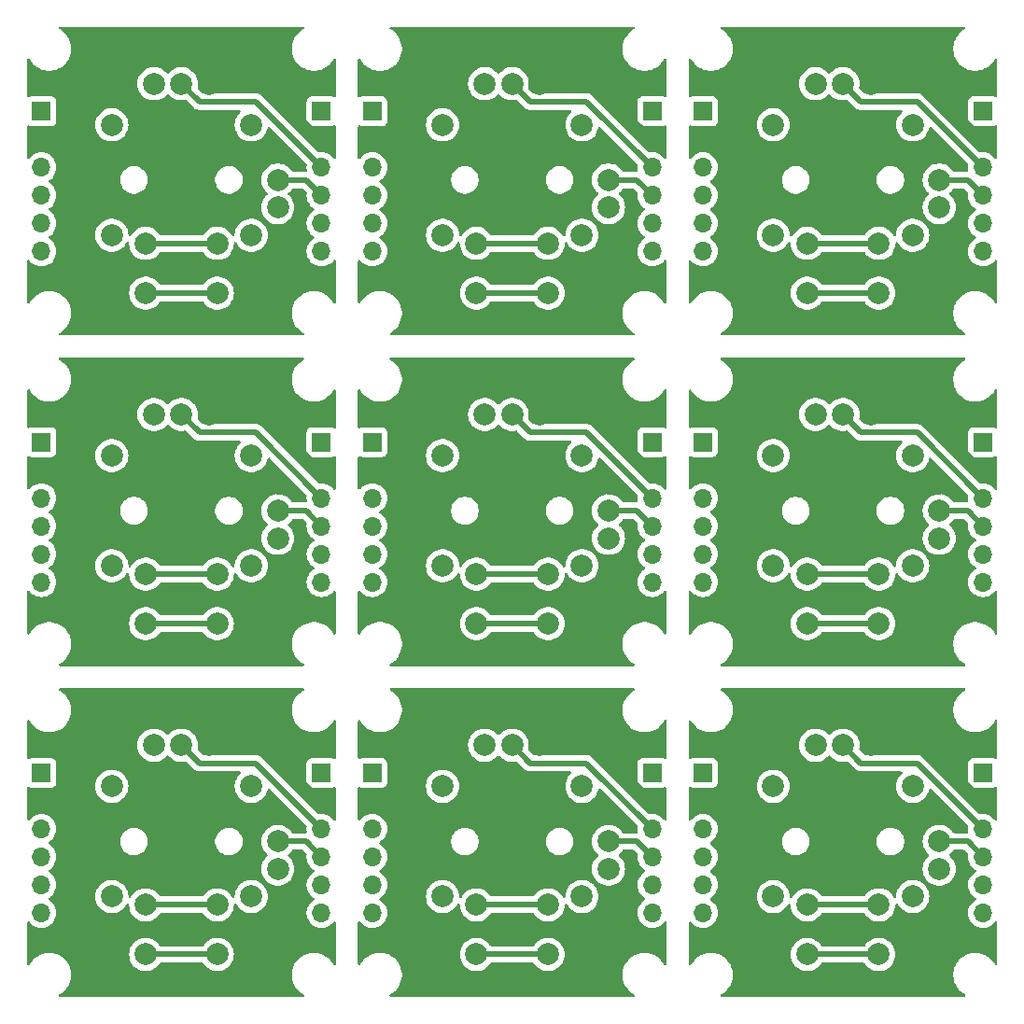
<source format=gtl>
%TF.GenerationSoftware,KiCad,Pcbnew,8.0.7*%
%TF.CreationDate,2025-02-11T00:04:32+09:00*%
%TF.ProjectId,joystick_pcb_3x3,6a6f7973-7469-4636-9b5f-7063625f3378,rev?*%
%TF.SameCoordinates,Original*%
%TF.FileFunction,Copper,L1,Top*%
%TF.FilePolarity,Positive*%
%FSLAX46Y46*%
G04 Gerber Fmt 4.6, Leading zero omitted, Abs format (unit mm)*
G04 Created by KiCad (PCBNEW 8.0.7) date 2025-02-11 00:04:32*
%MOMM*%
%LPD*%
G01*
G04 APERTURE LIST*
%TA.AperFunction,ComponentPad*%
%ADD10R,1.700000X1.700000*%
%TD*%
%TA.AperFunction,ComponentPad*%
%ADD11O,1.700000X1.700000*%
%TD*%
%TA.AperFunction,ComponentPad*%
%ADD12C,2.000000*%
%TD*%
%TA.AperFunction,Conductor*%
%ADD13C,0.500000*%
%TD*%
G04 APERTURE END LIST*
D10*
%TO.P,J1,1,Pin_1*%
%TO.N,GND*%
X77300000Y-83680000D03*
D11*
%TO.P,J1,2,Pin_2*%
%TO.N,VCC*%
X77300000Y-86220000D03*
%TO.P,J1,3,Pin_3*%
%TO.N,X*%
X77300000Y-88760000D03*
%TO.P,J1,4,Pin_4*%
%TO.N,Y*%
X77300000Y-91300000D03*
%TO.P,J1,5,Pin_5*%
%TO.N,SW1*%
X77300000Y-93840000D03*
%TO.P,J1,6,Pin_6*%
%TO.N,SW2*%
X77300000Y-96380000D03*
%TD*%
D12*
%TO.P,U1,1,Rx1*%
%TO.N,VCC*%
X92500000Y-81175000D03*
%TO.P,U1,2,Rx2*%
%TO.N,X*%
X90000000Y-81175000D03*
%TO.P,U1,3,Rx3*%
%TO.N,GND*%
X87500000Y-81175000D03*
%TO.P,U1,4,Ry1*%
X98730000Y-92405000D03*
%TO.P,U1,5,Ry2*%
%TO.N,Y*%
X98730000Y-89905000D03*
%TO.P,U1,6,Ry3*%
%TO.N,VCC*%
X98730000Y-87405000D03*
%TO.P,U1,a,SWa*%
%TO.N,SW1*%
X86750000Y-95655000D03*
%TO.P,U1,b,SWb*%
%TO.N,SW2*%
X86750000Y-100155000D03*
%TO.P,U1,c,SWc*%
%TO.N,SW1*%
X93250000Y-95655000D03*
%TO.P,U1,d,SWd*%
%TO.N,SW2*%
X93250000Y-100155000D03*
%TO.P,U1,x*%
%TO.N,N/C*%
X83675000Y-84905000D03*
X83675000Y-94905000D03*
X96325000Y-84905000D03*
X96325000Y-94905000D03*
%TD*%
D10*
%TO.P,J2,1,Pin_1*%
%TO.N,GND*%
X102700000Y-83680000D03*
D11*
%TO.P,J2,2,Pin_2*%
%TO.N,VCC*%
X102700000Y-86220000D03*
%TO.P,J2,3,Pin_3*%
%TO.N,X*%
X102700000Y-88760000D03*
%TO.P,J2,4,Pin_4*%
%TO.N,Y*%
X102700000Y-91300000D03*
%TO.P,J2,5,Pin_5*%
%TO.N,SW1*%
X102700000Y-93840000D03*
%TO.P,J2,6,Pin_6*%
%TO.N,SW2*%
X102700000Y-96380000D03*
%TD*%
D10*
%TO.P,J1,1,Pin_1*%
%TO.N,GND*%
X47300000Y-83680000D03*
D11*
%TO.P,J1,2,Pin_2*%
%TO.N,VCC*%
X47300000Y-86220000D03*
%TO.P,J1,3,Pin_3*%
%TO.N,X*%
X47300000Y-88760000D03*
%TO.P,J1,4,Pin_4*%
%TO.N,Y*%
X47300000Y-91300000D03*
%TO.P,J1,5,Pin_5*%
%TO.N,SW1*%
X47300000Y-93840000D03*
%TO.P,J1,6,Pin_6*%
%TO.N,SW2*%
X47300000Y-96380000D03*
%TD*%
D12*
%TO.P,U1,1,Rx1*%
%TO.N,VCC*%
X62500000Y-81175000D03*
%TO.P,U1,2,Rx2*%
%TO.N,X*%
X60000000Y-81175000D03*
%TO.P,U1,3,Rx3*%
%TO.N,GND*%
X57500000Y-81175000D03*
%TO.P,U1,4,Ry1*%
X68730000Y-92405000D03*
%TO.P,U1,5,Ry2*%
%TO.N,Y*%
X68730000Y-89905000D03*
%TO.P,U1,6,Ry3*%
%TO.N,VCC*%
X68730000Y-87405000D03*
%TO.P,U1,a,SWa*%
%TO.N,SW1*%
X56750000Y-95655000D03*
%TO.P,U1,b,SWb*%
%TO.N,SW2*%
X56750000Y-100155000D03*
%TO.P,U1,c,SWc*%
%TO.N,SW1*%
X63250000Y-95655000D03*
%TO.P,U1,d,SWd*%
%TO.N,SW2*%
X63250000Y-100155000D03*
%TO.P,U1,x*%
%TO.N,N/C*%
X53675000Y-84905000D03*
X53675000Y-94905000D03*
X66325000Y-84905000D03*
X66325000Y-94905000D03*
%TD*%
D10*
%TO.P,J2,1,Pin_1*%
%TO.N,GND*%
X72700000Y-83680000D03*
D11*
%TO.P,J2,2,Pin_2*%
%TO.N,VCC*%
X72700000Y-86220000D03*
%TO.P,J2,3,Pin_3*%
%TO.N,X*%
X72700000Y-88760000D03*
%TO.P,J2,4,Pin_4*%
%TO.N,Y*%
X72700000Y-91300000D03*
%TO.P,J2,5,Pin_5*%
%TO.N,SW1*%
X72700000Y-93840000D03*
%TO.P,J2,6,Pin_6*%
%TO.N,SW2*%
X72700000Y-96380000D03*
%TD*%
D10*
%TO.P,J1,1,Pin_1*%
%TO.N,GND*%
X17300000Y-83680000D03*
D11*
%TO.P,J1,2,Pin_2*%
%TO.N,VCC*%
X17300000Y-86220000D03*
%TO.P,J1,3,Pin_3*%
%TO.N,X*%
X17300000Y-88760000D03*
%TO.P,J1,4,Pin_4*%
%TO.N,Y*%
X17300000Y-91300000D03*
%TO.P,J1,5,Pin_5*%
%TO.N,SW1*%
X17300000Y-93840000D03*
%TO.P,J1,6,Pin_6*%
%TO.N,SW2*%
X17300000Y-96380000D03*
%TD*%
D12*
%TO.P,U1,1,Rx1*%
%TO.N,VCC*%
X32500000Y-81175000D03*
%TO.P,U1,2,Rx2*%
%TO.N,X*%
X30000000Y-81175000D03*
%TO.P,U1,3,Rx3*%
%TO.N,GND*%
X27500000Y-81175000D03*
%TO.P,U1,4,Ry1*%
X38730000Y-92405000D03*
%TO.P,U1,5,Ry2*%
%TO.N,Y*%
X38730000Y-89905000D03*
%TO.P,U1,6,Ry3*%
%TO.N,VCC*%
X38730000Y-87405000D03*
%TO.P,U1,a,SWa*%
%TO.N,SW1*%
X26750000Y-95655000D03*
%TO.P,U1,b,SWb*%
%TO.N,SW2*%
X26750000Y-100155000D03*
%TO.P,U1,c,SWc*%
%TO.N,SW1*%
X33250000Y-95655000D03*
%TO.P,U1,d,SWd*%
%TO.N,SW2*%
X33250000Y-100155000D03*
%TO.P,U1,x*%
%TO.N,N/C*%
X23675000Y-84905000D03*
X23675000Y-94905000D03*
X36325000Y-84905000D03*
X36325000Y-94905000D03*
%TD*%
D10*
%TO.P,J2,1,Pin_1*%
%TO.N,GND*%
X42700000Y-83680000D03*
D11*
%TO.P,J2,2,Pin_2*%
%TO.N,VCC*%
X42700000Y-86220000D03*
%TO.P,J2,3,Pin_3*%
%TO.N,X*%
X42700000Y-88760000D03*
%TO.P,J2,4,Pin_4*%
%TO.N,Y*%
X42700000Y-91300000D03*
%TO.P,J2,5,Pin_5*%
%TO.N,SW1*%
X42700000Y-93840000D03*
%TO.P,J2,6,Pin_6*%
%TO.N,SW2*%
X42700000Y-96380000D03*
%TD*%
D10*
%TO.P,J1,1,Pin_1*%
%TO.N,GND*%
X77300000Y-53680000D03*
D11*
%TO.P,J1,2,Pin_2*%
%TO.N,VCC*%
X77300000Y-56220000D03*
%TO.P,J1,3,Pin_3*%
%TO.N,X*%
X77300000Y-58760000D03*
%TO.P,J1,4,Pin_4*%
%TO.N,Y*%
X77300000Y-61300000D03*
%TO.P,J1,5,Pin_5*%
%TO.N,SW1*%
X77300000Y-63840000D03*
%TO.P,J1,6,Pin_6*%
%TO.N,SW2*%
X77300000Y-66380000D03*
%TD*%
D12*
%TO.P,U1,1,Rx1*%
%TO.N,VCC*%
X92500000Y-51175000D03*
%TO.P,U1,2,Rx2*%
%TO.N,X*%
X90000000Y-51175000D03*
%TO.P,U1,3,Rx3*%
%TO.N,GND*%
X87500000Y-51175000D03*
%TO.P,U1,4,Ry1*%
X98730000Y-62405000D03*
%TO.P,U1,5,Ry2*%
%TO.N,Y*%
X98730000Y-59905000D03*
%TO.P,U1,6,Ry3*%
%TO.N,VCC*%
X98730000Y-57405000D03*
%TO.P,U1,a,SWa*%
%TO.N,SW1*%
X86750000Y-65655000D03*
%TO.P,U1,b,SWb*%
%TO.N,SW2*%
X86750000Y-70155000D03*
%TO.P,U1,c,SWc*%
%TO.N,SW1*%
X93250000Y-65655000D03*
%TO.P,U1,d,SWd*%
%TO.N,SW2*%
X93250000Y-70155000D03*
%TO.P,U1,x*%
%TO.N,N/C*%
X83675000Y-54905000D03*
X83675000Y-64905000D03*
X96325000Y-54905000D03*
X96325000Y-64905000D03*
%TD*%
D10*
%TO.P,J2,1,Pin_1*%
%TO.N,GND*%
X102700000Y-53680000D03*
D11*
%TO.P,J2,2,Pin_2*%
%TO.N,VCC*%
X102700000Y-56220000D03*
%TO.P,J2,3,Pin_3*%
%TO.N,X*%
X102700000Y-58760000D03*
%TO.P,J2,4,Pin_4*%
%TO.N,Y*%
X102700000Y-61300000D03*
%TO.P,J2,5,Pin_5*%
%TO.N,SW1*%
X102700000Y-63840000D03*
%TO.P,J2,6,Pin_6*%
%TO.N,SW2*%
X102700000Y-66380000D03*
%TD*%
D10*
%TO.P,J1,1,Pin_1*%
%TO.N,GND*%
X47300000Y-53680000D03*
D11*
%TO.P,J1,2,Pin_2*%
%TO.N,VCC*%
X47300000Y-56220000D03*
%TO.P,J1,3,Pin_3*%
%TO.N,X*%
X47300000Y-58760000D03*
%TO.P,J1,4,Pin_4*%
%TO.N,Y*%
X47300000Y-61300000D03*
%TO.P,J1,5,Pin_5*%
%TO.N,SW1*%
X47300000Y-63840000D03*
%TO.P,J1,6,Pin_6*%
%TO.N,SW2*%
X47300000Y-66380000D03*
%TD*%
D12*
%TO.P,U1,1,Rx1*%
%TO.N,VCC*%
X62500000Y-51175000D03*
%TO.P,U1,2,Rx2*%
%TO.N,X*%
X60000000Y-51175000D03*
%TO.P,U1,3,Rx3*%
%TO.N,GND*%
X57500000Y-51175000D03*
%TO.P,U1,4,Ry1*%
X68730000Y-62405000D03*
%TO.P,U1,5,Ry2*%
%TO.N,Y*%
X68730000Y-59905000D03*
%TO.P,U1,6,Ry3*%
%TO.N,VCC*%
X68730000Y-57405000D03*
%TO.P,U1,a,SWa*%
%TO.N,SW1*%
X56750000Y-65655000D03*
%TO.P,U1,b,SWb*%
%TO.N,SW2*%
X56750000Y-70155000D03*
%TO.P,U1,c,SWc*%
%TO.N,SW1*%
X63250000Y-65655000D03*
%TO.P,U1,d,SWd*%
%TO.N,SW2*%
X63250000Y-70155000D03*
%TO.P,U1,x*%
%TO.N,N/C*%
X53675000Y-54905000D03*
X53675000Y-64905000D03*
X66325000Y-54905000D03*
X66325000Y-64905000D03*
%TD*%
D10*
%TO.P,J2,1,Pin_1*%
%TO.N,GND*%
X72700000Y-53680000D03*
D11*
%TO.P,J2,2,Pin_2*%
%TO.N,VCC*%
X72700000Y-56220000D03*
%TO.P,J2,3,Pin_3*%
%TO.N,X*%
X72700000Y-58760000D03*
%TO.P,J2,4,Pin_4*%
%TO.N,Y*%
X72700000Y-61300000D03*
%TO.P,J2,5,Pin_5*%
%TO.N,SW1*%
X72700000Y-63840000D03*
%TO.P,J2,6,Pin_6*%
%TO.N,SW2*%
X72700000Y-66380000D03*
%TD*%
D10*
%TO.P,J1,1,Pin_1*%
%TO.N,GND*%
X17300000Y-53680000D03*
D11*
%TO.P,J1,2,Pin_2*%
%TO.N,VCC*%
X17300000Y-56220000D03*
%TO.P,J1,3,Pin_3*%
%TO.N,X*%
X17300000Y-58760000D03*
%TO.P,J1,4,Pin_4*%
%TO.N,Y*%
X17300000Y-61300000D03*
%TO.P,J1,5,Pin_5*%
%TO.N,SW1*%
X17300000Y-63840000D03*
%TO.P,J1,6,Pin_6*%
%TO.N,SW2*%
X17300000Y-66380000D03*
%TD*%
D12*
%TO.P,U1,1,Rx1*%
%TO.N,VCC*%
X32500000Y-51175000D03*
%TO.P,U1,2,Rx2*%
%TO.N,X*%
X30000000Y-51175000D03*
%TO.P,U1,3,Rx3*%
%TO.N,GND*%
X27500000Y-51175000D03*
%TO.P,U1,4,Ry1*%
X38730000Y-62405000D03*
%TO.P,U1,5,Ry2*%
%TO.N,Y*%
X38730000Y-59905000D03*
%TO.P,U1,6,Ry3*%
%TO.N,VCC*%
X38730000Y-57405000D03*
%TO.P,U1,a,SWa*%
%TO.N,SW1*%
X26750000Y-65655000D03*
%TO.P,U1,b,SWb*%
%TO.N,SW2*%
X26750000Y-70155000D03*
%TO.P,U1,c,SWc*%
%TO.N,SW1*%
X33250000Y-65655000D03*
%TO.P,U1,d,SWd*%
%TO.N,SW2*%
X33250000Y-70155000D03*
%TO.P,U1,x*%
%TO.N,N/C*%
X23675000Y-54905000D03*
X23675000Y-64905000D03*
X36325000Y-54905000D03*
X36325000Y-64905000D03*
%TD*%
D10*
%TO.P,J2,1,Pin_1*%
%TO.N,GND*%
X42700000Y-53680000D03*
D11*
%TO.P,J2,2,Pin_2*%
%TO.N,VCC*%
X42700000Y-56220000D03*
%TO.P,J2,3,Pin_3*%
%TO.N,X*%
X42700000Y-58760000D03*
%TO.P,J2,4,Pin_4*%
%TO.N,Y*%
X42700000Y-61300000D03*
%TO.P,J2,5,Pin_5*%
%TO.N,SW1*%
X42700000Y-63840000D03*
%TO.P,J2,6,Pin_6*%
%TO.N,SW2*%
X42700000Y-66380000D03*
%TD*%
D10*
%TO.P,J1,1,Pin_1*%
%TO.N,GND*%
X77300000Y-23680000D03*
D11*
%TO.P,J1,2,Pin_2*%
%TO.N,VCC*%
X77300000Y-26220000D03*
%TO.P,J1,3,Pin_3*%
%TO.N,X*%
X77300000Y-28760000D03*
%TO.P,J1,4,Pin_4*%
%TO.N,Y*%
X77300000Y-31300000D03*
%TO.P,J1,5,Pin_5*%
%TO.N,SW1*%
X77300000Y-33840000D03*
%TO.P,J1,6,Pin_6*%
%TO.N,SW2*%
X77300000Y-36380000D03*
%TD*%
D12*
%TO.P,U1,1,Rx1*%
%TO.N,VCC*%
X92500000Y-21175000D03*
%TO.P,U1,2,Rx2*%
%TO.N,X*%
X90000000Y-21175000D03*
%TO.P,U1,3,Rx3*%
%TO.N,GND*%
X87500000Y-21175000D03*
%TO.P,U1,4,Ry1*%
X98730000Y-32405000D03*
%TO.P,U1,5,Ry2*%
%TO.N,Y*%
X98730000Y-29905000D03*
%TO.P,U1,6,Ry3*%
%TO.N,VCC*%
X98730000Y-27405000D03*
%TO.P,U1,a,SWa*%
%TO.N,SW1*%
X86750000Y-35655000D03*
%TO.P,U1,b,SWb*%
%TO.N,SW2*%
X86750000Y-40155000D03*
%TO.P,U1,c,SWc*%
%TO.N,SW1*%
X93250000Y-35655000D03*
%TO.P,U1,d,SWd*%
%TO.N,SW2*%
X93250000Y-40155000D03*
%TO.P,U1,x*%
%TO.N,N/C*%
X83675000Y-24905000D03*
X83675000Y-34905000D03*
X96325000Y-24905000D03*
X96325000Y-34905000D03*
%TD*%
D10*
%TO.P,J2,1,Pin_1*%
%TO.N,GND*%
X102700000Y-23680000D03*
D11*
%TO.P,J2,2,Pin_2*%
%TO.N,VCC*%
X102700000Y-26220000D03*
%TO.P,J2,3,Pin_3*%
%TO.N,X*%
X102700000Y-28760000D03*
%TO.P,J2,4,Pin_4*%
%TO.N,Y*%
X102700000Y-31300000D03*
%TO.P,J2,5,Pin_5*%
%TO.N,SW1*%
X102700000Y-33840000D03*
%TO.P,J2,6,Pin_6*%
%TO.N,SW2*%
X102700000Y-36380000D03*
%TD*%
D10*
%TO.P,J1,1,Pin_1*%
%TO.N,GND*%
X47300000Y-23680000D03*
D11*
%TO.P,J1,2,Pin_2*%
%TO.N,VCC*%
X47300000Y-26220000D03*
%TO.P,J1,3,Pin_3*%
%TO.N,X*%
X47300000Y-28760000D03*
%TO.P,J1,4,Pin_4*%
%TO.N,Y*%
X47300000Y-31300000D03*
%TO.P,J1,5,Pin_5*%
%TO.N,SW1*%
X47300000Y-33840000D03*
%TO.P,J1,6,Pin_6*%
%TO.N,SW2*%
X47300000Y-36380000D03*
%TD*%
D12*
%TO.P,U1,1,Rx1*%
%TO.N,VCC*%
X62500000Y-21175000D03*
%TO.P,U1,2,Rx2*%
%TO.N,X*%
X60000000Y-21175000D03*
%TO.P,U1,3,Rx3*%
%TO.N,GND*%
X57500000Y-21175000D03*
%TO.P,U1,4,Ry1*%
X68730000Y-32405000D03*
%TO.P,U1,5,Ry2*%
%TO.N,Y*%
X68730000Y-29905000D03*
%TO.P,U1,6,Ry3*%
%TO.N,VCC*%
X68730000Y-27405000D03*
%TO.P,U1,a,SWa*%
%TO.N,SW1*%
X56750000Y-35655000D03*
%TO.P,U1,b,SWb*%
%TO.N,SW2*%
X56750000Y-40155000D03*
%TO.P,U1,c,SWc*%
%TO.N,SW1*%
X63250000Y-35655000D03*
%TO.P,U1,d,SWd*%
%TO.N,SW2*%
X63250000Y-40155000D03*
%TO.P,U1,x*%
%TO.N,N/C*%
X53675000Y-24905000D03*
X53675000Y-34905000D03*
X66325000Y-24905000D03*
X66325000Y-34905000D03*
%TD*%
D10*
%TO.P,J2,1,Pin_1*%
%TO.N,GND*%
X72700000Y-23680000D03*
D11*
%TO.P,J2,2,Pin_2*%
%TO.N,VCC*%
X72700000Y-26220000D03*
%TO.P,J2,3,Pin_3*%
%TO.N,X*%
X72700000Y-28760000D03*
%TO.P,J2,4,Pin_4*%
%TO.N,Y*%
X72700000Y-31300000D03*
%TO.P,J2,5,Pin_5*%
%TO.N,SW1*%
X72700000Y-33840000D03*
%TO.P,J2,6,Pin_6*%
%TO.N,SW2*%
X72700000Y-36380000D03*
%TD*%
D12*
%TO.P,U1,1,Rx1*%
%TO.N,VCC*%
X32500000Y-21175000D03*
%TO.P,U1,2,Rx2*%
%TO.N,X*%
X30000000Y-21175000D03*
%TO.P,U1,3,Rx3*%
%TO.N,GND*%
X27500000Y-21175000D03*
%TO.P,U1,4,Ry1*%
X38730000Y-32405000D03*
%TO.P,U1,5,Ry2*%
%TO.N,Y*%
X38730000Y-29905000D03*
%TO.P,U1,6,Ry3*%
%TO.N,VCC*%
X38730000Y-27405000D03*
%TO.P,U1,a,SWa*%
%TO.N,SW1*%
X26750000Y-35655000D03*
%TO.P,U1,b,SWb*%
%TO.N,SW2*%
X26750000Y-40155000D03*
%TO.P,U1,c,SWc*%
%TO.N,SW1*%
X33250000Y-35655000D03*
%TO.P,U1,d,SWd*%
%TO.N,SW2*%
X33250000Y-40155000D03*
%TO.P,U1,x*%
%TO.N,N/C*%
X23675000Y-24905000D03*
X23675000Y-34905000D03*
X36325000Y-24905000D03*
X36325000Y-34905000D03*
%TD*%
D10*
%TO.P,J2,1,Pin_1*%
%TO.N,GND*%
X42700000Y-23680000D03*
D11*
%TO.P,J2,2,Pin_2*%
%TO.N,VCC*%
X42700000Y-26220000D03*
%TO.P,J2,3,Pin_3*%
%TO.N,X*%
X42700000Y-28760000D03*
%TO.P,J2,4,Pin_4*%
%TO.N,Y*%
X42700000Y-31300000D03*
%TO.P,J2,5,Pin_5*%
%TO.N,SW1*%
X42700000Y-33840000D03*
%TO.P,J2,6,Pin_6*%
%TO.N,SW2*%
X42700000Y-36380000D03*
%TD*%
D10*
%TO.P,J1,1,Pin_1*%
%TO.N,GND*%
X17300000Y-23680000D03*
D11*
%TO.P,J1,2,Pin_2*%
%TO.N,VCC*%
X17300000Y-26220000D03*
%TO.P,J1,3,Pin_3*%
%TO.N,X*%
X17300000Y-28760000D03*
%TO.P,J1,4,Pin_4*%
%TO.N,Y*%
X17300000Y-31300000D03*
%TO.P,J1,5,Pin_5*%
%TO.N,SW1*%
X17300000Y-33840000D03*
%TO.P,J1,6,Pin_6*%
%TO.N,SW2*%
X17300000Y-36380000D03*
%TD*%
D13*
%TO.N,VCC*%
X90325000Y-79000000D02*
X87000000Y-79000000D01*
X97655000Y-81175000D02*
X102700000Y-86220000D01*
%TO.N,X*%
X96740000Y-82800000D02*
X102700000Y-88760000D01*
%TO.N,VCC*%
X92500000Y-81175000D02*
X97655000Y-81175000D01*
%TO.N,SW1*%
X86750000Y-95655000D02*
X93250000Y-95655000D01*
%TO.N,X*%
X90000000Y-81175000D02*
X91625000Y-82800000D01*
%TO.N,Y*%
X98730000Y-89905000D02*
X101305000Y-89905000D01*
%TO.N,VCC*%
X77300000Y-86220000D02*
X79780000Y-86220000D01*
X92500000Y-81175000D02*
X90325000Y-79000000D01*
%TO.N,SW2*%
X86750000Y-100155000D02*
X93250000Y-100155000D01*
%TO.N,VCC*%
X98730000Y-87405000D02*
X80965000Y-87405000D01*
X80965000Y-87405000D02*
X79780000Y-86220000D01*
%TO.N,Y*%
X101305000Y-89905000D02*
X102700000Y-91300000D01*
%TO.N,VCC*%
X87000000Y-79000000D02*
X79780000Y-86220000D01*
%TO.N,X*%
X91625000Y-82800000D02*
X96740000Y-82800000D01*
%TO.N,VCC*%
X60325000Y-79000000D02*
X57000000Y-79000000D01*
X67655000Y-81175000D02*
X72700000Y-86220000D01*
%TO.N,X*%
X66740000Y-82800000D02*
X72700000Y-88760000D01*
%TO.N,VCC*%
X62500000Y-81175000D02*
X67655000Y-81175000D01*
%TO.N,SW1*%
X56750000Y-95655000D02*
X63250000Y-95655000D01*
%TO.N,X*%
X60000000Y-81175000D02*
X61625000Y-82800000D01*
%TO.N,Y*%
X68730000Y-89905000D02*
X71305000Y-89905000D01*
%TO.N,VCC*%
X47300000Y-86220000D02*
X49780000Y-86220000D01*
X62500000Y-81175000D02*
X60325000Y-79000000D01*
%TO.N,SW2*%
X56750000Y-100155000D02*
X63250000Y-100155000D01*
%TO.N,VCC*%
X68730000Y-87405000D02*
X50965000Y-87405000D01*
X50965000Y-87405000D02*
X49780000Y-86220000D01*
%TO.N,Y*%
X71305000Y-89905000D02*
X72700000Y-91300000D01*
%TO.N,VCC*%
X57000000Y-79000000D02*
X49780000Y-86220000D01*
%TO.N,X*%
X61625000Y-82800000D02*
X66740000Y-82800000D01*
%TO.N,VCC*%
X30325000Y-79000000D02*
X27000000Y-79000000D01*
X37655000Y-81175000D02*
X42700000Y-86220000D01*
%TO.N,X*%
X36740000Y-82800000D02*
X42700000Y-88760000D01*
%TO.N,VCC*%
X32500000Y-81175000D02*
X37655000Y-81175000D01*
%TO.N,SW1*%
X26750000Y-95655000D02*
X33250000Y-95655000D01*
%TO.N,X*%
X30000000Y-81175000D02*
X31625000Y-82800000D01*
%TO.N,Y*%
X38730000Y-89905000D02*
X41305000Y-89905000D01*
%TO.N,VCC*%
X17300000Y-86220000D02*
X19780000Y-86220000D01*
X32500000Y-81175000D02*
X30325000Y-79000000D01*
%TO.N,SW2*%
X26750000Y-100155000D02*
X33250000Y-100155000D01*
%TO.N,VCC*%
X38730000Y-87405000D02*
X20965000Y-87405000D01*
X20965000Y-87405000D02*
X19780000Y-86220000D01*
%TO.N,Y*%
X41305000Y-89905000D02*
X42700000Y-91300000D01*
%TO.N,VCC*%
X27000000Y-79000000D02*
X19780000Y-86220000D01*
%TO.N,X*%
X31625000Y-82800000D02*
X36740000Y-82800000D01*
%TO.N,VCC*%
X90325000Y-49000000D02*
X87000000Y-49000000D01*
X97655000Y-51175000D02*
X102700000Y-56220000D01*
%TO.N,X*%
X96740000Y-52800000D02*
X102700000Y-58760000D01*
%TO.N,VCC*%
X92500000Y-51175000D02*
X97655000Y-51175000D01*
%TO.N,SW1*%
X86750000Y-65655000D02*
X93250000Y-65655000D01*
%TO.N,X*%
X90000000Y-51175000D02*
X91625000Y-52800000D01*
%TO.N,Y*%
X98730000Y-59905000D02*
X101305000Y-59905000D01*
%TO.N,VCC*%
X77300000Y-56220000D02*
X79780000Y-56220000D01*
X92500000Y-51175000D02*
X90325000Y-49000000D01*
%TO.N,SW2*%
X86750000Y-70155000D02*
X93250000Y-70155000D01*
%TO.N,VCC*%
X98730000Y-57405000D02*
X80965000Y-57405000D01*
X80965000Y-57405000D02*
X79780000Y-56220000D01*
%TO.N,Y*%
X101305000Y-59905000D02*
X102700000Y-61300000D01*
%TO.N,VCC*%
X87000000Y-49000000D02*
X79780000Y-56220000D01*
%TO.N,X*%
X91625000Y-52800000D02*
X96740000Y-52800000D01*
%TO.N,VCC*%
X60325000Y-49000000D02*
X57000000Y-49000000D01*
X67655000Y-51175000D02*
X72700000Y-56220000D01*
%TO.N,X*%
X66740000Y-52800000D02*
X72700000Y-58760000D01*
%TO.N,VCC*%
X62500000Y-51175000D02*
X67655000Y-51175000D01*
%TO.N,SW1*%
X56750000Y-65655000D02*
X63250000Y-65655000D01*
%TO.N,X*%
X60000000Y-51175000D02*
X61625000Y-52800000D01*
%TO.N,Y*%
X68730000Y-59905000D02*
X71305000Y-59905000D01*
%TO.N,VCC*%
X47300000Y-56220000D02*
X49780000Y-56220000D01*
X62500000Y-51175000D02*
X60325000Y-49000000D01*
%TO.N,SW2*%
X56750000Y-70155000D02*
X63250000Y-70155000D01*
%TO.N,VCC*%
X68730000Y-57405000D02*
X50965000Y-57405000D01*
X50965000Y-57405000D02*
X49780000Y-56220000D01*
%TO.N,Y*%
X71305000Y-59905000D02*
X72700000Y-61300000D01*
%TO.N,VCC*%
X57000000Y-49000000D02*
X49780000Y-56220000D01*
%TO.N,X*%
X61625000Y-52800000D02*
X66740000Y-52800000D01*
%TO.N,VCC*%
X30325000Y-49000000D02*
X27000000Y-49000000D01*
X37655000Y-51175000D02*
X42700000Y-56220000D01*
%TO.N,X*%
X36740000Y-52800000D02*
X42700000Y-58760000D01*
%TO.N,VCC*%
X32500000Y-51175000D02*
X37655000Y-51175000D01*
%TO.N,SW1*%
X26750000Y-65655000D02*
X33250000Y-65655000D01*
%TO.N,X*%
X30000000Y-51175000D02*
X31625000Y-52800000D01*
%TO.N,Y*%
X38730000Y-59905000D02*
X41305000Y-59905000D01*
%TO.N,VCC*%
X17300000Y-56220000D02*
X19780000Y-56220000D01*
X32500000Y-51175000D02*
X30325000Y-49000000D01*
%TO.N,SW2*%
X26750000Y-70155000D02*
X33250000Y-70155000D01*
%TO.N,VCC*%
X38730000Y-57405000D02*
X20965000Y-57405000D01*
X20965000Y-57405000D02*
X19780000Y-56220000D01*
%TO.N,Y*%
X41305000Y-59905000D02*
X42700000Y-61300000D01*
%TO.N,VCC*%
X27000000Y-49000000D02*
X19780000Y-56220000D01*
%TO.N,X*%
X31625000Y-52800000D02*
X36740000Y-52800000D01*
%TO.N,VCC*%
X90325000Y-19000000D02*
X87000000Y-19000000D01*
X97655000Y-21175000D02*
X102700000Y-26220000D01*
%TO.N,X*%
X96740000Y-22800000D02*
X102700000Y-28760000D01*
%TO.N,VCC*%
X92500000Y-21175000D02*
X97655000Y-21175000D01*
%TO.N,SW1*%
X86750000Y-35655000D02*
X93250000Y-35655000D01*
%TO.N,X*%
X90000000Y-21175000D02*
X91625000Y-22800000D01*
%TO.N,Y*%
X98730000Y-29905000D02*
X101305000Y-29905000D01*
%TO.N,VCC*%
X77300000Y-26220000D02*
X79780000Y-26220000D01*
X92500000Y-21175000D02*
X90325000Y-19000000D01*
%TO.N,SW2*%
X86750000Y-40155000D02*
X93250000Y-40155000D01*
%TO.N,VCC*%
X98730000Y-27405000D02*
X80965000Y-27405000D01*
X80965000Y-27405000D02*
X79780000Y-26220000D01*
%TO.N,Y*%
X101305000Y-29905000D02*
X102700000Y-31300000D01*
%TO.N,VCC*%
X87000000Y-19000000D02*
X79780000Y-26220000D01*
%TO.N,X*%
X91625000Y-22800000D02*
X96740000Y-22800000D01*
%TO.N,VCC*%
X60325000Y-19000000D02*
X57000000Y-19000000D01*
X67655000Y-21175000D02*
X72700000Y-26220000D01*
%TO.N,X*%
X66740000Y-22800000D02*
X72700000Y-28760000D01*
%TO.N,VCC*%
X62500000Y-21175000D02*
X67655000Y-21175000D01*
%TO.N,SW1*%
X56750000Y-35655000D02*
X63250000Y-35655000D01*
%TO.N,X*%
X60000000Y-21175000D02*
X61625000Y-22800000D01*
%TO.N,Y*%
X68730000Y-29905000D02*
X71305000Y-29905000D01*
%TO.N,VCC*%
X47300000Y-26220000D02*
X49780000Y-26220000D01*
X62500000Y-21175000D02*
X60325000Y-19000000D01*
%TO.N,SW2*%
X56750000Y-40155000D02*
X63250000Y-40155000D01*
%TO.N,VCC*%
X68730000Y-27405000D02*
X50965000Y-27405000D01*
X50965000Y-27405000D02*
X49780000Y-26220000D01*
%TO.N,Y*%
X71305000Y-29905000D02*
X72700000Y-31300000D01*
%TO.N,VCC*%
X57000000Y-19000000D02*
X49780000Y-26220000D01*
%TO.N,X*%
X61625000Y-22800000D02*
X66740000Y-22800000D01*
%TO.N,SW2*%
X26750000Y-40155000D02*
X33250000Y-40155000D01*
%TO.N,X*%
X36740000Y-22800000D02*
X42700000Y-28760000D01*
X30000000Y-21175000D02*
X31625000Y-22800000D01*
X31625000Y-22800000D02*
X36740000Y-22800000D01*
%TO.N,VCC*%
X20965000Y-27405000D02*
X19780000Y-26220000D01*
X30325000Y-19000000D02*
X27000000Y-19000000D01*
X38730000Y-27405000D02*
X20965000Y-27405000D01*
X37655000Y-21175000D02*
X42700000Y-26220000D01*
X32500000Y-21175000D02*
X30325000Y-19000000D01*
X17300000Y-26220000D02*
X19780000Y-26220000D01*
X27000000Y-19000000D02*
X19780000Y-26220000D01*
X32500000Y-21175000D02*
X37655000Y-21175000D01*
%TO.N,SW1*%
X26750000Y-35655000D02*
X33250000Y-35655000D01*
%TO.N,Y*%
X41305000Y-29905000D02*
X42700000Y-31300000D01*
X38730000Y-29905000D02*
X41305000Y-29905000D01*
%TD*%
%TA.AperFunction,Conductor*%
%TO.N,VCC*%
G36*
X41067367Y-16019685D02*
G01*
X41113122Y-16072489D01*
X41123066Y-16141647D01*
X41094041Y-16205203D01*
X41062328Y-16231387D01*
X40886196Y-16333075D01*
X40678148Y-16492718D01*
X40492718Y-16678148D01*
X40333075Y-16886196D01*
X40201958Y-17113299D01*
X40201953Y-17113309D01*
X40101605Y-17355571D01*
X40101602Y-17355581D01*
X40033730Y-17608885D01*
X39999500Y-17868872D01*
X39999500Y-18131127D01*
X40026123Y-18333339D01*
X40033730Y-18391116D01*
X40101602Y-18644418D01*
X40101605Y-18644428D01*
X40201953Y-18886690D01*
X40201958Y-18886700D01*
X40333075Y-19113803D01*
X40492718Y-19321851D01*
X40492726Y-19321860D01*
X40678140Y-19507274D01*
X40678148Y-19507281D01*
X40886196Y-19666924D01*
X41113299Y-19798041D01*
X41113309Y-19798046D01*
X41355571Y-19898394D01*
X41355581Y-19898398D01*
X41608884Y-19966270D01*
X41868880Y-20000500D01*
X41868887Y-20000500D01*
X42131113Y-20000500D01*
X42131120Y-20000500D01*
X42391116Y-19966270D01*
X42644419Y-19898398D01*
X42886697Y-19798043D01*
X43113803Y-19666924D01*
X43321851Y-19507282D01*
X43321855Y-19507277D01*
X43321860Y-19507274D01*
X43507274Y-19321860D01*
X43507277Y-19321855D01*
X43507282Y-19321851D01*
X43666924Y-19113803D01*
X43732818Y-18999671D01*
X43768613Y-18937672D01*
X43819179Y-18889456D01*
X43887786Y-18876232D01*
X43952651Y-18902200D01*
X43993180Y-18959114D01*
X44000000Y-18999671D01*
X44000000Y-22293942D01*
X43980315Y-22360981D01*
X43927511Y-22406736D01*
X43858353Y-22416680D01*
X43801691Y-22393210D01*
X43792334Y-22386205D01*
X43792328Y-22386202D01*
X43657482Y-22335908D01*
X43657483Y-22335908D01*
X43597883Y-22329501D01*
X43597881Y-22329500D01*
X43597873Y-22329500D01*
X43597864Y-22329500D01*
X41802129Y-22329500D01*
X41802123Y-22329501D01*
X41742516Y-22335908D01*
X41607671Y-22386202D01*
X41607664Y-22386206D01*
X41492455Y-22472452D01*
X41492452Y-22472455D01*
X41406206Y-22587664D01*
X41406202Y-22587671D01*
X41355908Y-22722517D01*
X41349501Y-22782116D01*
X41349501Y-22782123D01*
X41349500Y-22782135D01*
X41349500Y-24577870D01*
X41349501Y-24577876D01*
X41355908Y-24637483D01*
X41406202Y-24772328D01*
X41406206Y-24772335D01*
X41492452Y-24887544D01*
X41492455Y-24887547D01*
X41607664Y-24973793D01*
X41607671Y-24973797D01*
X41742517Y-25024091D01*
X41742516Y-25024091D01*
X41749444Y-25024835D01*
X41802127Y-25030500D01*
X43597872Y-25030499D01*
X43657483Y-25024091D01*
X43792331Y-24973796D01*
X43801687Y-24966791D01*
X43867151Y-24942373D01*
X43935424Y-24957223D01*
X43984831Y-25006627D01*
X44000000Y-25066057D01*
X44000000Y-27868789D01*
X43980315Y-27935828D01*
X43927511Y-27981583D01*
X43858353Y-27991527D01*
X43794797Y-27962502D01*
X43774425Y-27939912D01*
X43738494Y-27888597D01*
X43571402Y-27721506D01*
X43571395Y-27721501D01*
X43377834Y-27585967D01*
X43377830Y-27585965D01*
X43377828Y-27585964D01*
X43163663Y-27486097D01*
X43163659Y-27486096D01*
X43163655Y-27486094D01*
X42935413Y-27424938D01*
X42935403Y-27424936D01*
X42700001Y-27404341D01*
X42699998Y-27404341D01*
X42486986Y-27422977D01*
X42418486Y-27409210D01*
X42388498Y-27387130D01*
X37218421Y-22217052D01*
X37218414Y-22217046D01*
X37144729Y-22167812D01*
X37144729Y-22167813D01*
X37095491Y-22134913D01*
X36958917Y-22078343D01*
X36958907Y-22078340D01*
X36813920Y-22049500D01*
X36813918Y-22049500D01*
X31987230Y-22049500D01*
X31920191Y-22029815D01*
X31899549Y-22013181D01*
X31499381Y-21613013D01*
X31465896Y-21551690D01*
X31466857Y-21494890D01*
X31485106Y-21422829D01*
X31485107Y-21422824D01*
X31485108Y-21422821D01*
X31505643Y-21175000D01*
X31485108Y-20927179D01*
X31424063Y-20686119D01*
X31324173Y-20458393D01*
X31190817Y-20254275D01*
X31188166Y-20250217D01*
X31158769Y-20218284D01*
X31019744Y-20067262D01*
X30823509Y-19914526D01*
X30823507Y-19914525D01*
X30823506Y-19914524D01*
X30604811Y-19796172D01*
X30604802Y-19796169D01*
X30369616Y-19715429D01*
X30124335Y-19674500D01*
X29875665Y-19674500D01*
X29630383Y-19715429D01*
X29395197Y-19796169D01*
X29395188Y-19796172D01*
X29176493Y-19914524D01*
X28980255Y-20067262D01*
X28980252Y-20067265D01*
X28841229Y-20218284D01*
X28781342Y-20254275D01*
X28711504Y-20252174D01*
X28658771Y-20218284D01*
X28519747Y-20067265D01*
X28519744Y-20067262D01*
X28433967Y-20000499D01*
X28323509Y-19914526D01*
X28323507Y-19914525D01*
X28323506Y-19914524D01*
X28104811Y-19796172D01*
X28104802Y-19796169D01*
X27869616Y-19715429D01*
X27624335Y-19674500D01*
X27375665Y-19674500D01*
X27130383Y-19715429D01*
X26895197Y-19796169D01*
X26895188Y-19796172D01*
X26676493Y-19914524D01*
X26480257Y-20067261D01*
X26311833Y-20250217D01*
X26175826Y-20458393D01*
X26075936Y-20686118D01*
X26014892Y-20927175D01*
X26014890Y-20927187D01*
X25994357Y-21174994D01*
X25994357Y-21175005D01*
X26014890Y-21422812D01*
X26014892Y-21422824D01*
X26075936Y-21663881D01*
X26175826Y-21891606D01*
X26311833Y-22099782D01*
X26311836Y-22099785D01*
X26480256Y-22282738D01*
X26676491Y-22435474D01*
X26895190Y-22553828D01*
X27130386Y-22634571D01*
X27375665Y-22675500D01*
X27624335Y-22675500D01*
X27869614Y-22634571D01*
X28104810Y-22553828D01*
X28323509Y-22435474D01*
X28519744Y-22282738D01*
X28658772Y-22131712D01*
X28718657Y-22095724D01*
X28788495Y-22097824D01*
X28841226Y-22131711D01*
X28980256Y-22282738D01*
X29176491Y-22435474D01*
X29395190Y-22553828D01*
X29630386Y-22634571D01*
X29875665Y-22675500D01*
X30124335Y-22675500D01*
X30331158Y-22640988D01*
X30400523Y-22649370D01*
X30439248Y-22675616D01*
X31146584Y-23382952D01*
X31146590Y-23382957D01*
X31178832Y-23404499D01*
X31178834Y-23404500D01*
X31269505Y-23465084D01*
X31406087Y-23521658D01*
X31406091Y-23521658D01*
X31406092Y-23521659D01*
X31551079Y-23550500D01*
X31551082Y-23550500D01*
X31551083Y-23550500D01*
X31698917Y-23550500D01*
X35261096Y-23550500D01*
X35328135Y-23570185D01*
X35373890Y-23622989D01*
X35383834Y-23692147D01*
X35354809Y-23755703D01*
X35337259Y-23772353D01*
X35305258Y-23797260D01*
X35136833Y-23980217D01*
X35000826Y-24188393D01*
X34900936Y-24416118D01*
X34839892Y-24657175D01*
X34839890Y-24657187D01*
X34819357Y-24904994D01*
X34819357Y-24905005D01*
X34839890Y-25152812D01*
X34839892Y-25152824D01*
X34900936Y-25393881D01*
X35000826Y-25621606D01*
X35136833Y-25829782D01*
X35136836Y-25829785D01*
X35305256Y-26012738D01*
X35501491Y-26165474D01*
X35720190Y-26283828D01*
X35955386Y-26364571D01*
X36200665Y-26405500D01*
X36449335Y-26405500D01*
X36694614Y-26364571D01*
X36929810Y-26283828D01*
X37148509Y-26165474D01*
X37344744Y-26012738D01*
X37513164Y-25829785D01*
X37649173Y-25621607D01*
X37749063Y-25393881D01*
X37801262Y-25187752D01*
X37836799Y-25127600D01*
X37899220Y-25096208D01*
X37968703Y-25103546D01*
X38009147Y-25130515D01*
X41327130Y-28448498D01*
X41360615Y-28509821D01*
X41362977Y-28546986D01*
X41344341Y-28759997D01*
X41344341Y-28760000D01*
X41364936Y-28995405D01*
X41364937Y-28995408D01*
X41365740Y-28998408D01*
X41365708Y-28999781D01*
X41365877Y-29000739D01*
X41365684Y-29000772D01*
X41364078Y-29068256D01*
X41324916Y-29126118D01*
X41260688Y-29153623D01*
X41245966Y-29154500D01*
X40099136Y-29154500D01*
X40032097Y-29134815D01*
X39995327Y-29098322D01*
X39975684Y-29068256D01*
X39918164Y-28980215D01*
X39749744Y-28797262D01*
X39553509Y-28644526D01*
X39553507Y-28644525D01*
X39553506Y-28644524D01*
X39334811Y-28526172D01*
X39334802Y-28526169D01*
X39099616Y-28445429D01*
X38854335Y-28404500D01*
X38605665Y-28404500D01*
X38360383Y-28445429D01*
X38125197Y-28526169D01*
X38125188Y-28526172D01*
X37906493Y-28644524D01*
X37710257Y-28797261D01*
X37541833Y-28980217D01*
X37405826Y-29188393D01*
X37305936Y-29416118D01*
X37244892Y-29657175D01*
X37244890Y-29657187D01*
X37224357Y-29904994D01*
X37224357Y-29905005D01*
X37244890Y-30152812D01*
X37244892Y-30152824D01*
X37305936Y-30393881D01*
X37405826Y-30621606D01*
X37541833Y-30829782D01*
X37547874Y-30836344D01*
X37710256Y-31012738D01*
X37767312Y-31057147D01*
X37808125Y-31113857D01*
X37811800Y-31183630D01*
X37777169Y-31244313D01*
X37767317Y-31252848D01*
X37710256Y-31297262D01*
X37699452Y-31308997D01*
X37541833Y-31480217D01*
X37405826Y-31688393D01*
X37305936Y-31916118D01*
X37244892Y-32157175D01*
X37244890Y-32157187D01*
X37224357Y-32404994D01*
X37224357Y-32405005D01*
X37244890Y-32652812D01*
X37244892Y-32652824D01*
X37305936Y-32893881D01*
X37405826Y-33121606D01*
X37541833Y-33329782D01*
X37541836Y-33329785D01*
X37710256Y-33512738D01*
X37906491Y-33665474D01*
X38125190Y-33783828D01*
X38360386Y-33864571D01*
X38605665Y-33905500D01*
X38854335Y-33905500D01*
X39099614Y-33864571D01*
X39334810Y-33783828D01*
X39553509Y-33665474D01*
X39749744Y-33512738D01*
X39918164Y-33329785D01*
X40054173Y-33121607D01*
X40154063Y-32893881D01*
X40215108Y-32652821D01*
X40215109Y-32652812D01*
X40235643Y-32405005D01*
X40235643Y-32404994D01*
X40215109Y-32157187D01*
X40215107Y-32157175D01*
X40154063Y-31916118D01*
X40054173Y-31688393D01*
X39918166Y-31480217D01*
X39889100Y-31448643D01*
X39749744Y-31297262D01*
X39692685Y-31252851D01*
X39651874Y-31196143D01*
X39648199Y-31126370D01*
X39682830Y-31065687D01*
X39692675Y-31057156D01*
X39749744Y-31012738D01*
X39918164Y-30829785D01*
X39995327Y-30711677D01*
X40048474Y-30666322D01*
X40099136Y-30655500D01*
X40942770Y-30655500D01*
X41009809Y-30675185D01*
X41030451Y-30691819D01*
X41327130Y-30988498D01*
X41360615Y-31049821D01*
X41362977Y-31086986D01*
X41344341Y-31299997D01*
X41344341Y-31300000D01*
X41364936Y-31535403D01*
X41364938Y-31535413D01*
X41426094Y-31763655D01*
X41426096Y-31763659D01*
X41426097Y-31763663D01*
X41497188Y-31916118D01*
X41525965Y-31977830D01*
X41525967Y-31977834D01*
X41612064Y-32100792D01*
X41661501Y-32171396D01*
X41661506Y-32171402D01*
X41828597Y-32338493D01*
X41828603Y-32338498D01*
X42014158Y-32468425D01*
X42057783Y-32523002D01*
X42064977Y-32592500D01*
X42033454Y-32654855D01*
X42014158Y-32671575D01*
X41828597Y-32801505D01*
X41661505Y-32968597D01*
X41525965Y-33162169D01*
X41525964Y-33162171D01*
X41426098Y-33376335D01*
X41426094Y-33376344D01*
X41364938Y-33604586D01*
X41364936Y-33604596D01*
X41344341Y-33839999D01*
X41344341Y-33840000D01*
X41364936Y-34075403D01*
X41364938Y-34075413D01*
X41426094Y-34303655D01*
X41426096Y-34303659D01*
X41426097Y-34303663D01*
X41478536Y-34416118D01*
X41525965Y-34517830D01*
X41525967Y-34517834D01*
X41623538Y-34657179D01*
X41661501Y-34711396D01*
X41661506Y-34711402D01*
X41828597Y-34878493D01*
X41828603Y-34878498D01*
X42014158Y-35008425D01*
X42057783Y-35063002D01*
X42064977Y-35132500D01*
X42033454Y-35194855D01*
X42014158Y-35211575D01*
X41828597Y-35341505D01*
X41661505Y-35508597D01*
X41525965Y-35702169D01*
X41525964Y-35702171D01*
X41426098Y-35916335D01*
X41426094Y-35916344D01*
X41364938Y-36144586D01*
X41364936Y-36144596D01*
X41344341Y-36379999D01*
X41344341Y-36380000D01*
X41364936Y-36615403D01*
X41364938Y-36615413D01*
X41426094Y-36843655D01*
X41426096Y-36843659D01*
X41426097Y-36843663D01*
X41459583Y-36915474D01*
X41525965Y-37057830D01*
X41525967Y-37057834D01*
X41612064Y-37180792D01*
X41661505Y-37251401D01*
X41828599Y-37418495D01*
X41925384Y-37486265D01*
X42022165Y-37554032D01*
X42022167Y-37554033D01*
X42022170Y-37554035D01*
X42236337Y-37653903D01*
X42464592Y-37715063D01*
X42652918Y-37731539D01*
X42699999Y-37735659D01*
X42700000Y-37735659D01*
X42700001Y-37735659D01*
X42739234Y-37732226D01*
X42935408Y-37715063D01*
X43163663Y-37653903D01*
X43377830Y-37554035D01*
X43571401Y-37418495D01*
X43738495Y-37251401D01*
X43774425Y-37200088D01*
X43829002Y-37156463D01*
X43898500Y-37149269D01*
X43960855Y-37180792D01*
X43996269Y-37241022D01*
X44000000Y-37271211D01*
X44000000Y-41000328D01*
X43980315Y-41067367D01*
X43927511Y-41113122D01*
X43858353Y-41123066D01*
X43794797Y-41094041D01*
X43768613Y-41062328D01*
X43666924Y-40886196D01*
X43507281Y-40678148D01*
X43507274Y-40678140D01*
X43321860Y-40492726D01*
X43321851Y-40492718D01*
X43113803Y-40333075D01*
X42886700Y-40201958D01*
X42886690Y-40201953D01*
X42644428Y-40101605D01*
X42644421Y-40101603D01*
X42644419Y-40101602D01*
X42391116Y-40033730D01*
X42333339Y-40026123D01*
X42131127Y-39999500D01*
X42131120Y-39999500D01*
X41868880Y-39999500D01*
X41868872Y-39999500D01*
X41637772Y-40029926D01*
X41608884Y-40033730D01*
X41355581Y-40101602D01*
X41355571Y-40101605D01*
X41113309Y-40201953D01*
X41113299Y-40201958D01*
X40886196Y-40333075D01*
X40678148Y-40492718D01*
X40492718Y-40678148D01*
X40333075Y-40886196D01*
X40201958Y-41113299D01*
X40201953Y-41113309D01*
X40101605Y-41355571D01*
X40101602Y-41355581D01*
X40033730Y-41608884D01*
X40032981Y-41614571D01*
X39999500Y-41868872D01*
X39999500Y-42131127D01*
X40026123Y-42333339D01*
X40033730Y-42391116D01*
X40101602Y-42644418D01*
X40101605Y-42644428D01*
X40201953Y-42886690D01*
X40201958Y-42886700D01*
X40333075Y-43113803D01*
X40492718Y-43321851D01*
X40492726Y-43321860D01*
X40678140Y-43507274D01*
X40678148Y-43507281D01*
X40886196Y-43666924D01*
X41062328Y-43768613D01*
X41110543Y-43819180D01*
X41123767Y-43887787D01*
X41097799Y-43952651D01*
X41040885Y-43993180D01*
X41000328Y-44000000D01*
X18999672Y-44000000D01*
X18932633Y-43980315D01*
X18886878Y-43927511D01*
X18876934Y-43858353D01*
X18905959Y-43794797D01*
X18937672Y-43768613D01*
X19113803Y-43666924D01*
X19321851Y-43507282D01*
X19321855Y-43507277D01*
X19321860Y-43507274D01*
X19507274Y-43321860D01*
X19507277Y-43321855D01*
X19507282Y-43321851D01*
X19666924Y-43113803D01*
X19798043Y-42886697D01*
X19898398Y-42644419D01*
X19966270Y-42391116D01*
X20000500Y-42131120D01*
X20000500Y-41868880D01*
X19966270Y-41608884D01*
X19898398Y-41355581D01*
X19859941Y-41262738D01*
X19798046Y-41113309D01*
X19798041Y-41113299D01*
X19666924Y-40886196D01*
X19507281Y-40678148D01*
X19507274Y-40678140D01*
X19321860Y-40492726D01*
X19321851Y-40492718D01*
X19113803Y-40333075D01*
X18886700Y-40201958D01*
X18886690Y-40201953D01*
X18773321Y-40154994D01*
X25244357Y-40154994D01*
X25244357Y-40155005D01*
X25264890Y-40402812D01*
X25264892Y-40402824D01*
X25325936Y-40643881D01*
X25425826Y-40871606D01*
X25561833Y-41079782D01*
X25578419Y-41097799D01*
X25730256Y-41262738D01*
X25926491Y-41415474D01*
X26145190Y-41533828D01*
X26380386Y-41614571D01*
X26625665Y-41655500D01*
X26874335Y-41655500D01*
X27119614Y-41614571D01*
X27354810Y-41533828D01*
X27573509Y-41415474D01*
X27769744Y-41262738D01*
X27938164Y-41079785D01*
X28015327Y-40961677D01*
X28068474Y-40916322D01*
X28119136Y-40905500D01*
X31880864Y-40905500D01*
X31947903Y-40925185D01*
X31984672Y-40961677D01*
X32061836Y-41079785D01*
X32230256Y-41262738D01*
X32426491Y-41415474D01*
X32645190Y-41533828D01*
X32880386Y-41614571D01*
X33125665Y-41655500D01*
X33374335Y-41655500D01*
X33619614Y-41614571D01*
X33854810Y-41533828D01*
X34073509Y-41415474D01*
X34269744Y-41262738D01*
X34438164Y-41079785D01*
X34574173Y-40871607D01*
X34674063Y-40643881D01*
X34735108Y-40402821D01*
X34735109Y-40402812D01*
X34755643Y-40155005D01*
X34755643Y-40154994D01*
X34735109Y-39907187D01*
X34735107Y-39907175D01*
X34674063Y-39666118D01*
X34574173Y-39438393D01*
X34438166Y-39230217D01*
X34416557Y-39206744D01*
X34269744Y-39047262D01*
X34073509Y-38894526D01*
X34073507Y-38894525D01*
X34073506Y-38894524D01*
X33854811Y-38776172D01*
X33854802Y-38776169D01*
X33619616Y-38695429D01*
X33374335Y-38654500D01*
X33125665Y-38654500D01*
X32880383Y-38695429D01*
X32645197Y-38776169D01*
X32645188Y-38776172D01*
X32426493Y-38894524D01*
X32230257Y-39047261D01*
X32061836Y-39230215D01*
X31984673Y-39348322D01*
X31931526Y-39393678D01*
X31880864Y-39404500D01*
X28119136Y-39404500D01*
X28052097Y-39384815D01*
X28015327Y-39348322D01*
X27938164Y-39230215D01*
X27769744Y-39047262D01*
X27573509Y-38894526D01*
X27573507Y-38894525D01*
X27573506Y-38894524D01*
X27354811Y-38776172D01*
X27354802Y-38776169D01*
X27119616Y-38695429D01*
X26874335Y-38654500D01*
X26625665Y-38654500D01*
X26380383Y-38695429D01*
X26145197Y-38776169D01*
X26145188Y-38776172D01*
X25926493Y-38894524D01*
X25730257Y-39047261D01*
X25561833Y-39230217D01*
X25425826Y-39438393D01*
X25325936Y-39666118D01*
X25264892Y-39907175D01*
X25264890Y-39907187D01*
X25244357Y-40154994D01*
X18773321Y-40154994D01*
X18644428Y-40101605D01*
X18644421Y-40101603D01*
X18644419Y-40101602D01*
X18391116Y-40033730D01*
X18333339Y-40026123D01*
X18131127Y-39999500D01*
X18131120Y-39999500D01*
X17868880Y-39999500D01*
X17868872Y-39999500D01*
X17637772Y-40029926D01*
X17608884Y-40033730D01*
X17355581Y-40101602D01*
X17355571Y-40101605D01*
X17113309Y-40201953D01*
X17113299Y-40201958D01*
X16886196Y-40333075D01*
X16678148Y-40492718D01*
X16492718Y-40678148D01*
X16333075Y-40886196D01*
X16231387Y-41062328D01*
X16180820Y-41110543D01*
X16112213Y-41123767D01*
X16047349Y-41097799D01*
X16006820Y-41040885D01*
X16000000Y-41000328D01*
X16000000Y-37271211D01*
X16019685Y-37204172D01*
X16072489Y-37158417D01*
X16141647Y-37148473D01*
X16205203Y-37177498D01*
X16225575Y-37200088D01*
X16261500Y-37251395D01*
X16261505Y-37251401D01*
X16428599Y-37418495D01*
X16525384Y-37486265D01*
X16622165Y-37554032D01*
X16622167Y-37554033D01*
X16622170Y-37554035D01*
X16836337Y-37653903D01*
X17064592Y-37715063D01*
X17252918Y-37731539D01*
X17299999Y-37735659D01*
X17300000Y-37735659D01*
X17300001Y-37735659D01*
X17339234Y-37732226D01*
X17535408Y-37715063D01*
X17763663Y-37653903D01*
X17977830Y-37554035D01*
X18171401Y-37418495D01*
X18338495Y-37251401D01*
X18474035Y-37057830D01*
X18573903Y-36843663D01*
X18635063Y-36615408D01*
X18655659Y-36380000D01*
X18635063Y-36144592D01*
X18573903Y-35916337D01*
X18474035Y-35702171D01*
X18441010Y-35655005D01*
X18338494Y-35508597D01*
X18171402Y-35341506D01*
X18171396Y-35341501D01*
X17985842Y-35211575D01*
X17942217Y-35156998D01*
X17935023Y-35087500D01*
X17966546Y-35025145D01*
X17985842Y-35008425D01*
X18085858Y-34938393D01*
X18133557Y-34904994D01*
X22169357Y-34904994D01*
X22169357Y-34905005D01*
X22189890Y-35152812D01*
X22189892Y-35152824D01*
X22250936Y-35393881D01*
X22350826Y-35621606D01*
X22486833Y-35829782D01*
X22486836Y-35829785D01*
X22655256Y-36012738D01*
X22851491Y-36165474D01*
X23070190Y-36283828D01*
X23305386Y-36364571D01*
X23550665Y-36405500D01*
X23799335Y-36405500D01*
X24044614Y-36364571D01*
X24279810Y-36283828D01*
X24498509Y-36165474D01*
X24694744Y-36012738D01*
X24863164Y-35829785D01*
X24999173Y-35621607D01*
X25006801Y-35604218D01*
X25051756Y-35550732D01*
X25118492Y-35530041D01*
X25185820Y-35548715D01*
X25232364Y-35600825D01*
X25243433Y-35649930D01*
X25243933Y-35649889D01*
X25244228Y-35653458D01*
X25244357Y-35654027D01*
X25244357Y-35655005D01*
X25264890Y-35902812D01*
X25264892Y-35902824D01*
X25325936Y-36143881D01*
X25425826Y-36371606D01*
X25561833Y-36579782D01*
X25561835Y-36579784D01*
X25561836Y-36579785D01*
X25730256Y-36762738D01*
X25926491Y-36915474D01*
X26145190Y-37033828D01*
X26380386Y-37114571D01*
X26625665Y-37155500D01*
X26874335Y-37155500D01*
X27119614Y-37114571D01*
X27354810Y-37033828D01*
X27573509Y-36915474D01*
X27769744Y-36762738D01*
X27938164Y-36579785D01*
X28015327Y-36461677D01*
X28068474Y-36416322D01*
X28119136Y-36405500D01*
X31880864Y-36405500D01*
X31947903Y-36425185D01*
X31984672Y-36461677D01*
X32061836Y-36579785D01*
X32230256Y-36762738D01*
X32426491Y-36915474D01*
X32645190Y-37033828D01*
X32880386Y-37114571D01*
X33125665Y-37155500D01*
X33374335Y-37155500D01*
X33619614Y-37114571D01*
X33854810Y-37033828D01*
X34073509Y-36915474D01*
X34269744Y-36762738D01*
X34438164Y-36579785D01*
X34574173Y-36371607D01*
X34674063Y-36143881D01*
X34735108Y-35902821D01*
X34741160Y-35829782D01*
X34755643Y-35655005D01*
X34755643Y-35654027D01*
X34755756Y-35653642D01*
X34756067Y-35649889D01*
X34756839Y-35649952D01*
X34775328Y-35586988D01*
X34828132Y-35541233D01*
X34897290Y-35531289D01*
X34960846Y-35560314D01*
X34993199Y-35604218D01*
X35000825Y-35621605D01*
X35136833Y-35829782D01*
X35136836Y-35829785D01*
X35305256Y-36012738D01*
X35501491Y-36165474D01*
X35720190Y-36283828D01*
X35955386Y-36364571D01*
X36200665Y-36405500D01*
X36449335Y-36405500D01*
X36694614Y-36364571D01*
X36929810Y-36283828D01*
X37148509Y-36165474D01*
X37344744Y-36012738D01*
X37513164Y-35829785D01*
X37649173Y-35621607D01*
X37749063Y-35393881D01*
X37810108Y-35152821D01*
X37811792Y-35132500D01*
X37830643Y-34905005D01*
X37830643Y-34904994D01*
X37810109Y-34657187D01*
X37810107Y-34657175D01*
X37749063Y-34416118D01*
X37649173Y-34188393D01*
X37513166Y-33980217D01*
X37406705Y-33864570D01*
X37344744Y-33797262D01*
X37148509Y-33644526D01*
X37148507Y-33644525D01*
X37148506Y-33644524D01*
X36929811Y-33526172D01*
X36929802Y-33526169D01*
X36694616Y-33445429D01*
X36449335Y-33404500D01*
X36200665Y-33404500D01*
X35955383Y-33445429D01*
X35720197Y-33526169D01*
X35720188Y-33526172D01*
X35501493Y-33644524D01*
X35305257Y-33797261D01*
X35136833Y-33980217D01*
X35000826Y-34188393D01*
X34900936Y-34416118D01*
X34839892Y-34657175D01*
X34839890Y-34657187D01*
X34819357Y-34904994D01*
X34819357Y-34905972D01*
X34819244Y-34906356D01*
X34818933Y-34910111D01*
X34818160Y-34910046D01*
X34799672Y-34973011D01*
X34746868Y-35018766D01*
X34677710Y-35028710D01*
X34614154Y-34999685D01*
X34581801Y-34955783D01*
X34574172Y-34938391D01*
X34438166Y-34730217D01*
X34377367Y-34664172D01*
X34269744Y-34547262D01*
X34073509Y-34394526D01*
X34073507Y-34394525D01*
X34073506Y-34394524D01*
X33854811Y-34276172D01*
X33854802Y-34276169D01*
X33619616Y-34195429D01*
X33374335Y-34154500D01*
X33125665Y-34154500D01*
X32880383Y-34195429D01*
X32645197Y-34276169D01*
X32645188Y-34276172D01*
X32426493Y-34394524D01*
X32398748Y-34416119D01*
X32230256Y-34547262D01*
X32079155Y-34711402D01*
X32061836Y-34730215D01*
X31984673Y-34848322D01*
X31931526Y-34893678D01*
X31880864Y-34904500D01*
X28119136Y-34904500D01*
X28052097Y-34884815D01*
X28015327Y-34848322D01*
X27938164Y-34730215D01*
X27769744Y-34547262D01*
X27573509Y-34394526D01*
X27573507Y-34394525D01*
X27573506Y-34394524D01*
X27354811Y-34276172D01*
X27354802Y-34276169D01*
X27119616Y-34195429D01*
X26874335Y-34154500D01*
X26625665Y-34154500D01*
X26380383Y-34195429D01*
X26145197Y-34276169D01*
X26145188Y-34276172D01*
X25926493Y-34394524D01*
X25730257Y-34547261D01*
X25561833Y-34730217D01*
X25425827Y-34938391D01*
X25418199Y-34955783D01*
X25373242Y-35009268D01*
X25306506Y-35029958D01*
X25239178Y-35011283D01*
X25192635Y-34959172D01*
X25181566Y-34910069D01*
X25181067Y-34910111D01*
X25180771Y-34906540D01*
X25180643Y-34905972D01*
X25180643Y-34904994D01*
X25160109Y-34657187D01*
X25160107Y-34657175D01*
X25099063Y-34416118D01*
X24999173Y-34188393D01*
X24863166Y-33980217D01*
X24756705Y-33864570D01*
X24694744Y-33797262D01*
X24498509Y-33644526D01*
X24498507Y-33644525D01*
X24498506Y-33644524D01*
X24279811Y-33526172D01*
X24279802Y-33526169D01*
X24044616Y-33445429D01*
X23799335Y-33404500D01*
X23550665Y-33404500D01*
X23305383Y-33445429D01*
X23070197Y-33526169D01*
X23070188Y-33526172D01*
X22851493Y-33644524D01*
X22655257Y-33797261D01*
X22486833Y-33980217D01*
X22350826Y-34188393D01*
X22250936Y-34416118D01*
X22189892Y-34657175D01*
X22189890Y-34657187D01*
X22169357Y-34904994D01*
X18133557Y-34904994D01*
X18171401Y-34878495D01*
X18338495Y-34711401D01*
X18474035Y-34517830D01*
X18573903Y-34303663D01*
X18635063Y-34075408D01*
X18655659Y-33840000D01*
X18635063Y-33604592D01*
X18573903Y-33376337D01*
X18474035Y-33162171D01*
X18445632Y-33121606D01*
X18338494Y-32968597D01*
X18171402Y-32801506D01*
X18171396Y-32801501D01*
X17985842Y-32671575D01*
X17942217Y-32616998D01*
X17935023Y-32547500D01*
X17966546Y-32485145D01*
X17985842Y-32468425D01*
X18076422Y-32405000D01*
X18171401Y-32338495D01*
X18338495Y-32171401D01*
X18474035Y-31977830D01*
X18573903Y-31763663D01*
X18635063Y-31535408D01*
X18655659Y-31300000D01*
X18655419Y-31297262D01*
X18645478Y-31183630D01*
X18635063Y-31064592D01*
X18573903Y-30836337D01*
X18474035Y-30622171D01*
X18473640Y-30621606D01*
X18338494Y-30428597D01*
X18171402Y-30261506D01*
X18171396Y-30261501D01*
X17985842Y-30131575D01*
X17942217Y-30076998D01*
X17935023Y-30007500D01*
X17966546Y-29945145D01*
X17985842Y-29928425D01*
X18019305Y-29904994D01*
X18159859Y-29806577D01*
X24449500Y-29806577D01*
X24449500Y-30003422D01*
X24480290Y-30197826D01*
X24541117Y-30385029D01*
X24600973Y-30502502D01*
X24630476Y-30560405D01*
X24746172Y-30719646D01*
X24885354Y-30858828D01*
X25044595Y-30974524D01*
X25072021Y-30988498D01*
X25219970Y-31063882D01*
X25219972Y-31063882D01*
X25219975Y-31063884D01*
X25320317Y-31096487D01*
X25407173Y-31124709D01*
X25601578Y-31155500D01*
X25601583Y-31155500D01*
X25798422Y-31155500D01*
X25992826Y-31124709D01*
X26180025Y-31063884D01*
X26355405Y-30974524D01*
X26514646Y-30858828D01*
X26653828Y-30719646D01*
X26769524Y-30560405D01*
X26858884Y-30385025D01*
X26919709Y-30197826D01*
X26926837Y-30152821D01*
X26950500Y-30003422D01*
X26950500Y-29806577D01*
X33049500Y-29806577D01*
X33049500Y-30003422D01*
X33080290Y-30197826D01*
X33141117Y-30385029D01*
X33200973Y-30502502D01*
X33230476Y-30560405D01*
X33346172Y-30719646D01*
X33485354Y-30858828D01*
X33644595Y-30974524D01*
X33672021Y-30988498D01*
X33819970Y-31063882D01*
X33819972Y-31063882D01*
X33819975Y-31063884D01*
X33920317Y-31096487D01*
X34007173Y-31124709D01*
X34201578Y-31155500D01*
X34201583Y-31155500D01*
X34398422Y-31155500D01*
X34592826Y-31124709D01*
X34780025Y-31063884D01*
X34955405Y-30974524D01*
X35114646Y-30858828D01*
X35253828Y-30719646D01*
X35369524Y-30560405D01*
X35458884Y-30385025D01*
X35519709Y-30197826D01*
X35526837Y-30152821D01*
X35550500Y-30003422D01*
X35550500Y-29806577D01*
X35519709Y-29612173D01*
X35458882Y-29424970D01*
X35369523Y-29249594D01*
X35253828Y-29090354D01*
X35114646Y-28951172D01*
X34955405Y-28835476D01*
X34780029Y-28746117D01*
X34592826Y-28685290D01*
X34398422Y-28654500D01*
X34398417Y-28654500D01*
X34201583Y-28654500D01*
X34201578Y-28654500D01*
X34007173Y-28685290D01*
X33819970Y-28746117D01*
X33644594Y-28835476D01*
X33553741Y-28901485D01*
X33485354Y-28951172D01*
X33485352Y-28951174D01*
X33485351Y-28951174D01*
X33346174Y-29090351D01*
X33346174Y-29090352D01*
X33346172Y-29090354D01*
X33340383Y-29098322D01*
X33230476Y-29249594D01*
X33141117Y-29424970D01*
X33080290Y-29612173D01*
X33049500Y-29806577D01*
X26950500Y-29806577D01*
X26919709Y-29612173D01*
X26858882Y-29424970D01*
X26769523Y-29249594D01*
X26653828Y-29090354D01*
X26514646Y-28951172D01*
X26355405Y-28835476D01*
X26180029Y-28746117D01*
X25992826Y-28685290D01*
X25798422Y-28654500D01*
X25798417Y-28654500D01*
X25601583Y-28654500D01*
X25601578Y-28654500D01*
X25407173Y-28685290D01*
X25219970Y-28746117D01*
X25044594Y-28835476D01*
X24953741Y-28901485D01*
X24885354Y-28951172D01*
X24885352Y-28951174D01*
X24885351Y-28951174D01*
X24746174Y-29090351D01*
X24746174Y-29090352D01*
X24746172Y-29090354D01*
X24740383Y-29098322D01*
X24630476Y-29249594D01*
X24541117Y-29424970D01*
X24480290Y-29612173D01*
X24449500Y-29806577D01*
X18159859Y-29806577D01*
X18171401Y-29798495D01*
X18338495Y-29631401D01*
X18474035Y-29437830D01*
X18573903Y-29223663D01*
X18635063Y-28995408D01*
X18655659Y-28760000D01*
X18635063Y-28524592D01*
X18573903Y-28296337D01*
X18474035Y-28082171D01*
X18410009Y-27990731D01*
X18338494Y-27888597D01*
X18171402Y-27721506D01*
X18171395Y-27721501D01*
X17977834Y-27585967D01*
X17977830Y-27585965D01*
X17977828Y-27585964D01*
X17763663Y-27486097D01*
X17763659Y-27486096D01*
X17763655Y-27486094D01*
X17535413Y-27424938D01*
X17535403Y-27424936D01*
X17300001Y-27404341D01*
X17299999Y-27404341D01*
X17064596Y-27424936D01*
X17064586Y-27424938D01*
X16836344Y-27486094D01*
X16836335Y-27486098D01*
X16622171Y-27585964D01*
X16622169Y-27585965D01*
X16428597Y-27721505D01*
X16261505Y-27888597D01*
X16225575Y-27939912D01*
X16170998Y-27983537D01*
X16101500Y-27990731D01*
X16039145Y-27959208D01*
X16003731Y-27898978D01*
X16000000Y-27868789D01*
X16000000Y-25066057D01*
X16019685Y-24999018D01*
X16072489Y-24953263D01*
X16141647Y-24943319D01*
X16198313Y-24966792D01*
X16207667Y-24973795D01*
X16207671Y-24973797D01*
X16342517Y-25024091D01*
X16342516Y-25024091D01*
X16349444Y-25024835D01*
X16402127Y-25030500D01*
X18197872Y-25030499D01*
X18257483Y-25024091D01*
X18392331Y-24973796D01*
X18484239Y-24904994D01*
X22169357Y-24904994D01*
X22169357Y-24905005D01*
X22189890Y-25152812D01*
X22189892Y-25152824D01*
X22250936Y-25393881D01*
X22350826Y-25621606D01*
X22486833Y-25829782D01*
X22486836Y-25829785D01*
X22655256Y-26012738D01*
X22851491Y-26165474D01*
X23070190Y-26283828D01*
X23305386Y-26364571D01*
X23550665Y-26405500D01*
X23799335Y-26405500D01*
X24044614Y-26364571D01*
X24279810Y-26283828D01*
X24498509Y-26165474D01*
X24694744Y-26012738D01*
X24863164Y-25829785D01*
X24999173Y-25621607D01*
X25099063Y-25393881D01*
X25160108Y-25152821D01*
X25160109Y-25152812D01*
X25180643Y-24905005D01*
X25180643Y-24904994D01*
X25160109Y-24657187D01*
X25160107Y-24657175D01*
X25099063Y-24416118D01*
X24999173Y-24188393D01*
X24863166Y-23980217D01*
X24841557Y-23956744D01*
X24694744Y-23797262D01*
X24498509Y-23644526D01*
X24498507Y-23644525D01*
X24498506Y-23644524D01*
X24279811Y-23526172D01*
X24279802Y-23526169D01*
X24044616Y-23445429D01*
X23799335Y-23404500D01*
X23550665Y-23404500D01*
X23305383Y-23445429D01*
X23070197Y-23526169D01*
X23070188Y-23526172D01*
X22851493Y-23644524D01*
X22655257Y-23797261D01*
X22486833Y-23980217D01*
X22350826Y-24188393D01*
X22250936Y-24416118D01*
X22189892Y-24657175D01*
X22189890Y-24657187D01*
X22169357Y-24904994D01*
X18484239Y-24904994D01*
X18507546Y-24887546D01*
X18593796Y-24772331D01*
X18644091Y-24637483D01*
X18650500Y-24577873D01*
X18650499Y-22782128D01*
X18644091Y-22722517D01*
X18611289Y-22634571D01*
X18593797Y-22587671D01*
X18593793Y-22587664D01*
X18507547Y-22472455D01*
X18507544Y-22472452D01*
X18392335Y-22386206D01*
X18392328Y-22386202D01*
X18257482Y-22335908D01*
X18257483Y-22335908D01*
X18197883Y-22329501D01*
X18197881Y-22329500D01*
X18197873Y-22329500D01*
X18197864Y-22329500D01*
X16402129Y-22329500D01*
X16402123Y-22329501D01*
X16342516Y-22335908D01*
X16207671Y-22386202D01*
X16207665Y-22386205D01*
X16198309Y-22393210D01*
X16132845Y-22417626D01*
X16064572Y-22402773D01*
X16015167Y-22353368D01*
X16000000Y-22293942D01*
X16000000Y-18999671D01*
X16019685Y-18932632D01*
X16072489Y-18886877D01*
X16141647Y-18876933D01*
X16205203Y-18905958D01*
X16231387Y-18937672D01*
X16333072Y-19113798D01*
X16333074Y-19113802D01*
X16492718Y-19321851D01*
X16492726Y-19321860D01*
X16678140Y-19507274D01*
X16678148Y-19507281D01*
X16886196Y-19666924D01*
X17113299Y-19798041D01*
X17113309Y-19798046D01*
X17355571Y-19898394D01*
X17355581Y-19898398D01*
X17608884Y-19966270D01*
X17868880Y-20000500D01*
X17868887Y-20000500D01*
X18131113Y-20000500D01*
X18131120Y-20000500D01*
X18391116Y-19966270D01*
X18644419Y-19898398D01*
X18886697Y-19798043D01*
X19113803Y-19666924D01*
X19321851Y-19507282D01*
X19321855Y-19507277D01*
X19321860Y-19507274D01*
X19507274Y-19321860D01*
X19507277Y-19321855D01*
X19507282Y-19321851D01*
X19666924Y-19113803D01*
X19798043Y-18886697D01*
X19898398Y-18644419D01*
X19966270Y-18391116D01*
X20000500Y-18131120D01*
X20000500Y-17868880D01*
X19966270Y-17608884D01*
X19898398Y-17355581D01*
X19898394Y-17355571D01*
X19798046Y-17113309D01*
X19798041Y-17113299D01*
X19666924Y-16886196D01*
X19507281Y-16678148D01*
X19507274Y-16678140D01*
X19321860Y-16492726D01*
X19321851Y-16492718D01*
X19113803Y-16333075D01*
X18937672Y-16231387D01*
X18889457Y-16180820D01*
X18876233Y-16112213D01*
X18902201Y-16047349D01*
X18959115Y-16006820D01*
X18999672Y-16000000D01*
X41000328Y-16000000D01*
X41067367Y-16019685D01*
G37*
%TD.AperFunction*%
%TD*%
%TA.AperFunction,Conductor*%
%TO.N,VCC*%
G36*
X71067367Y-16019685D02*
G01*
X71113122Y-16072489D01*
X71123066Y-16141647D01*
X71094041Y-16205203D01*
X71062328Y-16231387D01*
X70886196Y-16333075D01*
X70678148Y-16492718D01*
X70492718Y-16678148D01*
X70333075Y-16886196D01*
X70201958Y-17113299D01*
X70201953Y-17113309D01*
X70101605Y-17355571D01*
X70101602Y-17355581D01*
X70033730Y-17608885D01*
X69999500Y-17868872D01*
X69999500Y-18131127D01*
X70026123Y-18333339D01*
X70033730Y-18391116D01*
X70101602Y-18644418D01*
X70101605Y-18644428D01*
X70201953Y-18886690D01*
X70201958Y-18886700D01*
X70333075Y-19113803D01*
X70492718Y-19321851D01*
X70492726Y-19321860D01*
X70678140Y-19507274D01*
X70678148Y-19507281D01*
X70886196Y-19666924D01*
X71113299Y-19798041D01*
X71113309Y-19798046D01*
X71355571Y-19898394D01*
X71355581Y-19898398D01*
X71608884Y-19966270D01*
X71868880Y-20000500D01*
X71868887Y-20000500D01*
X72131113Y-20000500D01*
X72131120Y-20000500D01*
X72391116Y-19966270D01*
X72644419Y-19898398D01*
X72886697Y-19798043D01*
X73113803Y-19666924D01*
X73321851Y-19507282D01*
X73321855Y-19507277D01*
X73321860Y-19507274D01*
X73507274Y-19321860D01*
X73507277Y-19321855D01*
X73507282Y-19321851D01*
X73666924Y-19113803D01*
X73732818Y-18999671D01*
X73768613Y-18937672D01*
X73819179Y-18889456D01*
X73887786Y-18876232D01*
X73952651Y-18902200D01*
X73993180Y-18959114D01*
X74000000Y-18999671D01*
X74000000Y-22293942D01*
X73980315Y-22360981D01*
X73927511Y-22406736D01*
X73858353Y-22416680D01*
X73801691Y-22393210D01*
X73792334Y-22386205D01*
X73792328Y-22386202D01*
X73657482Y-22335908D01*
X73657483Y-22335908D01*
X73597883Y-22329501D01*
X73597881Y-22329500D01*
X73597873Y-22329500D01*
X73597864Y-22329500D01*
X71802129Y-22329500D01*
X71802123Y-22329501D01*
X71742516Y-22335908D01*
X71607671Y-22386202D01*
X71607664Y-22386206D01*
X71492455Y-22472452D01*
X71492452Y-22472455D01*
X71406206Y-22587664D01*
X71406202Y-22587671D01*
X71355908Y-22722517D01*
X71349501Y-22782116D01*
X71349501Y-22782123D01*
X71349500Y-22782135D01*
X71349500Y-24577870D01*
X71349501Y-24577876D01*
X71355908Y-24637483D01*
X71406202Y-24772328D01*
X71406206Y-24772335D01*
X71492452Y-24887544D01*
X71492455Y-24887547D01*
X71607664Y-24973793D01*
X71607671Y-24973797D01*
X71742517Y-25024091D01*
X71742516Y-25024091D01*
X71749444Y-25024835D01*
X71802127Y-25030500D01*
X73597872Y-25030499D01*
X73657483Y-25024091D01*
X73792331Y-24973796D01*
X73801687Y-24966791D01*
X73867151Y-24942373D01*
X73935424Y-24957223D01*
X73984831Y-25006627D01*
X74000000Y-25066057D01*
X74000000Y-27868789D01*
X73980315Y-27935828D01*
X73927511Y-27981583D01*
X73858353Y-27991527D01*
X73794797Y-27962502D01*
X73774425Y-27939912D01*
X73738494Y-27888597D01*
X73571402Y-27721506D01*
X73571395Y-27721501D01*
X73377834Y-27585967D01*
X73377830Y-27585965D01*
X73377828Y-27585964D01*
X73163663Y-27486097D01*
X73163659Y-27486096D01*
X73163655Y-27486094D01*
X72935413Y-27424938D01*
X72935403Y-27424936D01*
X72700001Y-27404341D01*
X72699998Y-27404341D01*
X72486986Y-27422977D01*
X72418486Y-27409210D01*
X72388498Y-27387130D01*
X67218421Y-22217052D01*
X67218414Y-22217046D01*
X67144729Y-22167812D01*
X67144729Y-22167813D01*
X67095491Y-22134913D01*
X66958917Y-22078343D01*
X66958907Y-22078340D01*
X66813920Y-22049500D01*
X66813918Y-22049500D01*
X61987230Y-22049500D01*
X61920191Y-22029815D01*
X61899549Y-22013181D01*
X61499381Y-21613013D01*
X61465896Y-21551690D01*
X61466857Y-21494890D01*
X61485106Y-21422829D01*
X61485107Y-21422824D01*
X61485108Y-21422821D01*
X61505643Y-21175000D01*
X61485108Y-20927179D01*
X61424063Y-20686119D01*
X61324173Y-20458393D01*
X61190817Y-20254275D01*
X61188166Y-20250217D01*
X61158769Y-20218284D01*
X61019744Y-20067262D01*
X60823509Y-19914526D01*
X60823507Y-19914525D01*
X60823506Y-19914524D01*
X60604811Y-19796172D01*
X60604802Y-19796169D01*
X60369616Y-19715429D01*
X60124335Y-19674500D01*
X59875665Y-19674500D01*
X59630383Y-19715429D01*
X59395197Y-19796169D01*
X59395188Y-19796172D01*
X59176493Y-19914524D01*
X58980255Y-20067262D01*
X58980252Y-20067265D01*
X58841229Y-20218284D01*
X58781342Y-20254275D01*
X58711504Y-20252174D01*
X58658771Y-20218284D01*
X58519747Y-20067265D01*
X58519744Y-20067262D01*
X58433967Y-20000499D01*
X58323509Y-19914526D01*
X58323507Y-19914525D01*
X58323506Y-19914524D01*
X58104811Y-19796172D01*
X58104802Y-19796169D01*
X57869616Y-19715429D01*
X57624335Y-19674500D01*
X57375665Y-19674500D01*
X57130383Y-19715429D01*
X56895197Y-19796169D01*
X56895188Y-19796172D01*
X56676493Y-19914524D01*
X56480257Y-20067261D01*
X56311833Y-20250217D01*
X56175826Y-20458393D01*
X56075936Y-20686118D01*
X56014892Y-20927175D01*
X56014890Y-20927187D01*
X55994357Y-21174994D01*
X55994357Y-21175005D01*
X56014890Y-21422812D01*
X56014892Y-21422824D01*
X56075936Y-21663881D01*
X56175826Y-21891606D01*
X56311833Y-22099782D01*
X56311836Y-22099785D01*
X56480256Y-22282738D01*
X56676491Y-22435474D01*
X56895190Y-22553828D01*
X57130386Y-22634571D01*
X57375665Y-22675500D01*
X57624335Y-22675500D01*
X57869614Y-22634571D01*
X58104810Y-22553828D01*
X58323509Y-22435474D01*
X58519744Y-22282738D01*
X58658772Y-22131712D01*
X58718657Y-22095724D01*
X58788495Y-22097824D01*
X58841226Y-22131711D01*
X58980256Y-22282738D01*
X59176491Y-22435474D01*
X59395190Y-22553828D01*
X59630386Y-22634571D01*
X59875665Y-22675500D01*
X60124335Y-22675500D01*
X60331158Y-22640988D01*
X60400523Y-22649370D01*
X60439248Y-22675616D01*
X61146584Y-23382952D01*
X61146590Y-23382957D01*
X61178832Y-23404499D01*
X61178834Y-23404500D01*
X61269505Y-23465084D01*
X61406087Y-23521658D01*
X61406091Y-23521658D01*
X61406092Y-23521659D01*
X61551079Y-23550500D01*
X61551082Y-23550500D01*
X61551083Y-23550500D01*
X61698917Y-23550500D01*
X65261096Y-23550500D01*
X65328135Y-23570185D01*
X65373890Y-23622989D01*
X65383834Y-23692147D01*
X65354809Y-23755703D01*
X65337259Y-23772353D01*
X65305258Y-23797260D01*
X65136833Y-23980217D01*
X65000826Y-24188393D01*
X64900936Y-24416118D01*
X64839892Y-24657175D01*
X64839890Y-24657187D01*
X64819357Y-24904994D01*
X64819357Y-24905005D01*
X64839890Y-25152812D01*
X64839892Y-25152824D01*
X64900936Y-25393881D01*
X65000826Y-25621606D01*
X65136833Y-25829782D01*
X65136836Y-25829785D01*
X65305256Y-26012738D01*
X65501491Y-26165474D01*
X65720190Y-26283828D01*
X65955386Y-26364571D01*
X66200665Y-26405500D01*
X66449335Y-26405500D01*
X66694614Y-26364571D01*
X66929810Y-26283828D01*
X67148509Y-26165474D01*
X67344744Y-26012738D01*
X67513164Y-25829785D01*
X67649173Y-25621607D01*
X67749063Y-25393881D01*
X67801262Y-25187752D01*
X67836799Y-25127600D01*
X67899220Y-25096208D01*
X67968703Y-25103546D01*
X68009147Y-25130515D01*
X71327130Y-28448498D01*
X71360615Y-28509821D01*
X71362977Y-28546986D01*
X71344341Y-28759997D01*
X71344341Y-28760000D01*
X71364936Y-28995405D01*
X71364937Y-28995408D01*
X71365740Y-28998408D01*
X71365708Y-28999781D01*
X71365877Y-29000739D01*
X71365684Y-29000772D01*
X71364078Y-29068256D01*
X71324916Y-29126118D01*
X71260688Y-29153623D01*
X71245966Y-29154500D01*
X70099136Y-29154500D01*
X70032097Y-29134815D01*
X69995327Y-29098322D01*
X69975684Y-29068256D01*
X69918164Y-28980215D01*
X69749744Y-28797262D01*
X69553509Y-28644526D01*
X69553507Y-28644525D01*
X69553506Y-28644524D01*
X69334811Y-28526172D01*
X69334802Y-28526169D01*
X69099616Y-28445429D01*
X68854335Y-28404500D01*
X68605665Y-28404500D01*
X68360383Y-28445429D01*
X68125197Y-28526169D01*
X68125188Y-28526172D01*
X67906493Y-28644524D01*
X67710257Y-28797261D01*
X67541833Y-28980217D01*
X67405826Y-29188393D01*
X67305936Y-29416118D01*
X67244892Y-29657175D01*
X67244890Y-29657187D01*
X67224357Y-29904994D01*
X67224357Y-29905005D01*
X67244890Y-30152812D01*
X67244892Y-30152824D01*
X67305936Y-30393881D01*
X67405826Y-30621606D01*
X67541833Y-30829782D01*
X67547874Y-30836344D01*
X67710256Y-31012738D01*
X67767312Y-31057147D01*
X67808125Y-31113857D01*
X67811800Y-31183630D01*
X67777169Y-31244313D01*
X67767317Y-31252848D01*
X67710256Y-31297262D01*
X67699452Y-31308997D01*
X67541833Y-31480217D01*
X67405826Y-31688393D01*
X67305936Y-31916118D01*
X67244892Y-32157175D01*
X67244890Y-32157187D01*
X67224357Y-32404994D01*
X67224357Y-32405005D01*
X67244890Y-32652812D01*
X67244892Y-32652824D01*
X67305936Y-32893881D01*
X67405826Y-33121606D01*
X67541833Y-33329782D01*
X67541836Y-33329785D01*
X67710256Y-33512738D01*
X67906491Y-33665474D01*
X68125190Y-33783828D01*
X68360386Y-33864571D01*
X68605665Y-33905500D01*
X68854335Y-33905500D01*
X69099614Y-33864571D01*
X69334810Y-33783828D01*
X69553509Y-33665474D01*
X69749744Y-33512738D01*
X69918164Y-33329785D01*
X70054173Y-33121607D01*
X70154063Y-32893881D01*
X70215108Y-32652821D01*
X70215109Y-32652812D01*
X70235643Y-32405005D01*
X70235643Y-32404994D01*
X70215109Y-32157187D01*
X70215107Y-32157175D01*
X70154063Y-31916118D01*
X70054173Y-31688393D01*
X69918166Y-31480217D01*
X69889100Y-31448643D01*
X69749744Y-31297262D01*
X69692685Y-31252851D01*
X69651874Y-31196143D01*
X69648199Y-31126370D01*
X69682830Y-31065687D01*
X69692675Y-31057156D01*
X69749744Y-31012738D01*
X69918164Y-30829785D01*
X69995327Y-30711677D01*
X70048474Y-30666322D01*
X70099136Y-30655500D01*
X70942770Y-30655500D01*
X71009809Y-30675185D01*
X71030451Y-30691819D01*
X71327130Y-30988498D01*
X71360615Y-31049821D01*
X71362977Y-31086986D01*
X71344341Y-31299997D01*
X71344341Y-31300000D01*
X71364936Y-31535403D01*
X71364938Y-31535413D01*
X71426094Y-31763655D01*
X71426096Y-31763659D01*
X71426097Y-31763663D01*
X71497188Y-31916118D01*
X71525965Y-31977830D01*
X71525967Y-31977834D01*
X71612064Y-32100792D01*
X71661501Y-32171396D01*
X71661506Y-32171402D01*
X71828597Y-32338493D01*
X71828603Y-32338498D01*
X72014158Y-32468425D01*
X72057783Y-32523002D01*
X72064977Y-32592500D01*
X72033454Y-32654855D01*
X72014158Y-32671575D01*
X71828597Y-32801505D01*
X71661505Y-32968597D01*
X71525965Y-33162169D01*
X71525964Y-33162171D01*
X71426098Y-33376335D01*
X71426094Y-33376344D01*
X71364938Y-33604586D01*
X71364936Y-33604596D01*
X71344341Y-33839999D01*
X71344341Y-33840000D01*
X71364936Y-34075403D01*
X71364938Y-34075413D01*
X71426094Y-34303655D01*
X71426096Y-34303659D01*
X71426097Y-34303663D01*
X71478536Y-34416118D01*
X71525965Y-34517830D01*
X71525967Y-34517834D01*
X71623538Y-34657179D01*
X71661501Y-34711396D01*
X71661506Y-34711402D01*
X71828597Y-34878493D01*
X71828603Y-34878498D01*
X72014158Y-35008425D01*
X72057783Y-35063002D01*
X72064977Y-35132500D01*
X72033454Y-35194855D01*
X72014158Y-35211575D01*
X71828597Y-35341505D01*
X71661505Y-35508597D01*
X71525965Y-35702169D01*
X71525964Y-35702171D01*
X71426098Y-35916335D01*
X71426094Y-35916344D01*
X71364938Y-36144586D01*
X71364936Y-36144596D01*
X71344341Y-36379999D01*
X71344341Y-36380000D01*
X71364936Y-36615403D01*
X71364938Y-36615413D01*
X71426094Y-36843655D01*
X71426096Y-36843659D01*
X71426097Y-36843663D01*
X71459583Y-36915474D01*
X71525965Y-37057830D01*
X71525967Y-37057834D01*
X71612064Y-37180792D01*
X71661505Y-37251401D01*
X71828599Y-37418495D01*
X71925384Y-37486265D01*
X72022165Y-37554032D01*
X72022167Y-37554033D01*
X72022170Y-37554035D01*
X72236337Y-37653903D01*
X72464592Y-37715063D01*
X72652918Y-37731539D01*
X72699999Y-37735659D01*
X72700000Y-37735659D01*
X72700001Y-37735659D01*
X72739234Y-37732226D01*
X72935408Y-37715063D01*
X73163663Y-37653903D01*
X73377830Y-37554035D01*
X73571401Y-37418495D01*
X73738495Y-37251401D01*
X73774425Y-37200088D01*
X73829002Y-37156463D01*
X73898500Y-37149269D01*
X73960855Y-37180792D01*
X73996269Y-37241022D01*
X74000000Y-37271211D01*
X74000000Y-41000328D01*
X73980315Y-41067367D01*
X73927511Y-41113122D01*
X73858353Y-41123066D01*
X73794797Y-41094041D01*
X73768613Y-41062328D01*
X73666924Y-40886196D01*
X73507281Y-40678148D01*
X73507274Y-40678140D01*
X73321860Y-40492726D01*
X73321851Y-40492718D01*
X73113803Y-40333075D01*
X72886700Y-40201958D01*
X72886690Y-40201953D01*
X72644428Y-40101605D01*
X72644421Y-40101603D01*
X72644419Y-40101602D01*
X72391116Y-40033730D01*
X72333339Y-40026123D01*
X72131127Y-39999500D01*
X72131120Y-39999500D01*
X71868880Y-39999500D01*
X71868872Y-39999500D01*
X71637772Y-40029926D01*
X71608884Y-40033730D01*
X71355581Y-40101602D01*
X71355571Y-40101605D01*
X71113309Y-40201953D01*
X71113299Y-40201958D01*
X70886196Y-40333075D01*
X70678148Y-40492718D01*
X70492718Y-40678148D01*
X70333075Y-40886196D01*
X70201958Y-41113299D01*
X70201953Y-41113309D01*
X70101605Y-41355571D01*
X70101602Y-41355581D01*
X70033730Y-41608884D01*
X70032981Y-41614571D01*
X69999500Y-41868872D01*
X69999500Y-42131127D01*
X70026123Y-42333339D01*
X70033730Y-42391116D01*
X70101602Y-42644418D01*
X70101605Y-42644428D01*
X70201953Y-42886690D01*
X70201958Y-42886700D01*
X70333075Y-43113803D01*
X70492718Y-43321851D01*
X70492726Y-43321860D01*
X70678140Y-43507274D01*
X70678148Y-43507281D01*
X70886196Y-43666924D01*
X71062328Y-43768613D01*
X71110543Y-43819180D01*
X71123767Y-43887787D01*
X71097799Y-43952651D01*
X71040885Y-43993180D01*
X71000328Y-44000000D01*
X48999672Y-44000000D01*
X48932633Y-43980315D01*
X48886878Y-43927511D01*
X48876934Y-43858353D01*
X48905959Y-43794797D01*
X48937672Y-43768613D01*
X49113803Y-43666924D01*
X49321851Y-43507282D01*
X49321855Y-43507277D01*
X49321860Y-43507274D01*
X49507274Y-43321860D01*
X49507277Y-43321855D01*
X49507282Y-43321851D01*
X49666924Y-43113803D01*
X49798043Y-42886697D01*
X49898398Y-42644419D01*
X49966270Y-42391116D01*
X50000500Y-42131120D01*
X50000500Y-41868880D01*
X49966270Y-41608884D01*
X49898398Y-41355581D01*
X49859941Y-41262738D01*
X49798046Y-41113309D01*
X49798041Y-41113299D01*
X49666924Y-40886196D01*
X49507281Y-40678148D01*
X49507274Y-40678140D01*
X49321860Y-40492726D01*
X49321851Y-40492718D01*
X49113803Y-40333075D01*
X48886700Y-40201958D01*
X48886690Y-40201953D01*
X48773321Y-40154994D01*
X55244357Y-40154994D01*
X55244357Y-40155005D01*
X55264890Y-40402812D01*
X55264892Y-40402824D01*
X55325936Y-40643881D01*
X55425826Y-40871606D01*
X55561833Y-41079782D01*
X55578419Y-41097799D01*
X55730256Y-41262738D01*
X55926491Y-41415474D01*
X56145190Y-41533828D01*
X56380386Y-41614571D01*
X56625665Y-41655500D01*
X56874335Y-41655500D01*
X57119614Y-41614571D01*
X57354810Y-41533828D01*
X57573509Y-41415474D01*
X57769744Y-41262738D01*
X57938164Y-41079785D01*
X58015327Y-40961677D01*
X58068474Y-40916322D01*
X58119136Y-40905500D01*
X61880864Y-40905500D01*
X61947903Y-40925185D01*
X61984672Y-40961677D01*
X62061836Y-41079785D01*
X62230256Y-41262738D01*
X62426491Y-41415474D01*
X62645190Y-41533828D01*
X62880386Y-41614571D01*
X63125665Y-41655500D01*
X63374335Y-41655500D01*
X63619614Y-41614571D01*
X63854810Y-41533828D01*
X64073509Y-41415474D01*
X64269744Y-41262738D01*
X64438164Y-41079785D01*
X64574173Y-40871607D01*
X64674063Y-40643881D01*
X64735108Y-40402821D01*
X64735109Y-40402812D01*
X64755643Y-40155005D01*
X64755643Y-40154994D01*
X64735109Y-39907187D01*
X64735107Y-39907175D01*
X64674063Y-39666118D01*
X64574173Y-39438393D01*
X64438166Y-39230217D01*
X64416557Y-39206744D01*
X64269744Y-39047262D01*
X64073509Y-38894526D01*
X64073507Y-38894525D01*
X64073506Y-38894524D01*
X63854811Y-38776172D01*
X63854802Y-38776169D01*
X63619616Y-38695429D01*
X63374335Y-38654500D01*
X63125665Y-38654500D01*
X62880383Y-38695429D01*
X62645197Y-38776169D01*
X62645188Y-38776172D01*
X62426493Y-38894524D01*
X62230257Y-39047261D01*
X62061836Y-39230215D01*
X61984673Y-39348322D01*
X61931526Y-39393678D01*
X61880864Y-39404500D01*
X58119136Y-39404500D01*
X58052097Y-39384815D01*
X58015327Y-39348322D01*
X57938164Y-39230215D01*
X57769744Y-39047262D01*
X57573509Y-38894526D01*
X57573507Y-38894525D01*
X57573506Y-38894524D01*
X57354811Y-38776172D01*
X57354802Y-38776169D01*
X57119616Y-38695429D01*
X56874335Y-38654500D01*
X56625665Y-38654500D01*
X56380383Y-38695429D01*
X56145197Y-38776169D01*
X56145188Y-38776172D01*
X55926493Y-38894524D01*
X55730257Y-39047261D01*
X55561833Y-39230217D01*
X55425826Y-39438393D01*
X55325936Y-39666118D01*
X55264892Y-39907175D01*
X55264890Y-39907187D01*
X55244357Y-40154994D01*
X48773321Y-40154994D01*
X48644428Y-40101605D01*
X48644421Y-40101603D01*
X48644419Y-40101602D01*
X48391116Y-40033730D01*
X48333339Y-40026123D01*
X48131127Y-39999500D01*
X48131120Y-39999500D01*
X47868880Y-39999500D01*
X47868872Y-39999500D01*
X47637772Y-40029926D01*
X47608884Y-40033730D01*
X47355581Y-40101602D01*
X47355571Y-40101605D01*
X47113309Y-40201953D01*
X47113299Y-40201958D01*
X46886196Y-40333075D01*
X46678148Y-40492718D01*
X46492718Y-40678148D01*
X46333075Y-40886196D01*
X46231387Y-41062328D01*
X46180820Y-41110543D01*
X46112213Y-41123767D01*
X46047349Y-41097799D01*
X46006820Y-41040885D01*
X46000000Y-41000328D01*
X46000000Y-37271211D01*
X46019685Y-37204172D01*
X46072489Y-37158417D01*
X46141647Y-37148473D01*
X46205203Y-37177498D01*
X46225575Y-37200088D01*
X46261500Y-37251395D01*
X46261505Y-37251401D01*
X46428599Y-37418495D01*
X46525384Y-37486265D01*
X46622165Y-37554032D01*
X46622167Y-37554033D01*
X46622170Y-37554035D01*
X46836337Y-37653903D01*
X47064592Y-37715063D01*
X47252918Y-37731539D01*
X47299999Y-37735659D01*
X47300000Y-37735659D01*
X47300001Y-37735659D01*
X47339234Y-37732226D01*
X47535408Y-37715063D01*
X47763663Y-37653903D01*
X47977830Y-37554035D01*
X48171401Y-37418495D01*
X48338495Y-37251401D01*
X48474035Y-37057830D01*
X48573903Y-36843663D01*
X48635063Y-36615408D01*
X48655659Y-36380000D01*
X48635063Y-36144592D01*
X48573903Y-35916337D01*
X48474035Y-35702171D01*
X48441010Y-35655005D01*
X48338494Y-35508597D01*
X48171402Y-35341506D01*
X48171396Y-35341501D01*
X47985842Y-35211575D01*
X47942217Y-35156998D01*
X47935023Y-35087500D01*
X47966546Y-35025145D01*
X47985842Y-35008425D01*
X48085858Y-34938393D01*
X48133557Y-34904994D01*
X52169357Y-34904994D01*
X52169357Y-34905005D01*
X52189890Y-35152812D01*
X52189892Y-35152824D01*
X52250936Y-35393881D01*
X52350826Y-35621606D01*
X52486833Y-35829782D01*
X52486836Y-35829785D01*
X52655256Y-36012738D01*
X52851491Y-36165474D01*
X53070190Y-36283828D01*
X53305386Y-36364571D01*
X53550665Y-36405500D01*
X53799335Y-36405500D01*
X54044614Y-36364571D01*
X54279810Y-36283828D01*
X54498509Y-36165474D01*
X54694744Y-36012738D01*
X54863164Y-35829785D01*
X54999173Y-35621607D01*
X55006801Y-35604218D01*
X55051756Y-35550732D01*
X55118492Y-35530041D01*
X55185820Y-35548715D01*
X55232364Y-35600825D01*
X55243433Y-35649930D01*
X55243933Y-35649889D01*
X55244228Y-35653458D01*
X55244357Y-35654027D01*
X55244357Y-35655005D01*
X55264890Y-35902812D01*
X55264892Y-35902824D01*
X55325936Y-36143881D01*
X55425826Y-36371606D01*
X55561833Y-36579782D01*
X55561835Y-36579784D01*
X55561836Y-36579785D01*
X55730256Y-36762738D01*
X55926491Y-36915474D01*
X56145190Y-37033828D01*
X56380386Y-37114571D01*
X56625665Y-37155500D01*
X56874335Y-37155500D01*
X57119614Y-37114571D01*
X57354810Y-37033828D01*
X57573509Y-36915474D01*
X57769744Y-36762738D01*
X57938164Y-36579785D01*
X58015327Y-36461677D01*
X58068474Y-36416322D01*
X58119136Y-36405500D01*
X61880864Y-36405500D01*
X61947903Y-36425185D01*
X61984672Y-36461677D01*
X62061836Y-36579785D01*
X62230256Y-36762738D01*
X62426491Y-36915474D01*
X62645190Y-37033828D01*
X62880386Y-37114571D01*
X63125665Y-37155500D01*
X63374335Y-37155500D01*
X63619614Y-37114571D01*
X63854810Y-37033828D01*
X64073509Y-36915474D01*
X64269744Y-36762738D01*
X64438164Y-36579785D01*
X64574173Y-36371607D01*
X64674063Y-36143881D01*
X64735108Y-35902821D01*
X64741160Y-35829782D01*
X64755643Y-35655005D01*
X64755643Y-35654027D01*
X64755756Y-35653642D01*
X64756067Y-35649889D01*
X64756839Y-35649952D01*
X64775328Y-35586988D01*
X64828132Y-35541233D01*
X64897290Y-35531289D01*
X64960846Y-35560314D01*
X64993199Y-35604218D01*
X65000825Y-35621605D01*
X65136833Y-35829782D01*
X65136836Y-35829785D01*
X65305256Y-36012738D01*
X65501491Y-36165474D01*
X65720190Y-36283828D01*
X65955386Y-36364571D01*
X66200665Y-36405500D01*
X66449335Y-36405500D01*
X66694614Y-36364571D01*
X66929810Y-36283828D01*
X67148509Y-36165474D01*
X67344744Y-36012738D01*
X67513164Y-35829785D01*
X67649173Y-35621607D01*
X67749063Y-35393881D01*
X67810108Y-35152821D01*
X67811792Y-35132500D01*
X67830643Y-34905005D01*
X67830643Y-34904994D01*
X67810109Y-34657187D01*
X67810107Y-34657175D01*
X67749063Y-34416118D01*
X67649173Y-34188393D01*
X67513166Y-33980217D01*
X67406705Y-33864570D01*
X67344744Y-33797262D01*
X67148509Y-33644526D01*
X67148507Y-33644525D01*
X67148506Y-33644524D01*
X66929811Y-33526172D01*
X66929802Y-33526169D01*
X66694616Y-33445429D01*
X66449335Y-33404500D01*
X66200665Y-33404500D01*
X65955383Y-33445429D01*
X65720197Y-33526169D01*
X65720188Y-33526172D01*
X65501493Y-33644524D01*
X65305257Y-33797261D01*
X65136833Y-33980217D01*
X65000826Y-34188393D01*
X64900936Y-34416118D01*
X64839892Y-34657175D01*
X64839890Y-34657187D01*
X64819357Y-34904994D01*
X64819357Y-34905972D01*
X64819244Y-34906356D01*
X64818933Y-34910111D01*
X64818160Y-34910046D01*
X64799672Y-34973011D01*
X64746868Y-35018766D01*
X64677710Y-35028710D01*
X64614154Y-34999685D01*
X64581801Y-34955783D01*
X64574172Y-34938391D01*
X64438166Y-34730217D01*
X64377367Y-34664172D01*
X64269744Y-34547262D01*
X64073509Y-34394526D01*
X64073507Y-34394525D01*
X64073506Y-34394524D01*
X63854811Y-34276172D01*
X63854802Y-34276169D01*
X63619616Y-34195429D01*
X63374335Y-34154500D01*
X63125665Y-34154500D01*
X62880383Y-34195429D01*
X62645197Y-34276169D01*
X62645188Y-34276172D01*
X62426493Y-34394524D01*
X62398748Y-34416119D01*
X62230256Y-34547262D01*
X62079155Y-34711402D01*
X62061836Y-34730215D01*
X61984673Y-34848322D01*
X61931526Y-34893678D01*
X61880864Y-34904500D01*
X58119136Y-34904500D01*
X58052097Y-34884815D01*
X58015327Y-34848322D01*
X57938164Y-34730215D01*
X57769744Y-34547262D01*
X57573509Y-34394526D01*
X57573507Y-34394525D01*
X57573506Y-34394524D01*
X57354811Y-34276172D01*
X57354802Y-34276169D01*
X57119616Y-34195429D01*
X56874335Y-34154500D01*
X56625665Y-34154500D01*
X56380383Y-34195429D01*
X56145197Y-34276169D01*
X56145188Y-34276172D01*
X55926493Y-34394524D01*
X55730257Y-34547261D01*
X55561833Y-34730217D01*
X55425827Y-34938391D01*
X55418199Y-34955783D01*
X55373242Y-35009268D01*
X55306506Y-35029958D01*
X55239178Y-35011283D01*
X55192635Y-34959172D01*
X55181566Y-34910069D01*
X55181067Y-34910111D01*
X55180771Y-34906540D01*
X55180643Y-34905972D01*
X55180643Y-34904994D01*
X55160109Y-34657187D01*
X55160107Y-34657175D01*
X55099063Y-34416118D01*
X54999173Y-34188393D01*
X54863166Y-33980217D01*
X54756705Y-33864570D01*
X54694744Y-33797262D01*
X54498509Y-33644526D01*
X54498507Y-33644525D01*
X54498506Y-33644524D01*
X54279811Y-33526172D01*
X54279802Y-33526169D01*
X54044616Y-33445429D01*
X53799335Y-33404500D01*
X53550665Y-33404500D01*
X53305383Y-33445429D01*
X53070197Y-33526169D01*
X53070188Y-33526172D01*
X52851493Y-33644524D01*
X52655257Y-33797261D01*
X52486833Y-33980217D01*
X52350826Y-34188393D01*
X52250936Y-34416118D01*
X52189892Y-34657175D01*
X52189890Y-34657187D01*
X52169357Y-34904994D01*
X48133557Y-34904994D01*
X48171401Y-34878495D01*
X48338495Y-34711401D01*
X48474035Y-34517830D01*
X48573903Y-34303663D01*
X48635063Y-34075408D01*
X48655659Y-33840000D01*
X48635063Y-33604592D01*
X48573903Y-33376337D01*
X48474035Y-33162171D01*
X48445632Y-33121606D01*
X48338494Y-32968597D01*
X48171402Y-32801506D01*
X48171396Y-32801501D01*
X47985842Y-32671575D01*
X47942217Y-32616998D01*
X47935023Y-32547500D01*
X47966546Y-32485145D01*
X47985842Y-32468425D01*
X48076422Y-32405000D01*
X48171401Y-32338495D01*
X48338495Y-32171401D01*
X48474035Y-31977830D01*
X48573903Y-31763663D01*
X48635063Y-31535408D01*
X48655659Y-31300000D01*
X48655419Y-31297262D01*
X48645478Y-31183630D01*
X48635063Y-31064592D01*
X48573903Y-30836337D01*
X48474035Y-30622171D01*
X48473640Y-30621606D01*
X48338494Y-30428597D01*
X48171402Y-30261506D01*
X48171396Y-30261501D01*
X47985842Y-30131575D01*
X47942217Y-30076998D01*
X47935023Y-30007500D01*
X47966546Y-29945145D01*
X47985842Y-29928425D01*
X48019305Y-29904994D01*
X48159859Y-29806577D01*
X54449500Y-29806577D01*
X54449500Y-30003422D01*
X54480290Y-30197826D01*
X54541117Y-30385029D01*
X54600973Y-30502502D01*
X54630476Y-30560405D01*
X54746172Y-30719646D01*
X54885354Y-30858828D01*
X55044595Y-30974524D01*
X55072021Y-30988498D01*
X55219970Y-31063882D01*
X55219972Y-31063882D01*
X55219975Y-31063884D01*
X55320317Y-31096487D01*
X55407173Y-31124709D01*
X55601578Y-31155500D01*
X55601583Y-31155500D01*
X55798422Y-31155500D01*
X55992826Y-31124709D01*
X56180025Y-31063884D01*
X56355405Y-30974524D01*
X56514646Y-30858828D01*
X56653828Y-30719646D01*
X56769524Y-30560405D01*
X56858884Y-30385025D01*
X56919709Y-30197826D01*
X56926837Y-30152821D01*
X56950500Y-30003422D01*
X56950500Y-29806577D01*
X63049500Y-29806577D01*
X63049500Y-30003422D01*
X63080290Y-30197826D01*
X63141117Y-30385029D01*
X63200973Y-30502502D01*
X63230476Y-30560405D01*
X63346172Y-30719646D01*
X63485354Y-30858828D01*
X63644595Y-30974524D01*
X63672021Y-30988498D01*
X63819970Y-31063882D01*
X63819972Y-31063882D01*
X63819975Y-31063884D01*
X63920317Y-31096487D01*
X64007173Y-31124709D01*
X64201578Y-31155500D01*
X64201583Y-31155500D01*
X64398422Y-31155500D01*
X64592826Y-31124709D01*
X64780025Y-31063884D01*
X64955405Y-30974524D01*
X65114646Y-30858828D01*
X65253828Y-30719646D01*
X65369524Y-30560405D01*
X65458884Y-30385025D01*
X65519709Y-30197826D01*
X65526837Y-30152821D01*
X65550500Y-30003422D01*
X65550500Y-29806577D01*
X65519709Y-29612173D01*
X65458882Y-29424970D01*
X65369523Y-29249594D01*
X65253828Y-29090354D01*
X65114646Y-28951172D01*
X64955405Y-28835476D01*
X64780029Y-28746117D01*
X64592826Y-28685290D01*
X64398422Y-28654500D01*
X64398417Y-28654500D01*
X64201583Y-28654500D01*
X64201578Y-28654500D01*
X64007173Y-28685290D01*
X63819970Y-28746117D01*
X63644594Y-28835476D01*
X63553741Y-28901485D01*
X63485354Y-28951172D01*
X63485352Y-28951174D01*
X63485351Y-28951174D01*
X63346174Y-29090351D01*
X63346174Y-29090352D01*
X63346172Y-29090354D01*
X63340383Y-29098322D01*
X63230476Y-29249594D01*
X63141117Y-29424970D01*
X63080290Y-29612173D01*
X63049500Y-29806577D01*
X56950500Y-29806577D01*
X56919709Y-29612173D01*
X56858882Y-29424970D01*
X56769523Y-29249594D01*
X56653828Y-29090354D01*
X56514646Y-28951172D01*
X56355405Y-28835476D01*
X56180029Y-28746117D01*
X55992826Y-28685290D01*
X55798422Y-28654500D01*
X55798417Y-28654500D01*
X55601583Y-28654500D01*
X55601578Y-28654500D01*
X55407173Y-28685290D01*
X55219970Y-28746117D01*
X55044594Y-28835476D01*
X54953741Y-28901485D01*
X54885354Y-28951172D01*
X54885352Y-28951174D01*
X54885351Y-28951174D01*
X54746174Y-29090351D01*
X54746174Y-29090352D01*
X54746172Y-29090354D01*
X54740383Y-29098322D01*
X54630476Y-29249594D01*
X54541117Y-29424970D01*
X54480290Y-29612173D01*
X54449500Y-29806577D01*
X48159859Y-29806577D01*
X48171401Y-29798495D01*
X48338495Y-29631401D01*
X48474035Y-29437830D01*
X48573903Y-29223663D01*
X48635063Y-28995408D01*
X48655659Y-28760000D01*
X48635063Y-28524592D01*
X48573903Y-28296337D01*
X48474035Y-28082171D01*
X48410009Y-27990731D01*
X48338494Y-27888597D01*
X48171402Y-27721506D01*
X48171395Y-27721501D01*
X47977834Y-27585967D01*
X47977830Y-27585965D01*
X47977828Y-27585964D01*
X47763663Y-27486097D01*
X47763659Y-27486096D01*
X47763655Y-27486094D01*
X47535413Y-27424938D01*
X47535403Y-27424936D01*
X47300001Y-27404341D01*
X47299999Y-27404341D01*
X47064596Y-27424936D01*
X47064586Y-27424938D01*
X46836344Y-27486094D01*
X46836335Y-27486098D01*
X46622171Y-27585964D01*
X46622169Y-27585965D01*
X46428597Y-27721505D01*
X46261505Y-27888597D01*
X46225575Y-27939912D01*
X46170998Y-27983537D01*
X46101500Y-27990731D01*
X46039145Y-27959208D01*
X46003731Y-27898978D01*
X46000000Y-27868789D01*
X46000000Y-25066057D01*
X46019685Y-24999018D01*
X46072489Y-24953263D01*
X46141647Y-24943319D01*
X46198313Y-24966792D01*
X46207667Y-24973795D01*
X46207671Y-24973797D01*
X46342517Y-25024091D01*
X46342516Y-25024091D01*
X46349444Y-25024835D01*
X46402127Y-25030500D01*
X48197872Y-25030499D01*
X48257483Y-25024091D01*
X48392331Y-24973796D01*
X48484239Y-24904994D01*
X52169357Y-24904994D01*
X52169357Y-24905005D01*
X52189890Y-25152812D01*
X52189892Y-25152824D01*
X52250936Y-25393881D01*
X52350826Y-25621606D01*
X52486833Y-25829782D01*
X52486836Y-25829785D01*
X52655256Y-26012738D01*
X52851491Y-26165474D01*
X53070190Y-26283828D01*
X53305386Y-26364571D01*
X53550665Y-26405500D01*
X53799335Y-26405500D01*
X54044614Y-26364571D01*
X54279810Y-26283828D01*
X54498509Y-26165474D01*
X54694744Y-26012738D01*
X54863164Y-25829785D01*
X54999173Y-25621607D01*
X55099063Y-25393881D01*
X55160108Y-25152821D01*
X55160109Y-25152812D01*
X55180643Y-24905005D01*
X55180643Y-24904994D01*
X55160109Y-24657187D01*
X55160107Y-24657175D01*
X55099063Y-24416118D01*
X54999173Y-24188393D01*
X54863166Y-23980217D01*
X54841557Y-23956744D01*
X54694744Y-23797262D01*
X54498509Y-23644526D01*
X54498507Y-23644525D01*
X54498506Y-23644524D01*
X54279811Y-23526172D01*
X54279802Y-23526169D01*
X54044616Y-23445429D01*
X53799335Y-23404500D01*
X53550665Y-23404500D01*
X53305383Y-23445429D01*
X53070197Y-23526169D01*
X53070188Y-23526172D01*
X52851493Y-23644524D01*
X52655257Y-23797261D01*
X52486833Y-23980217D01*
X52350826Y-24188393D01*
X52250936Y-24416118D01*
X52189892Y-24657175D01*
X52189890Y-24657187D01*
X52169357Y-24904994D01*
X48484239Y-24904994D01*
X48507546Y-24887546D01*
X48593796Y-24772331D01*
X48644091Y-24637483D01*
X48650500Y-24577873D01*
X48650499Y-22782128D01*
X48644091Y-22722517D01*
X48611289Y-22634571D01*
X48593797Y-22587671D01*
X48593793Y-22587664D01*
X48507547Y-22472455D01*
X48507544Y-22472452D01*
X48392335Y-22386206D01*
X48392328Y-22386202D01*
X48257482Y-22335908D01*
X48257483Y-22335908D01*
X48197883Y-22329501D01*
X48197881Y-22329500D01*
X48197873Y-22329500D01*
X48197864Y-22329500D01*
X46402129Y-22329500D01*
X46402123Y-22329501D01*
X46342516Y-22335908D01*
X46207671Y-22386202D01*
X46207665Y-22386205D01*
X46198309Y-22393210D01*
X46132845Y-22417626D01*
X46064572Y-22402773D01*
X46015167Y-22353368D01*
X46000000Y-22293942D01*
X46000000Y-18999671D01*
X46019685Y-18932632D01*
X46072489Y-18886877D01*
X46141647Y-18876933D01*
X46205203Y-18905958D01*
X46231387Y-18937672D01*
X46333072Y-19113798D01*
X46333074Y-19113802D01*
X46492718Y-19321851D01*
X46492726Y-19321860D01*
X46678140Y-19507274D01*
X46678148Y-19507281D01*
X46886196Y-19666924D01*
X47113299Y-19798041D01*
X47113309Y-19798046D01*
X47355571Y-19898394D01*
X47355581Y-19898398D01*
X47608884Y-19966270D01*
X47868880Y-20000500D01*
X47868887Y-20000500D01*
X48131113Y-20000500D01*
X48131120Y-20000500D01*
X48391116Y-19966270D01*
X48644419Y-19898398D01*
X48886697Y-19798043D01*
X49113803Y-19666924D01*
X49321851Y-19507282D01*
X49321855Y-19507277D01*
X49321860Y-19507274D01*
X49507274Y-19321860D01*
X49507277Y-19321855D01*
X49507282Y-19321851D01*
X49666924Y-19113803D01*
X49798043Y-18886697D01*
X49898398Y-18644419D01*
X49966270Y-18391116D01*
X50000500Y-18131120D01*
X50000500Y-17868880D01*
X49966270Y-17608884D01*
X49898398Y-17355581D01*
X49898394Y-17355571D01*
X49798046Y-17113309D01*
X49798041Y-17113299D01*
X49666924Y-16886196D01*
X49507281Y-16678148D01*
X49507274Y-16678140D01*
X49321860Y-16492726D01*
X49321851Y-16492718D01*
X49113803Y-16333075D01*
X48937672Y-16231387D01*
X48889457Y-16180820D01*
X48876233Y-16112213D01*
X48902201Y-16047349D01*
X48959115Y-16006820D01*
X48999672Y-16000000D01*
X71000328Y-16000000D01*
X71067367Y-16019685D01*
G37*
%TD.AperFunction*%
%TD*%
%TA.AperFunction,Conductor*%
%TO.N,VCC*%
G36*
X101067367Y-16019685D02*
G01*
X101113122Y-16072489D01*
X101123066Y-16141647D01*
X101094041Y-16205203D01*
X101062328Y-16231387D01*
X100886196Y-16333075D01*
X100678148Y-16492718D01*
X100492718Y-16678148D01*
X100333075Y-16886196D01*
X100201958Y-17113299D01*
X100201953Y-17113309D01*
X100101605Y-17355571D01*
X100101602Y-17355581D01*
X100033730Y-17608885D01*
X99999500Y-17868872D01*
X99999500Y-18131127D01*
X100026123Y-18333339D01*
X100033730Y-18391116D01*
X100101602Y-18644418D01*
X100101605Y-18644428D01*
X100201953Y-18886690D01*
X100201958Y-18886700D01*
X100333075Y-19113803D01*
X100492718Y-19321851D01*
X100492726Y-19321860D01*
X100678140Y-19507274D01*
X100678148Y-19507281D01*
X100886196Y-19666924D01*
X101113299Y-19798041D01*
X101113309Y-19798046D01*
X101355571Y-19898394D01*
X101355581Y-19898398D01*
X101608884Y-19966270D01*
X101868880Y-20000500D01*
X101868887Y-20000500D01*
X102131113Y-20000500D01*
X102131120Y-20000500D01*
X102391116Y-19966270D01*
X102644419Y-19898398D01*
X102886697Y-19798043D01*
X103113803Y-19666924D01*
X103321851Y-19507282D01*
X103321855Y-19507277D01*
X103321860Y-19507274D01*
X103507274Y-19321860D01*
X103507277Y-19321855D01*
X103507282Y-19321851D01*
X103666924Y-19113803D01*
X103732818Y-18999671D01*
X103768613Y-18937672D01*
X103819179Y-18889456D01*
X103887786Y-18876232D01*
X103952651Y-18902200D01*
X103993180Y-18959114D01*
X104000000Y-18999671D01*
X104000000Y-22293942D01*
X103980315Y-22360981D01*
X103927511Y-22406736D01*
X103858353Y-22416680D01*
X103801691Y-22393210D01*
X103792334Y-22386205D01*
X103792328Y-22386202D01*
X103657482Y-22335908D01*
X103657483Y-22335908D01*
X103597883Y-22329501D01*
X103597881Y-22329500D01*
X103597873Y-22329500D01*
X103597864Y-22329500D01*
X101802129Y-22329500D01*
X101802123Y-22329501D01*
X101742516Y-22335908D01*
X101607671Y-22386202D01*
X101607664Y-22386206D01*
X101492455Y-22472452D01*
X101492452Y-22472455D01*
X101406206Y-22587664D01*
X101406202Y-22587671D01*
X101355908Y-22722517D01*
X101349501Y-22782116D01*
X101349501Y-22782123D01*
X101349500Y-22782135D01*
X101349500Y-24577870D01*
X101349501Y-24577876D01*
X101355908Y-24637483D01*
X101406202Y-24772328D01*
X101406206Y-24772335D01*
X101492452Y-24887544D01*
X101492455Y-24887547D01*
X101607664Y-24973793D01*
X101607671Y-24973797D01*
X101742517Y-25024091D01*
X101742516Y-25024091D01*
X101749444Y-25024835D01*
X101802127Y-25030500D01*
X103597872Y-25030499D01*
X103657483Y-25024091D01*
X103792331Y-24973796D01*
X103801687Y-24966791D01*
X103867151Y-24942373D01*
X103935424Y-24957223D01*
X103984831Y-25006627D01*
X104000000Y-25066057D01*
X104000000Y-27868789D01*
X103980315Y-27935828D01*
X103927511Y-27981583D01*
X103858353Y-27991527D01*
X103794797Y-27962502D01*
X103774425Y-27939912D01*
X103738494Y-27888597D01*
X103571402Y-27721506D01*
X103571395Y-27721501D01*
X103377834Y-27585967D01*
X103377830Y-27585965D01*
X103377828Y-27585964D01*
X103163663Y-27486097D01*
X103163659Y-27486096D01*
X103163655Y-27486094D01*
X102935413Y-27424938D01*
X102935403Y-27424936D01*
X102700001Y-27404341D01*
X102699998Y-27404341D01*
X102486986Y-27422977D01*
X102418486Y-27409210D01*
X102388498Y-27387130D01*
X97218421Y-22217052D01*
X97218414Y-22217046D01*
X97144729Y-22167812D01*
X97144729Y-22167813D01*
X97095491Y-22134913D01*
X96958917Y-22078343D01*
X96958907Y-22078340D01*
X96813920Y-22049500D01*
X96813918Y-22049500D01*
X91987230Y-22049500D01*
X91920191Y-22029815D01*
X91899549Y-22013181D01*
X91499381Y-21613013D01*
X91465896Y-21551690D01*
X91466857Y-21494890D01*
X91485106Y-21422829D01*
X91485107Y-21422824D01*
X91485108Y-21422821D01*
X91505643Y-21175000D01*
X91485108Y-20927179D01*
X91424063Y-20686119D01*
X91324173Y-20458393D01*
X91190817Y-20254275D01*
X91188166Y-20250217D01*
X91158769Y-20218284D01*
X91019744Y-20067262D01*
X90823509Y-19914526D01*
X90823507Y-19914525D01*
X90823506Y-19914524D01*
X90604811Y-19796172D01*
X90604802Y-19796169D01*
X90369616Y-19715429D01*
X90124335Y-19674500D01*
X89875665Y-19674500D01*
X89630383Y-19715429D01*
X89395197Y-19796169D01*
X89395188Y-19796172D01*
X89176493Y-19914524D01*
X88980255Y-20067262D01*
X88980252Y-20067265D01*
X88841229Y-20218284D01*
X88781342Y-20254275D01*
X88711504Y-20252174D01*
X88658771Y-20218284D01*
X88519747Y-20067265D01*
X88519744Y-20067262D01*
X88433967Y-20000499D01*
X88323509Y-19914526D01*
X88323507Y-19914525D01*
X88323506Y-19914524D01*
X88104811Y-19796172D01*
X88104802Y-19796169D01*
X87869616Y-19715429D01*
X87624335Y-19674500D01*
X87375665Y-19674500D01*
X87130383Y-19715429D01*
X86895197Y-19796169D01*
X86895188Y-19796172D01*
X86676493Y-19914524D01*
X86480257Y-20067261D01*
X86311833Y-20250217D01*
X86175826Y-20458393D01*
X86075936Y-20686118D01*
X86014892Y-20927175D01*
X86014890Y-20927187D01*
X85994357Y-21174994D01*
X85994357Y-21175005D01*
X86014890Y-21422812D01*
X86014892Y-21422824D01*
X86075936Y-21663881D01*
X86175826Y-21891606D01*
X86311833Y-22099782D01*
X86311836Y-22099785D01*
X86480256Y-22282738D01*
X86676491Y-22435474D01*
X86895190Y-22553828D01*
X87130386Y-22634571D01*
X87375665Y-22675500D01*
X87624335Y-22675500D01*
X87869614Y-22634571D01*
X88104810Y-22553828D01*
X88323509Y-22435474D01*
X88519744Y-22282738D01*
X88658772Y-22131712D01*
X88718657Y-22095724D01*
X88788495Y-22097824D01*
X88841226Y-22131711D01*
X88980256Y-22282738D01*
X89176491Y-22435474D01*
X89395190Y-22553828D01*
X89630386Y-22634571D01*
X89875665Y-22675500D01*
X90124335Y-22675500D01*
X90331158Y-22640988D01*
X90400523Y-22649370D01*
X90439248Y-22675616D01*
X91146584Y-23382952D01*
X91146590Y-23382957D01*
X91178832Y-23404499D01*
X91178834Y-23404500D01*
X91269505Y-23465084D01*
X91406087Y-23521658D01*
X91406091Y-23521658D01*
X91406092Y-23521659D01*
X91551079Y-23550500D01*
X91551082Y-23550500D01*
X91551083Y-23550500D01*
X91698917Y-23550500D01*
X95261096Y-23550500D01*
X95328135Y-23570185D01*
X95373890Y-23622989D01*
X95383834Y-23692147D01*
X95354809Y-23755703D01*
X95337259Y-23772353D01*
X95305258Y-23797260D01*
X95136833Y-23980217D01*
X95000826Y-24188393D01*
X94900936Y-24416118D01*
X94839892Y-24657175D01*
X94839890Y-24657187D01*
X94819357Y-24904994D01*
X94819357Y-24905005D01*
X94839890Y-25152812D01*
X94839892Y-25152824D01*
X94900936Y-25393881D01*
X95000826Y-25621606D01*
X95136833Y-25829782D01*
X95136836Y-25829785D01*
X95305256Y-26012738D01*
X95501491Y-26165474D01*
X95720190Y-26283828D01*
X95955386Y-26364571D01*
X96200665Y-26405500D01*
X96449335Y-26405500D01*
X96694614Y-26364571D01*
X96929810Y-26283828D01*
X97148509Y-26165474D01*
X97344744Y-26012738D01*
X97513164Y-25829785D01*
X97649173Y-25621607D01*
X97749063Y-25393881D01*
X97801262Y-25187752D01*
X97836799Y-25127600D01*
X97899220Y-25096208D01*
X97968703Y-25103546D01*
X98009147Y-25130515D01*
X101327130Y-28448498D01*
X101360615Y-28509821D01*
X101362977Y-28546986D01*
X101344341Y-28759997D01*
X101344341Y-28760000D01*
X101364936Y-28995405D01*
X101364937Y-28995408D01*
X101365740Y-28998408D01*
X101365708Y-28999781D01*
X101365877Y-29000739D01*
X101365684Y-29000772D01*
X101364078Y-29068256D01*
X101324916Y-29126118D01*
X101260688Y-29153623D01*
X101245966Y-29154500D01*
X100099136Y-29154500D01*
X100032097Y-29134815D01*
X99995327Y-29098322D01*
X99975684Y-29068256D01*
X99918164Y-28980215D01*
X99749744Y-28797262D01*
X99553509Y-28644526D01*
X99553507Y-28644525D01*
X99553506Y-28644524D01*
X99334811Y-28526172D01*
X99334802Y-28526169D01*
X99099616Y-28445429D01*
X98854335Y-28404500D01*
X98605665Y-28404500D01*
X98360383Y-28445429D01*
X98125197Y-28526169D01*
X98125188Y-28526172D01*
X97906493Y-28644524D01*
X97710257Y-28797261D01*
X97541833Y-28980217D01*
X97405826Y-29188393D01*
X97305936Y-29416118D01*
X97244892Y-29657175D01*
X97244890Y-29657187D01*
X97224357Y-29904994D01*
X97224357Y-29905005D01*
X97244890Y-30152812D01*
X97244892Y-30152824D01*
X97305936Y-30393881D01*
X97405826Y-30621606D01*
X97541833Y-30829782D01*
X97547874Y-30836344D01*
X97710256Y-31012738D01*
X97767312Y-31057147D01*
X97808125Y-31113857D01*
X97811800Y-31183630D01*
X97777169Y-31244313D01*
X97767317Y-31252848D01*
X97710256Y-31297262D01*
X97699452Y-31308997D01*
X97541833Y-31480217D01*
X97405826Y-31688393D01*
X97305936Y-31916118D01*
X97244892Y-32157175D01*
X97244890Y-32157187D01*
X97224357Y-32404994D01*
X97224357Y-32405005D01*
X97244890Y-32652812D01*
X97244892Y-32652824D01*
X97305936Y-32893881D01*
X97405826Y-33121606D01*
X97541833Y-33329782D01*
X97541836Y-33329785D01*
X97710256Y-33512738D01*
X97906491Y-33665474D01*
X98125190Y-33783828D01*
X98360386Y-33864571D01*
X98605665Y-33905500D01*
X98854335Y-33905500D01*
X99099614Y-33864571D01*
X99334810Y-33783828D01*
X99553509Y-33665474D01*
X99749744Y-33512738D01*
X99918164Y-33329785D01*
X100054173Y-33121607D01*
X100154063Y-32893881D01*
X100215108Y-32652821D01*
X100215109Y-32652812D01*
X100235643Y-32405005D01*
X100235643Y-32404994D01*
X100215109Y-32157187D01*
X100215107Y-32157175D01*
X100154063Y-31916118D01*
X100054173Y-31688393D01*
X99918166Y-31480217D01*
X99889100Y-31448643D01*
X99749744Y-31297262D01*
X99692685Y-31252851D01*
X99651874Y-31196143D01*
X99648199Y-31126370D01*
X99682830Y-31065687D01*
X99692675Y-31057156D01*
X99749744Y-31012738D01*
X99918164Y-30829785D01*
X99995327Y-30711677D01*
X100048474Y-30666322D01*
X100099136Y-30655500D01*
X100942770Y-30655500D01*
X101009809Y-30675185D01*
X101030451Y-30691819D01*
X101327130Y-30988498D01*
X101360615Y-31049821D01*
X101362977Y-31086986D01*
X101344341Y-31299997D01*
X101344341Y-31300000D01*
X101364936Y-31535403D01*
X101364938Y-31535413D01*
X101426094Y-31763655D01*
X101426096Y-31763659D01*
X101426097Y-31763663D01*
X101497188Y-31916118D01*
X101525965Y-31977830D01*
X101525967Y-31977834D01*
X101612064Y-32100792D01*
X101661501Y-32171396D01*
X101661506Y-32171402D01*
X101828597Y-32338493D01*
X101828603Y-32338498D01*
X102014158Y-32468425D01*
X102057783Y-32523002D01*
X102064977Y-32592500D01*
X102033454Y-32654855D01*
X102014158Y-32671575D01*
X101828597Y-32801505D01*
X101661505Y-32968597D01*
X101525965Y-33162169D01*
X101525964Y-33162171D01*
X101426098Y-33376335D01*
X101426094Y-33376344D01*
X101364938Y-33604586D01*
X101364936Y-33604596D01*
X101344341Y-33839999D01*
X101344341Y-33840000D01*
X101364936Y-34075403D01*
X101364938Y-34075413D01*
X101426094Y-34303655D01*
X101426096Y-34303659D01*
X101426097Y-34303663D01*
X101478536Y-34416118D01*
X101525965Y-34517830D01*
X101525967Y-34517834D01*
X101623538Y-34657179D01*
X101661501Y-34711396D01*
X101661506Y-34711402D01*
X101828597Y-34878493D01*
X101828603Y-34878498D01*
X102014158Y-35008425D01*
X102057783Y-35063002D01*
X102064977Y-35132500D01*
X102033454Y-35194855D01*
X102014158Y-35211575D01*
X101828597Y-35341505D01*
X101661505Y-35508597D01*
X101525965Y-35702169D01*
X101525964Y-35702171D01*
X101426098Y-35916335D01*
X101426094Y-35916344D01*
X101364938Y-36144586D01*
X101364936Y-36144596D01*
X101344341Y-36379999D01*
X101344341Y-36380000D01*
X101364936Y-36615403D01*
X101364938Y-36615413D01*
X101426094Y-36843655D01*
X101426096Y-36843659D01*
X101426097Y-36843663D01*
X101459583Y-36915474D01*
X101525965Y-37057830D01*
X101525967Y-37057834D01*
X101612064Y-37180792D01*
X101661505Y-37251401D01*
X101828599Y-37418495D01*
X101925384Y-37486265D01*
X102022165Y-37554032D01*
X102022167Y-37554033D01*
X102022170Y-37554035D01*
X102236337Y-37653903D01*
X102464592Y-37715063D01*
X102652918Y-37731539D01*
X102699999Y-37735659D01*
X102700000Y-37735659D01*
X102700001Y-37735659D01*
X102739234Y-37732226D01*
X102935408Y-37715063D01*
X103163663Y-37653903D01*
X103377830Y-37554035D01*
X103571401Y-37418495D01*
X103738495Y-37251401D01*
X103774425Y-37200088D01*
X103829002Y-37156463D01*
X103898500Y-37149269D01*
X103960855Y-37180792D01*
X103996269Y-37241022D01*
X104000000Y-37271211D01*
X104000000Y-41000328D01*
X103980315Y-41067367D01*
X103927511Y-41113122D01*
X103858353Y-41123066D01*
X103794797Y-41094041D01*
X103768613Y-41062328D01*
X103666924Y-40886196D01*
X103507281Y-40678148D01*
X103507274Y-40678140D01*
X103321860Y-40492726D01*
X103321851Y-40492718D01*
X103113803Y-40333075D01*
X102886700Y-40201958D01*
X102886690Y-40201953D01*
X102644428Y-40101605D01*
X102644421Y-40101603D01*
X102644419Y-40101602D01*
X102391116Y-40033730D01*
X102333339Y-40026123D01*
X102131127Y-39999500D01*
X102131120Y-39999500D01*
X101868880Y-39999500D01*
X101868872Y-39999500D01*
X101637772Y-40029926D01*
X101608884Y-40033730D01*
X101355581Y-40101602D01*
X101355571Y-40101605D01*
X101113309Y-40201953D01*
X101113299Y-40201958D01*
X100886196Y-40333075D01*
X100678148Y-40492718D01*
X100492718Y-40678148D01*
X100333075Y-40886196D01*
X100201958Y-41113299D01*
X100201953Y-41113309D01*
X100101605Y-41355571D01*
X100101602Y-41355581D01*
X100033730Y-41608884D01*
X100032981Y-41614571D01*
X99999500Y-41868872D01*
X99999500Y-42131127D01*
X100026123Y-42333339D01*
X100033730Y-42391116D01*
X100101602Y-42644418D01*
X100101605Y-42644428D01*
X100201953Y-42886690D01*
X100201958Y-42886700D01*
X100333075Y-43113803D01*
X100492718Y-43321851D01*
X100492726Y-43321860D01*
X100678140Y-43507274D01*
X100678148Y-43507281D01*
X100886196Y-43666924D01*
X101062328Y-43768613D01*
X101110543Y-43819180D01*
X101123767Y-43887787D01*
X101097799Y-43952651D01*
X101040885Y-43993180D01*
X101000328Y-44000000D01*
X78999672Y-44000000D01*
X78932633Y-43980315D01*
X78886878Y-43927511D01*
X78876934Y-43858353D01*
X78905959Y-43794797D01*
X78937672Y-43768613D01*
X79113803Y-43666924D01*
X79321851Y-43507282D01*
X79321855Y-43507277D01*
X79321860Y-43507274D01*
X79507274Y-43321860D01*
X79507277Y-43321855D01*
X79507282Y-43321851D01*
X79666924Y-43113803D01*
X79798043Y-42886697D01*
X79898398Y-42644419D01*
X79966270Y-42391116D01*
X80000500Y-42131120D01*
X80000500Y-41868880D01*
X79966270Y-41608884D01*
X79898398Y-41355581D01*
X79859941Y-41262738D01*
X79798046Y-41113309D01*
X79798041Y-41113299D01*
X79666924Y-40886196D01*
X79507281Y-40678148D01*
X79507274Y-40678140D01*
X79321860Y-40492726D01*
X79321851Y-40492718D01*
X79113803Y-40333075D01*
X78886700Y-40201958D01*
X78886690Y-40201953D01*
X78773321Y-40154994D01*
X85244357Y-40154994D01*
X85244357Y-40155005D01*
X85264890Y-40402812D01*
X85264892Y-40402824D01*
X85325936Y-40643881D01*
X85425826Y-40871606D01*
X85561833Y-41079782D01*
X85578419Y-41097799D01*
X85730256Y-41262738D01*
X85926491Y-41415474D01*
X86145190Y-41533828D01*
X86380386Y-41614571D01*
X86625665Y-41655500D01*
X86874335Y-41655500D01*
X87119614Y-41614571D01*
X87354810Y-41533828D01*
X87573509Y-41415474D01*
X87769744Y-41262738D01*
X87938164Y-41079785D01*
X88015327Y-40961677D01*
X88068474Y-40916322D01*
X88119136Y-40905500D01*
X91880864Y-40905500D01*
X91947903Y-40925185D01*
X91984672Y-40961677D01*
X92061836Y-41079785D01*
X92230256Y-41262738D01*
X92426491Y-41415474D01*
X92645190Y-41533828D01*
X92880386Y-41614571D01*
X93125665Y-41655500D01*
X93374335Y-41655500D01*
X93619614Y-41614571D01*
X93854810Y-41533828D01*
X94073509Y-41415474D01*
X94269744Y-41262738D01*
X94438164Y-41079785D01*
X94574173Y-40871607D01*
X94674063Y-40643881D01*
X94735108Y-40402821D01*
X94735109Y-40402812D01*
X94755643Y-40155005D01*
X94755643Y-40154994D01*
X94735109Y-39907187D01*
X94735107Y-39907175D01*
X94674063Y-39666118D01*
X94574173Y-39438393D01*
X94438166Y-39230217D01*
X94416557Y-39206744D01*
X94269744Y-39047262D01*
X94073509Y-38894526D01*
X94073507Y-38894525D01*
X94073506Y-38894524D01*
X93854811Y-38776172D01*
X93854802Y-38776169D01*
X93619616Y-38695429D01*
X93374335Y-38654500D01*
X93125665Y-38654500D01*
X92880383Y-38695429D01*
X92645197Y-38776169D01*
X92645188Y-38776172D01*
X92426493Y-38894524D01*
X92230257Y-39047261D01*
X92061836Y-39230215D01*
X91984673Y-39348322D01*
X91931526Y-39393678D01*
X91880864Y-39404500D01*
X88119136Y-39404500D01*
X88052097Y-39384815D01*
X88015327Y-39348322D01*
X87938164Y-39230215D01*
X87769744Y-39047262D01*
X87573509Y-38894526D01*
X87573507Y-38894525D01*
X87573506Y-38894524D01*
X87354811Y-38776172D01*
X87354802Y-38776169D01*
X87119616Y-38695429D01*
X86874335Y-38654500D01*
X86625665Y-38654500D01*
X86380383Y-38695429D01*
X86145197Y-38776169D01*
X86145188Y-38776172D01*
X85926493Y-38894524D01*
X85730257Y-39047261D01*
X85561833Y-39230217D01*
X85425826Y-39438393D01*
X85325936Y-39666118D01*
X85264892Y-39907175D01*
X85264890Y-39907187D01*
X85244357Y-40154994D01*
X78773321Y-40154994D01*
X78644428Y-40101605D01*
X78644421Y-40101603D01*
X78644419Y-40101602D01*
X78391116Y-40033730D01*
X78333339Y-40026123D01*
X78131127Y-39999500D01*
X78131120Y-39999500D01*
X77868880Y-39999500D01*
X77868872Y-39999500D01*
X77637772Y-40029926D01*
X77608884Y-40033730D01*
X77355581Y-40101602D01*
X77355571Y-40101605D01*
X77113309Y-40201953D01*
X77113299Y-40201958D01*
X76886196Y-40333075D01*
X76678148Y-40492718D01*
X76492718Y-40678148D01*
X76333075Y-40886196D01*
X76231387Y-41062328D01*
X76180820Y-41110543D01*
X76112213Y-41123767D01*
X76047349Y-41097799D01*
X76006820Y-41040885D01*
X76000000Y-41000328D01*
X76000000Y-37271211D01*
X76019685Y-37204172D01*
X76072489Y-37158417D01*
X76141647Y-37148473D01*
X76205203Y-37177498D01*
X76225575Y-37200088D01*
X76261500Y-37251395D01*
X76261505Y-37251401D01*
X76428599Y-37418495D01*
X76525384Y-37486265D01*
X76622165Y-37554032D01*
X76622167Y-37554033D01*
X76622170Y-37554035D01*
X76836337Y-37653903D01*
X77064592Y-37715063D01*
X77252918Y-37731539D01*
X77299999Y-37735659D01*
X77300000Y-37735659D01*
X77300001Y-37735659D01*
X77339234Y-37732226D01*
X77535408Y-37715063D01*
X77763663Y-37653903D01*
X77977830Y-37554035D01*
X78171401Y-37418495D01*
X78338495Y-37251401D01*
X78474035Y-37057830D01*
X78573903Y-36843663D01*
X78635063Y-36615408D01*
X78655659Y-36380000D01*
X78635063Y-36144592D01*
X78573903Y-35916337D01*
X78474035Y-35702171D01*
X78441010Y-35655005D01*
X78338494Y-35508597D01*
X78171402Y-35341506D01*
X78171396Y-35341501D01*
X77985842Y-35211575D01*
X77942217Y-35156998D01*
X77935023Y-35087500D01*
X77966546Y-35025145D01*
X77985842Y-35008425D01*
X78085858Y-34938393D01*
X78133557Y-34904994D01*
X82169357Y-34904994D01*
X82169357Y-34905005D01*
X82189890Y-35152812D01*
X82189892Y-35152824D01*
X82250936Y-35393881D01*
X82350826Y-35621606D01*
X82486833Y-35829782D01*
X82486836Y-35829785D01*
X82655256Y-36012738D01*
X82851491Y-36165474D01*
X83070190Y-36283828D01*
X83305386Y-36364571D01*
X83550665Y-36405500D01*
X83799335Y-36405500D01*
X84044614Y-36364571D01*
X84279810Y-36283828D01*
X84498509Y-36165474D01*
X84694744Y-36012738D01*
X84863164Y-35829785D01*
X84999173Y-35621607D01*
X85006801Y-35604218D01*
X85051756Y-35550732D01*
X85118492Y-35530041D01*
X85185820Y-35548715D01*
X85232364Y-35600825D01*
X85243433Y-35649930D01*
X85243933Y-35649889D01*
X85244228Y-35653458D01*
X85244357Y-35654027D01*
X85244357Y-35655005D01*
X85264890Y-35902812D01*
X85264892Y-35902824D01*
X85325936Y-36143881D01*
X85425826Y-36371606D01*
X85561833Y-36579782D01*
X85561835Y-36579784D01*
X85561836Y-36579785D01*
X85730256Y-36762738D01*
X85926491Y-36915474D01*
X86145190Y-37033828D01*
X86380386Y-37114571D01*
X86625665Y-37155500D01*
X86874335Y-37155500D01*
X87119614Y-37114571D01*
X87354810Y-37033828D01*
X87573509Y-36915474D01*
X87769744Y-36762738D01*
X87938164Y-36579785D01*
X88015327Y-36461677D01*
X88068474Y-36416322D01*
X88119136Y-36405500D01*
X91880864Y-36405500D01*
X91947903Y-36425185D01*
X91984672Y-36461677D01*
X92061836Y-36579785D01*
X92230256Y-36762738D01*
X92426491Y-36915474D01*
X92645190Y-37033828D01*
X92880386Y-37114571D01*
X93125665Y-37155500D01*
X93374335Y-37155500D01*
X93619614Y-37114571D01*
X93854810Y-37033828D01*
X94073509Y-36915474D01*
X94269744Y-36762738D01*
X94438164Y-36579785D01*
X94574173Y-36371607D01*
X94674063Y-36143881D01*
X94735108Y-35902821D01*
X94741160Y-35829782D01*
X94755643Y-35655005D01*
X94755643Y-35654027D01*
X94755756Y-35653642D01*
X94756067Y-35649889D01*
X94756839Y-35649952D01*
X94775328Y-35586988D01*
X94828132Y-35541233D01*
X94897290Y-35531289D01*
X94960846Y-35560314D01*
X94993199Y-35604218D01*
X95000825Y-35621605D01*
X95136833Y-35829782D01*
X95136836Y-35829785D01*
X95305256Y-36012738D01*
X95501491Y-36165474D01*
X95720190Y-36283828D01*
X95955386Y-36364571D01*
X96200665Y-36405500D01*
X96449335Y-36405500D01*
X96694614Y-36364571D01*
X96929810Y-36283828D01*
X97148509Y-36165474D01*
X97344744Y-36012738D01*
X97513164Y-35829785D01*
X97649173Y-35621607D01*
X97749063Y-35393881D01*
X97810108Y-35152821D01*
X97811792Y-35132500D01*
X97830643Y-34905005D01*
X97830643Y-34904994D01*
X97810109Y-34657187D01*
X97810107Y-34657175D01*
X97749063Y-34416118D01*
X97649173Y-34188393D01*
X97513166Y-33980217D01*
X97406705Y-33864570D01*
X97344744Y-33797262D01*
X97148509Y-33644526D01*
X97148507Y-33644525D01*
X97148506Y-33644524D01*
X96929811Y-33526172D01*
X96929802Y-33526169D01*
X96694616Y-33445429D01*
X96449335Y-33404500D01*
X96200665Y-33404500D01*
X95955383Y-33445429D01*
X95720197Y-33526169D01*
X95720188Y-33526172D01*
X95501493Y-33644524D01*
X95305257Y-33797261D01*
X95136833Y-33980217D01*
X95000826Y-34188393D01*
X94900936Y-34416118D01*
X94839892Y-34657175D01*
X94839890Y-34657187D01*
X94819357Y-34904994D01*
X94819357Y-34905972D01*
X94819244Y-34906356D01*
X94818933Y-34910111D01*
X94818160Y-34910046D01*
X94799672Y-34973011D01*
X94746868Y-35018766D01*
X94677710Y-35028710D01*
X94614154Y-34999685D01*
X94581801Y-34955783D01*
X94574172Y-34938391D01*
X94438166Y-34730217D01*
X94377367Y-34664172D01*
X94269744Y-34547262D01*
X94073509Y-34394526D01*
X94073507Y-34394525D01*
X94073506Y-34394524D01*
X93854811Y-34276172D01*
X93854802Y-34276169D01*
X93619616Y-34195429D01*
X93374335Y-34154500D01*
X93125665Y-34154500D01*
X92880383Y-34195429D01*
X92645197Y-34276169D01*
X92645188Y-34276172D01*
X92426493Y-34394524D01*
X92398748Y-34416119D01*
X92230256Y-34547262D01*
X92079155Y-34711402D01*
X92061836Y-34730215D01*
X91984673Y-34848322D01*
X91931526Y-34893678D01*
X91880864Y-34904500D01*
X88119136Y-34904500D01*
X88052097Y-34884815D01*
X88015327Y-34848322D01*
X87938164Y-34730215D01*
X87769744Y-34547262D01*
X87573509Y-34394526D01*
X87573507Y-34394525D01*
X87573506Y-34394524D01*
X87354811Y-34276172D01*
X87354802Y-34276169D01*
X87119616Y-34195429D01*
X86874335Y-34154500D01*
X86625665Y-34154500D01*
X86380383Y-34195429D01*
X86145197Y-34276169D01*
X86145188Y-34276172D01*
X85926493Y-34394524D01*
X85730257Y-34547261D01*
X85561833Y-34730217D01*
X85425827Y-34938391D01*
X85418199Y-34955783D01*
X85373242Y-35009268D01*
X85306506Y-35029958D01*
X85239178Y-35011283D01*
X85192635Y-34959172D01*
X85181566Y-34910069D01*
X85181067Y-34910111D01*
X85180771Y-34906540D01*
X85180643Y-34905972D01*
X85180643Y-34904994D01*
X85160109Y-34657187D01*
X85160107Y-34657175D01*
X85099063Y-34416118D01*
X84999173Y-34188393D01*
X84863166Y-33980217D01*
X84756705Y-33864570D01*
X84694744Y-33797262D01*
X84498509Y-33644526D01*
X84498507Y-33644525D01*
X84498506Y-33644524D01*
X84279811Y-33526172D01*
X84279802Y-33526169D01*
X84044616Y-33445429D01*
X83799335Y-33404500D01*
X83550665Y-33404500D01*
X83305383Y-33445429D01*
X83070197Y-33526169D01*
X83070188Y-33526172D01*
X82851493Y-33644524D01*
X82655257Y-33797261D01*
X82486833Y-33980217D01*
X82350826Y-34188393D01*
X82250936Y-34416118D01*
X82189892Y-34657175D01*
X82189890Y-34657187D01*
X82169357Y-34904994D01*
X78133557Y-34904994D01*
X78171401Y-34878495D01*
X78338495Y-34711401D01*
X78474035Y-34517830D01*
X78573903Y-34303663D01*
X78635063Y-34075408D01*
X78655659Y-33840000D01*
X78635063Y-33604592D01*
X78573903Y-33376337D01*
X78474035Y-33162171D01*
X78445632Y-33121606D01*
X78338494Y-32968597D01*
X78171402Y-32801506D01*
X78171396Y-32801501D01*
X77985842Y-32671575D01*
X77942217Y-32616998D01*
X77935023Y-32547500D01*
X77966546Y-32485145D01*
X77985842Y-32468425D01*
X78076422Y-32405000D01*
X78171401Y-32338495D01*
X78338495Y-32171401D01*
X78474035Y-31977830D01*
X78573903Y-31763663D01*
X78635063Y-31535408D01*
X78655659Y-31300000D01*
X78655419Y-31297262D01*
X78645478Y-31183630D01*
X78635063Y-31064592D01*
X78573903Y-30836337D01*
X78474035Y-30622171D01*
X78473640Y-30621606D01*
X78338494Y-30428597D01*
X78171402Y-30261506D01*
X78171396Y-30261501D01*
X77985842Y-30131575D01*
X77942217Y-30076998D01*
X77935023Y-30007500D01*
X77966546Y-29945145D01*
X77985842Y-29928425D01*
X78019305Y-29904994D01*
X78159859Y-29806577D01*
X84449500Y-29806577D01*
X84449500Y-30003422D01*
X84480290Y-30197826D01*
X84541117Y-30385029D01*
X84600973Y-30502502D01*
X84630476Y-30560405D01*
X84746172Y-30719646D01*
X84885354Y-30858828D01*
X85044595Y-30974524D01*
X85072021Y-30988498D01*
X85219970Y-31063882D01*
X85219972Y-31063882D01*
X85219975Y-31063884D01*
X85320317Y-31096487D01*
X85407173Y-31124709D01*
X85601578Y-31155500D01*
X85601583Y-31155500D01*
X85798422Y-31155500D01*
X85992826Y-31124709D01*
X86180025Y-31063884D01*
X86355405Y-30974524D01*
X86514646Y-30858828D01*
X86653828Y-30719646D01*
X86769524Y-30560405D01*
X86858884Y-30385025D01*
X86919709Y-30197826D01*
X86926837Y-30152821D01*
X86950500Y-30003422D01*
X86950500Y-29806577D01*
X93049500Y-29806577D01*
X93049500Y-30003422D01*
X93080290Y-30197826D01*
X93141117Y-30385029D01*
X93200973Y-30502502D01*
X93230476Y-30560405D01*
X93346172Y-30719646D01*
X93485354Y-30858828D01*
X93644595Y-30974524D01*
X93672021Y-30988498D01*
X93819970Y-31063882D01*
X93819972Y-31063882D01*
X93819975Y-31063884D01*
X93920317Y-31096487D01*
X94007173Y-31124709D01*
X94201578Y-31155500D01*
X94201583Y-31155500D01*
X94398422Y-31155500D01*
X94592826Y-31124709D01*
X94780025Y-31063884D01*
X94955405Y-30974524D01*
X95114646Y-30858828D01*
X95253828Y-30719646D01*
X95369524Y-30560405D01*
X95458884Y-30385025D01*
X95519709Y-30197826D01*
X95526837Y-30152821D01*
X95550500Y-30003422D01*
X95550500Y-29806577D01*
X95519709Y-29612173D01*
X95458882Y-29424970D01*
X95369523Y-29249594D01*
X95253828Y-29090354D01*
X95114646Y-28951172D01*
X94955405Y-28835476D01*
X94780029Y-28746117D01*
X94592826Y-28685290D01*
X94398422Y-28654500D01*
X94398417Y-28654500D01*
X94201583Y-28654500D01*
X94201578Y-28654500D01*
X94007173Y-28685290D01*
X93819970Y-28746117D01*
X93644594Y-28835476D01*
X93553741Y-28901485D01*
X93485354Y-28951172D01*
X93485352Y-28951174D01*
X93485351Y-28951174D01*
X93346174Y-29090351D01*
X93346174Y-29090352D01*
X93346172Y-29090354D01*
X93340383Y-29098322D01*
X93230476Y-29249594D01*
X93141117Y-29424970D01*
X93080290Y-29612173D01*
X93049500Y-29806577D01*
X86950500Y-29806577D01*
X86919709Y-29612173D01*
X86858882Y-29424970D01*
X86769523Y-29249594D01*
X86653828Y-29090354D01*
X86514646Y-28951172D01*
X86355405Y-28835476D01*
X86180029Y-28746117D01*
X85992826Y-28685290D01*
X85798422Y-28654500D01*
X85798417Y-28654500D01*
X85601583Y-28654500D01*
X85601578Y-28654500D01*
X85407173Y-28685290D01*
X85219970Y-28746117D01*
X85044594Y-28835476D01*
X84953741Y-28901485D01*
X84885354Y-28951172D01*
X84885352Y-28951174D01*
X84885351Y-28951174D01*
X84746174Y-29090351D01*
X84746174Y-29090352D01*
X84746172Y-29090354D01*
X84740383Y-29098322D01*
X84630476Y-29249594D01*
X84541117Y-29424970D01*
X84480290Y-29612173D01*
X84449500Y-29806577D01*
X78159859Y-29806577D01*
X78171401Y-29798495D01*
X78338495Y-29631401D01*
X78474035Y-29437830D01*
X78573903Y-29223663D01*
X78635063Y-28995408D01*
X78655659Y-28760000D01*
X78635063Y-28524592D01*
X78573903Y-28296337D01*
X78474035Y-28082171D01*
X78410009Y-27990731D01*
X78338494Y-27888597D01*
X78171402Y-27721506D01*
X78171395Y-27721501D01*
X77977834Y-27585967D01*
X77977830Y-27585965D01*
X77977828Y-27585964D01*
X77763663Y-27486097D01*
X77763659Y-27486096D01*
X77763655Y-27486094D01*
X77535413Y-27424938D01*
X77535403Y-27424936D01*
X77300001Y-27404341D01*
X77299999Y-27404341D01*
X77064596Y-27424936D01*
X77064586Y-27424938D01*
X76836344Y-27486094D01*
X76836335Y-27486098D01*
X76622171Y-27585964D01*
X76622169Y-27585965D01*
X76428597Y-27721505D01*
X76261505Y-27888597D01*
X76225575Y-27939912D01*
X76170998Y-27983537D01*
X76101500Y-27990731D01*
X76039145Y-27959208D01*
X76003731Y-27898978D01*
X76000000Y-27868789D01*
X76000000Y-25066057D01*
X76019685Y-24999018D01*
X76072489Y-24953263D01*
X76141647Y-24943319D01*
X76198313Y-24966792D01*
X76207667Y-24973795D01*
X76207671Y-24973797D01*
X76342517Y-25024091D01*
X76342516Y-25024091D01*
X76349444Y-25024835D01*
X76402127Y-25030500D01*
X78197872Y-25030499D01*
X78257483Y-25024091D01*
X78392331Y-24973796D01*
X78484239Y-24904994D01*
X82169357Y-24904994D01*
X82169357Y-24905005D01*
X82189890Y-25152812D01*
X82189892Y-25152824D01*
X82250936Y-25393881D01*
X82350826Y-25621606D01*
X82486833Y-25829782D01*
X82486836Y-25829785D01*
X82655256Y-26012738D01*
X82851491Y-26165474D01*
X83070190Y-26283828D01*
X83305386Y-26364571D01*
X83550665Y-26405500D01*
X83799335Y-26405500D01*
X84044614Y-26364571D01*
X84279810Y-26283828D01*
X84498509Y-26165474D01*
X84694744Y-26012738D01*
X84863164Y-25829785D01*
X84999173Y-25621607D01*
X85099063Y-25393881D01*
X85160108Y-25152821D01*
X85160109Y-25152812D01*
X85180643Y-24905005D01*
X85180643Y-24904994D01*
X85160109Y-24657187D01*
X85160107Y-24657175D01*
X85099063Y-24416118D01*
X84999173Y-24188393D01*
X84863166Y-23980217D01*
X84841557Y-23956744D01*
X84694744Y-23797262D01*
X84498509Y-23644526D01*
X84498507Y-23644525D01*
X84498506Y-23644524D01*
X84279811Y-23526172D01*
X84279802Y-23526169D01*
X84044616Y-23445429D01*
X83799335Y-23404500D01*
X83550665Y-23404500D01*
X83305383Y-23445429D01*
X83070197Y-23526169D01*
X83070188Y-23526172D01*
X82851493Y-23644524D01*
X82655257Y-23797261D01*
X82486833Y-23980217D01*
X82350826Y-24188393D01*
X82250936Y-24416118D01*
X82189892Y-24657175D01*
X82189890Y-24657187D01*
X82169357Y-24904994D01*
X78484239Y-24904994D01*
X78507546Y-24887546D01*
X78593796Y-24772331D01*
X78644091Y-24637483D01*
X78650500Y-24577873D01*
X78650499Y-22782128D01*
X78644091Y-22722517D01*
X78611289Y-22634571D01*
X78593797Y-22587671D01*
X78593793Y-22587664D01*
X78507547Y-22472455D01*
X78507544Y-22472452D01*
X78392335Y-22386206D01*
X78392328Y-22386202D01*
X78257482Y-22335908D01*
X78257483Y-22335908D01*
X78197883Y-22329501D01*
X78197881Y-22329500D01*
X78197873Y-22329500D01*
X78197864Y-22329500D01*
X76402129Y-22329500D01*
X76402123Y-22329501D01*
X76342516Y-22335908D01*
X76207671Y-22386202D01*
X76207665Y-22386205D01*
X76198309Y-22393210D01*
X76132845Y-22417626D01*
X76064572Y-22402773D01*
X76015167Y-22353368D01*
X76000000Y-22293942D01*
X76000000Y-18999671D01*
X76019685Y-18932632D01*
X76072489Y-18886877D01*
X76141647Y-18876933D01*
X76205203Y-18905958D01*
X76231387Y-18937672D01*
X76333072Y-19113798D01*
X76333074Y-19113802D01*
X76492718Y-19321851D01*
X76492726Y-19321860D01*
X76678140Y-19507274D01*
X76678148Y-19507281D01*
X76886196Y-19666924D01*
X77113299Y-19798041D01*
X77113309Y-19798046D01*
X77355571Y-19898394D01*
X77355581Y-19898398D01*
X77608884Y-19966270D01*
X77868880Y-20000500D01*
X77868887Y-20000500D01*
X78131113Y-20000500D01*
X78131120Y-20000500D01*
X78391116Y-19966270D01*
X78644419Y-19898398D01*
X78886697Y-19798043D01*
X79113803Y-19666924D01*
X79321851Y-19507282D01*
X79321855Y-19507277D01*
X79321860Y-19507274D01*
X79507274Y-19321860D01*
X79507277Y-19321855D01*
X79507282Y-19321851D01*
X79666924Y-19113803D01*
X79798043Y-18886697D01*
X79898398Y-18644419D01*
X79966270Y-18391116D01*
X80000500Y-18131120D01*
X80000500Y-17868880D01*
X79966270Y-17608884D01*
X79898398Y-17355581D01*
X79898394Y-17355571D01*
X79798046Y-17113309D01*
X79798041Y-17113299D01*
X79666924Y-16886196D01*
X79507281Y-16678148D01*
X79507274Y-16678140D01*
X79321860Y-16492726D01*
X79321851Y-16492718D01*
X79113803Y-16333075D01*
X78937672Y-16231387D01*
X78889457Y-16180820D01*
X78876233Y-16112213D01*
X78902201Y-16047349D01*
X78959115Y-16006820D01*
X78999672Y-16000000D01*
X101000328Y-16000000D01*
X101067367Y-16019685D01*
G37*
%TD.AperFunction*%
%TD*%
%TA.AperFunction,Conductor*%
%TO.N,VCC*%
G36*
X41067367Y-46019685D02*
G01*
X41113122Y-46072489D01*
X41123066Y-46141647D01*
X41094041Y-46205203D01*
X41062328Y-46231387D01*
X40886196Y-46333075D01*
X40678148Y-46492718D01*
X40492718Y-46678148D01*
X40333075Y-46886196D01*
X40201958Y-47113299D01*
X40201953Y-47113309D01*
X40101605Y-47355571D01*
X40101602Y-47355581D01*
X40033730Y-47608885D01*
X39999500Y-47868872D01*
X39999500Y-48131127D01*
X40026123Y-48333339D01*
X40033730Y-48391116D01*
X40101602Y-48644418D01*
X40101605Y-48644428D01*
X40201953Y-48886690D01*
X40201958Y-48886700D01*
X40333075Y-49113803D01*
X40492718Y-49321851D01*
X40492726Y-49321860D01*
X40678140Y-49507274D01*
X40678148Y-49507281D01*
X40886196Y-49666924D01*
X41113299Y-49798041D01*
X41113309Y-49798046D01*
X41355571Y-49898394D01*
X41355581Y-49898398D01*
X41608884Y-49966270D01*
X41868880Y-50000500D01*
X41868887Y-50000500D01*
X42131113Y-50000500D01*
X42131120Y-50000500D01*
X42391116Y-49966270D01*
X42644419Y-49898398D01*
X42886697Y-49798043D01*
X43113803Y-49666924D01*
X43321851Y-49507282D01*
X43321855Y-49507277D01*
X43321860Y-49507274D01*
X43507274Y-49321860D01*
X43507277Y-49321855D01*
X43507282Y-49321851D01*
X43666924Y-49113803D01*
X43732818Y-48999671D01*
X43768613Y-48937672D01*
X43819179Y-48889456D01*
X43887786Y-48876232D01*
X43952651Y-48902200D01*
X43993180Y-48959114D01*
X44000000Y-48999671D01*
X44000000Y-52293942D01*
X43980315Y-52360981D01*
X43927511Y-52406736D01*
X43858353Y-52416680D01*
X43801691Y-52393210D01*
X43792334Y-52386205D01*
X43792328Y-52386202D01*
X43657482Y-52335908D01*
X43657483Y-52335908D01*
X43597883Y-52329501D01*
X43597881Y-52329500D01*
X43597873Y-52329500D01*
X43597864Y-52329500D01*
X41802129Y-52329500D01*
X41802123Y-52329501D01*
X41742516Y-52335908D01*
X41607671Y-52386202D01*
X41607664Y-52386206D01*
X41492455Y-52472452D01*
X41492452Y-52472455D01*
X41406206Y-52587664D01*
X41406202Y-52587671D01*
X41355908Y-52722517D01*
X41349501Y-52782116D01*
X41349501Y-52782123D01*
X41349500Y-52782135D01*
X41349500Y-54577870D01*
X41349501Y-54577876D01*
X41355908Y-54637483D01*
X41406202Y-54772328D01*
X41406206Y-54772335D01*
X41492452Y-54887544D01*
X41492455Y-54887547D01*
X41607664Y-54973793D01*
X41607671Y-54973797D01*
X41742517Y-55024091D01*
X41742516Y-55024091D01*
X41749444Y-55024835D01*
X41802127Y-55030500D01*
X43597872Y-55030499D01*
X43657483Y-55024091D01*
X43792331Y-54973796D01*
X43801687Y-54966791D01*
X43867151Y-54942373D01*
X43935424Y-54957223D01*
X43984831Y-55006627D01*
X44000000Y-55066057D01*
X44000000Y-57868789D01*
X43980315Y-57935828D01*
X43927511Y-57981583D01*
X43858353Y-57991527D01*
X43794797Y-57962502D01*
X43774425Y-57939912D01*
X43738494Y-57888597D01*
X43571402Y-57721506D01*
X43571395Y-57721501D01*
X43377834Y-57585967D01*
X43377830Y-57585965D01*
X43377828Y-57585964D01*
X43163663Y-57486097D01*
X43163659Y-57486096D01*
X43163655Y-57486094D01*
X42935413Y-57424938D01*
X42935403Y-57424936D01*
X42700001Y-57404341D01*
X42699998Y-57404341D01*
X42486986Y-57422977D01*
X42418486Y-57409210D01*
X42388498Y-57387130D01*
X37218421Y-52217052D01*
X37218414Y-52217046D01*
X37144729Y-52167812D01*
X37144729Y-52167813D01*
X37095491Y-52134913D01*
X36958917Y-52078343D01*
X36958907Y-52078340D01*
X36813920Y-52049500D01*
X36813918Y-52049500D01*
X31987230Y-52049500D01*
X31920191Y-52029815D01*
X31899549Y-52013181D01*
X31499381Y-51613013D01*
X31465896Y-51551690D01*
X31466857Y-51494890D01*
X31485106Y-51422829D01*
X31485107Y-51422824D01*
X31485108Y-51422821D01*
X31505643Y-51175000D01*
X31485108Y-50927179D01*
X31424063Y-50686119D01*
X31324173Y-50458393D01*
X31190817Y-50254275D01*
X31188166Y-50250217D01*
X31158769Y-50218284D01*
X31019744Y-50067262D01*
X30823509Y-49914526D01*
X30823507Y-49914525D01*
X30823506Y-49914524D01*
X30604811Y-49796172D01*
X30604802Y-49796169D01*
X30369616Y-49715429D01*
X30124335Y-49674500D01*
X29875665Y-49674500D01*
X29630383Y-49715429D01*
X29395197Y-49796169D01*
X29395188Y-49796172D01*
X29176493Y-49914524D01*
X28980255Y-50067262D01*
X28980252Y-50067265D01*
X28841229Y-50218284D01*
X28781342Y-50254275D01*
X28711504Y-50252174D01*
X28658771Y-50218284D01*
X28519747Y-50067265D01*
X28519744Y-50067262D01*
X28433967Y-50000499D01*
X28323509Y-49914526D01*
X28323507Y-49914525D01*
X28323506Y-49914524D01*
X28104811Y-49796172D01*
X28104802Y-49796169D01*
X27869616Y-49715429D01*
X27624335Y-49674500D01*
X27375665Y-49674500D01*
X27130383Y-49715429D01*
X26895197Y-49796169D01*
X26895188Y-49796172D01*
X26676493Y-49914524D01*
X26480257Y-50067261D01*
X26311833Y-50250217D01*
X26175826Y-50458393D01*
X26075936Y-50686118D01*
X26014892Y-50927175D01*
X26014890Y-50927187D01*
X25994357Y-51174994D01*
X25994357Y-51175005D01*
X26014890Y-51422812D01*
X26014892Y-51422824D01*
X26075936Y-51663881D01*
X26175826Y-51891606D01*
X26311833Y-52099782D01*
X26311836Y-52099785D01*
X26480256Y-52282738D01*
X26676491Y-52435474D01*
X26895190Y-52553828D01*
X27130386Y-52634571D01*
X27375665Y-52675500D01*
X27624335Y-52675500D01*
X27869614Y-52634571D01*
X28104810Y-52553828D01*
X28323509Y-52435474D01*
X28519744Y-52282738D01*
X28658772Y-52131712D01*
X28718657Y-52095724D01*
X28788495Y-52097824D01*
X28841226Y-52131711D01*
X28980256Y-52282738D01*
X29176491Y-52435474D01*
X29395190Y-52553828D01*
X29630386Y-52634571D01*
X29875665Y-52675500D01*
X30124335Y-52675500D01*
X30331158Y-52640988D01*
X30400523Y-52649370D01*
X30439248Y-52675616D01*
X31146584Y-53382952D01*
X31146590Y-53382957D01*
X31178832Y-53404499D01*
X31178834Y-53404500D01*
X31269505Y-53465084D01*
X31406087Y-53521658D01*
X31406091Y-53521658D01*
X31406092Y-53521659D01*
X31551079Y-53550500D01*
X31551082Y-53550500D01*
X31551083Y-53550500D01*
X31698917Y-53550500D01*
X35261096Y-53550500D01*
X35328135Y-53570185D01*
X35373890Y-53622989D01*
X35383834Y-53692147D01*
X35354809Y-53755703D01*
X35337259Y-53772353D01*
X35305258Y-53797260D01*
X35136833Y-53980217D01*
X35000826Y-54188393D01*
X34900936Y-54416118D01*
X34839892Y-54657175D01*
X34839890Y-54657187D01*
X34819357Y-54904994D01*
X34819357Y-54905005D01*
X34839890Y-55152812D01*
X34839892Y-55152824D01*
X34900936Y-55393881D01*
X35000826Y-55621606D01*
X35136833Y-55829782D01*
X35136836Y-55829785D01*
X35305256Y-56012738D01*
X35501491Y-56165474D01*
X35720190Y-56283828D01*
X35955386Y-56364571D01*
X36200665Y-56405500D01*
X36449335Y-56405500D01*
X36694614Y-56364571D01*
X36929810Y-56283828D01*
X37148509Y-56165474D01*
X37344744Y-56012738D01*
X37513164Y-55829785D01*
X37649173Y-55621607D01*
X37749063Y-55393881D01*
X37801262Y-55187752D01*
X37836799Y-55127600D01*
X37899220Y-55096208D01*
X37968703Y-55103546D01*
X38009147Y-55130515D01*
X41327130Y-58448498D01*
X41360615Y-58509821D01*
X41362977Y-58546986D01*
X41344341Y-58759997D01*
X41344341Y-58760000D01*
X41364936Y-58995405D01*
X41364937Y-58995408D01*
X41365740Y-58998408D01*
X41365708Y-58999781D01*
X41365877Y-59000739D01*
X41365684Y-59000772D01*
X41364078Y-59068256D01*
X41324916Y-59126118D01*
X41260688Y-59153623D01*
X41245966Y-59154500D01*
X40099136Y-59154500D01*
X40032097Y-59134815D01*
X39995327Y-59098322D01*
X39975684Y-59068256D01*
X39918164Y-58980215D01*
X39749744Y-58797262D01*
X39553509Y-58644526D01*
X39553507Y-58644525D01*
X39553506Y-58644524D01*
X39334811Y-58526172D01*
X39334802Y-58526169D01*
X39099616Y-58445429D01*
X38854335Y-58404500D01*
X38605665Y-58404500D01*
X38360383Y-58445429D01*
X38125197Y-58526169D01*
X38125188Y-58526172D01*
X37906493Y-58644524D01*
X37710257Y-58797261D01*
X37541833Y-58980217D01*
X37405826Y-59188393D01*
X37305936Y-59416118D01*
X37244892Y-59657175D01*
X37244890Y-59657187D01*
X37224357Y-59904994D01*
X37224357Y-59905005D01*
X37244890Y-60152812D01*
X37244892Y-60152824D01*
X37305936Y-60393881D01*
X37405826Y-60621606D01*
X37541833Y-60829782D01*
X37547874Y-60836344D01*
X37710256Y-61012738D01*
X37767312Y-61057147D01*
X37808125Y-61113857D01*
X37811800Y-61183630D01*
X37777169Y-61244313D01*
X37767317Y-61252848D01*
X37710256Y-61297262D01*
X37699452Y-61308997D01*
X37541833Y-61480217D01*
X37405826Y-61688393D01*
X37305936Y-61916118D01*
X37244892Y-62157175D01*
X37244890Y-62157187D01*
X37224357Y-62404994D01*
X37224357Y-62405005D01*
X37244890Y-62652812D01*
X37244892Y-62652824D01*
X37305936Y-62893881D01*
X37405826Y-63121606D01*
X37541833Y-63329782D01*
X37541836Y-63329785D01*
X37710256Y-63512738D01*
X37906491Y-63665474D01*
X38125190Y-63783828D01*
X38360386Y-63864571D01*
X38605665Y-63905500D01*
X38854335Y-63905500D01*
X39099614Y-63864571D01*
X39334810Y-63783828D01*
X39553509Y-63665474D01*
X39749744Y-63512738D01*
X39918164Y-63329785D01*
X40054173Y-63121607D01*
X40154063Y-62893881D01*
X40215108Y-62652821D01*
X40215109Y-62652812D01*
X40235643Y-62405005D01*
X40235643Y-62404994D01*
X40215109Y-62157187D01*
X40215107Y-62157175D01*
X40154063Y-61916118D01*
X40054173Y-61688393D01*
X39918166Y-61480217D01*
X39889100Y-61448643D01*
X39749744Y-61297262D01*
X39692685Y-61252851D01*
X39651874Y-61196143D01*
X39648199Y-61126370D01*
X39682830Y-61065687D01*
X39692675Y-61057156D01*
X39749744Y-61012738D01*
X39918164Y-60829785D01*
X39995327Y-60711677D01*
X40048474Y-60666322D01*
X40099136Y-60655500D01*
X40942770Y-60655500D01*
X41009809Y-60675185D01*
X41030451Y-60691819D01*
X41327130Y-60988498D01*
X41360615Y-61049821D01*
X41362977Y-61086986D01*
X41344341Y-61299997D01*
X41344341Y-61300000D01*
X41364936Y-61535403D01*
X41364938Y-61535413D01*
X41426094Y-61763655D01*
X41426096Y-61763659D01*
X41426097Y-61763663D01*
X41497188Y-61916118D01*
X41525965Y-61977830D01*
X41525967Y-61977834D01*
X41612064Y-62100792D01*
X41661501Y-62171396D01*
X41661506Y-62171402D01*
X41828597Y-62338493D01*
X41828603Y-62338498D01*
X42014158Y-62468425D01*
X42057783Y-62523002D01*
X42064977Y-62592500D01*
X42033454Y-62654855D01*
X42014158Y-62671575D01*
X41828597Y-62801505D01*
X41661505Y-62968597D01*
X41525965Y-63162169D01*
X41525964Y-63162171D01*
X41426098Y-63376335D01*
X41426094Y-63376344D01*
X41364938Y-63604586D01*
X41364936Y-63604596D01*
X41344341Y-63839999D01*
X41344341Y-63840000D01*
X41364936Y-64075403D01*
X41364938Y-64075413D01*
X41426094Y-64303655D01*
X41426096Y-64303659D01*
X41426097Y-64303663D01*
X41478536Y-64416118D01*
X41525965Y-64517830D01*
X41525967Y-64517834D01*
X41623538Y-64657179D01*
X41661501Y-64711396D01*
X41661506Y-64711402D01*
X41828597Y-64878493D01*
X41828603Y-64878498D01*
X42014158Y-65008425D01*
X42057783Y-65063002D01*
X42064977Y-65132500D01*
X42033454Y-65194855D01*
X42014158Y-65211575D01*
X41828597Y-65341505D01*
X41661505Y-65508597D01*
X41525965Y-65702169D01*
X41525964Y-65702171D01*
X41426098Y-65916335D01*
X41426094Y-65916344D01*
X41364938Y-66144586D01*
X41364936Y-66144596D01*
X41344341Y-66379999D01*
X41344341Y-66380000D01*
X41364936Y-66615403D01*
X41364938Y-66615413D01*
X41426094Y-66843655D01*
X41426096Y-66843659D01*
X41426097Y-66843663D01*
X41459583Y-66915474D01*
X41525965Y-67057830D01*
X41525967Y-67057834D01*
X41612064Y-67180792D01*
X41661505Y-67251401D01*
X41828599Y-67418495D01*
X41925384Y-67486265D01*
X42022165Y-67554032D01*
X42022167Y-67554033D01*
X42022170Y-67554035D01*
X42236337Y-67653903D01*
X42464592Y-67715063D01*
X42652918Y-67731539D01*
X42699999Y-67735659D01*
X42700000Y-67735659D01*
X42700001Y-67735659D01*
X42739234Y-67732226D01*
X42935408Y-67715063D01*
X43163663Y-67653903D01*
X43377830Y-67554035D01*
X43571401Y-67418495D01*
X43738495Y-67251401D01*
X43774425Y-67200088D01*
X43829002Y-67156463D01*
X43898500Y-67149269D01*
X43960855Y-67180792D01*
X43996269Y-67241022D01*
X44000000Y-67271211D01*
X44000000Y-71000328D01*
X43980315Y-71067367D01*
X43927511Y-71113122D01*
X43858353Y-71123066D01*
X43794797Y-71094041D01*
X43768613Y-71062328D01*
X43666924Y-70886196D01*
X43507281Y-70678148D01*
X43507274Y-70678140D01*
X43321860Y-70492726D01*
X43321851Y-70492718D01*
X43113803Y-70333075D01*
X42886700Y-70201958D01*
X42886690Y-70201953D01*
X42644428Y-70101605D01*
X42644421Y-70101603D01*
X42644419Y-70101602D01*
X42391116Y-70033730D01*
X42333339Y-70026123D01*
X42131127Y-69999500D01*
X42131120Y-69999500D01*
X41868880Y-69999500D01*
X41868872Y-69999500D01*
X41637772Y-70029926D01*
X41608884Y-70033730D01*
X41355581Y-70101602D01*
X41355571Y-70101605D01*
X41113309Y-70201953D01*
X41113299Y-70201958D01*
X40886196Y-70333075D01*
X40678148Y-70492718D01*
X40492718Y-70678148D01*
X40333075Y-70886196D01*
X40201958Y-71113299D01*
X40201953Y-71113309D01*
X40101605Y-71355571D01*
X40101602Y-71355581D01*
X40033730Y-71608884D01*
X40032981Y-71614571D01*
X39999500Y-71868872D01*
X39999500Y-72131127D01*
X40026123Y-72333339D01*
X40033730Y-72391116D01*
X40101602Y-72644418D01*
X40101605Y-72644428D01*
X40201953Y-72886690D01*
X40201958Y-72886700D01*
X40333075Y-73113803D01*
X40492718Y-73321851D01*
X40492726Y-73321860D01*
X40678140Y-73507274D01*
X40678148Y-73507281D01*
X40886196Y-73666924D01*
X41062328Y-73768613D01*
X41110543Y-73819180D01*
X41123767Y-73887787D01*
X41097799Y-73952651D01*
X41040885Y-73993180D01*
X41000328Y-74000000D01*
X18999672Y-74000000D01*
X18932633Y-73980315D01*
X18886878Y-73927511D01*
X18876934Y-73858353D01*
X18905959Y-73794797D01*
X18937672Y-73768613D01*
X19113803Y-73666924D01*
X19321851Y-73507282D01*
X19321855Y-73507277D01*
X19321860Y-73507274D01*
X19507274Y-73321860D01*
X19507277Y-73321855D01*
X19507282Y-73321851D01*
X19666924Y-73113803D01*
X19798043Y-72886697D01*
X19898398Y-72644419D01*
X19966270Y-72391116D01*
X20000500Y-72131120D01*
X20000500Y-71868880D01*
X19966270Y-71608884D01*
X19898398Y-71355581D01*
X19859941Y-71262738D01*
X19798046Y-71113309D01*
X19798041Y-71113299D01*
X19666924Y-70886196D01*
X19507281Y-70678148D01*
X19507274Y-70678140D01*
X19321860Y-70492726D01*
X19321851Y-70492718D01*
X19113803Y-70333075D01*
X18886700Y-70201958D01*
X18886690Y-70201953D01*
X18773321Y-70154994D01*
X25244357Y-70154994D01*
X25244357Y-70155005D01*
X25264890Y-70402812D01*
X25264892Y-70402824D01*
X25325936Y-70643881D01*
X25425826Y-70871606D01*
X25561833Y-71079782D01*
X25578419Y-71097799D01*
X25730256Y-71262738D01*
X25926491Y-71415474D01*
X26145190Y-71533828D01*
X26380386Y-71614571D01*
X26625665Y-71655500D01*
X26874335Y-71655500D01*
X27119614Y-71614571D01*
X27354810Y-71533828D01*
X27573509Y-71415474D01*
X27769744Y-71262738D01*
X27938164Y-71079785D01*
X28015327Y-70961677D01*
X28068474Y-70916322D01*
X28119136Y-70905500D01*
X31880864Y-70905500D01*
X31947903Y-70925185D01*
X31984672Y-70961677D01*
X32061836Y-71079785D01*
X32230256Y-71262738D01*
X32426491Y-71415474D01*
X32645190Y-71533828D01*
X32880386Y-71614571D01*
X33125665Y-71655500D01*
X33374335Y-71655500D01*
X33619614Y-71614571D01*
X33854810Y-71533828D01*
X34073509Y-71415474D01*
X34269744Y-71262738D01*
X34438164Y-71079785D01*
X34574173Y-70871607D01*
X34674063Y-70643881D01*
X34735108Y-70402821D01*
X34735109Y-70402812D01*
X34755643Y-70155005D01*
X34755643Y-70154994D01*
X34735109Y-69907187D01*
X34735107Y-69907175D01*
X34674063Y-69666118D01*
X34574173Y-69438393D01*
X34438166Y-69230217D01*
X34416557Y-69206744D01*
X34269744Y-69047262D01*
X34073509Y-68894526D01*
X34073507Y-68894525D01*
X34073506Y-68894524D01*
X33854811Y-68776172D01*
X33854802Y-68776169D01*
X33619616Y-68695429D01*
X33374335Y-68654500D01*
X33125665Y-68654500D01*
X32880383Y-68695429D01*
X32645197Y-68776169D01*
X32645188Y-68776172D01*
X32426493Y-68894524D01*
X32230257Y-69047261D01*
X32061836Y-69230215D01*
X31984673Y-69348322D01*
X31931526Y-69393678D01*
X31880864Y-69404500D01*
X28119136Y-69404500D01*
X28052097Y-69384815D01*
X28015327Y-69348322D01*
X27938164Y-69230215D01*
X27769744Y-69047262D01*
X27573509Y-68894526D01*
X27573507Y-68894525D01*
X27573506Y-68894524D01*
X27354811Y-68776172D01*
X27354802Y-68776169D01*
X27119616Y-68695429D01*
X26874335Y-68654500D01*
X26625665Y-68654500D01*
X26380383Y-68695429D01*
X26145197Y-68776169D01*
X26145188Y-68776172D01*
X25926493Y-68894524D01*
X25730257Y-69047261D01*
X25561833Y-69230217D01*
X25425826Y-69438393D01*
X25325936Y-69666118D01*
X25264892Y-69907175D01*
X25264890Y-69907187D01*
X25244357Y-70154994D01*
X18773321Y-70154994D01*
X18644428Y-70101605D01*
X18644421Y-70101603D01*
X18644419Y-70101602D01*
X18391116Y-70033730D01*
X18333339Y-70026123D01*
X18131127Y-69999500D01*
X18131120Y-69999500D01*
X17868880Y-69999500D01*
X17868872Y-69999500D01*
X17637772Y-70029926D01*
X17608884Y-70033730D01*
X17355581Y-70101602D01*
X17355571Y-70101605D01*
X17113309Y-70201953D01*
X17113299Y-70201958D01*
X16886196Y-70333075D01*
X16678148Y-70492718D01*
X16492718Y-70678148D01*
X16333075Y-70886196D01*
X16231387Y-71062328D01*
X16180820Y-71110543D01*
X16112213Y-71123767D01*
X16047349Y-71097799D01*
X16006820Y-71040885D01*
X16000000Y-71000328D01*
X16000000Y-67271211D01*
X16019685Y-67204172D01*
X16072489Y-67158417D01*
X16141647Y-67148473D01*
X16205203Y-67177498D01*
X16225575Y-67200088D01*
X16261500Y-67251395D01*
X16261505Y-67251401D01*
X16428599Y-67418495D01*
X16525384Y-67486265D01*
X16622165Y-67554032D01*
X16622167Y-67554033D01*
X16622170Y-67554035D01*
X16836337Y-67653903D01*
X17064592Y-67715063D01*
X17252918Y-67731539D01*
X17299999Y-67735659D01*
X17300000Y-67735659D01*
X17300001Y-67735659D01*
X17339234Y-67732226D01*
X17535408Y-67715063D01*
X17763663Y-67653903D01*
X17977830Y-67554035D01*
X18171401Y-67418495D01*
X18338495Y-67251401D01*
X18474035Y-67057830D01*
X18573903Y-66843663D01*
X18635063Y-66615408D01*
X18655659Y-66380000D01*
X18635063Y-66144592D01*
X18573903Y-65916337D01*
X18474035Y-65702171D01*
X18441010Y-65655005D01*
X18338494Y-65508597D01*
X18171402Y-65341506D01*
X18171396Y-65341501D01*
X17985842Y-65211575D01*
X17942217Y-65156998D01*
X17935023Y-65087500D01*
X17966546Y-65025145D01*
X17985842Y-65008425D01*
X18085858Y-64938393D01*
X18133557Y-64904994D01*
X22169357Y-64904994D01*
X22169357Y-64905005D01*
X22189890Y-65152812D01*
X22189892Y-65152824D01*
X22250936Y-65393881D01*
X22350826Y-65621606D01*
X22486833Y-65829782D01*
X22486836Y-65829785D01*
X22655256Y-66012738D01*
X22851491Y-66165474D01*
X23070190Y-66283828D01*
X23305386Y-66364571D01*
X23550665Y-66405500D01*
X23799335Y-66405500D01*
X24044614Y-66364571D01*
X24279810Y-66283828D01*
X24498509Y-66165474D01*
X24694744Y-66012738D01*
X24863164Y-65829785D01*
X24999173Y-65621607D01*
X25006801Y-65604218D01*
X25051756Y-65550732D01*
X25118492Y-65530041D01*
X25185820Y-65548715D01*
X25232364Y-65600825D01*
X25243433Y-65649930D01*
X25243933Y-65649889D01*
X25244228Y-65653458D01*
X25244357Y-65654027D01*
X25244357Y-65655005D01*
X25264890Y-65902812D01*
X25264892Y-65902824D01*
X25325936Y-66143881D01*
X25425826Y-66371606D01*
X25561833Y-66579782D01*
X25561835Y-66579784D01*
X25561836Y-66579785D01*
X25730256Y-66762738D01*
X25926491Y-66915474D01*
X26145190Y-67033828D01*
X26380386Y-67114571D01*
X26625665Y-67155500D01*
X26874335Y-67155500D01*
X27119614Y-67114571D01*
X27354810Y-67033828D01*
X27573509Y-66915474D01*
X27769744Y-66762738D01*
X27938164Y-66579785D01*
X28015327Y-66461677D01*
X28068474Y-66416322D01*
X28119136Y-66405500D01*
X31880864Y-66405500D01*
X31947903Y-66425185D01*
X31984672Y-66461677D01*
X32061836Y-66579785D01*
X32230256Y-66762738D01*
X32426491Y-66915474D01*
X32645190Y-67033828D01*
X32880386Y-67114571D01*
X33125665Y-67155500D01*
X33374335Y-67155500D01*
X33619614Y-67114571D01*
X33854810Y-67033828D01*
X34073509Y-66915474D01*
X34269744Y-66762738D01*
X34438164Y-66579785D01*
X34574173Y-66371607D01*
X34674063Y-66143881D01*
X34735108Y-65902821D01*
X34741160Y-65829782D01*
X34755643Y-65655005D01*
X34755643Y-65654027D01*
X34755756Y-65653642D01*
X34756067Y-65649889D01*
X34756839Y-65649952D01*
X34775328Y-65586988D01*
X34828132Y-65541233D01*
X34897290Y-65531289D01*
X34960846Y-65560314D01*
X34993199Y-65604218D01*
X35000825Y-65621605D01*
X35136833Y-65829782D01*
X35136836Y-65829785D01*
X35305256Y-66012738D01*
X35501491Y-66165474D01*
X35720190Y-66283828D01*
X35955386Y-66364571D01*
X36200665Y-66405500D01*
X36449335Y-66405500D01*
X36694614Y-66364571D01*
X36929810Y-66283828D01*
X37148509Y-66165474D01*
X37344744Y-66012738D01*
X37513164Y-65829785D01*
X37649173Y-65621607D01*
X37749063Y-65393881D01*
X37810108Y-65152821D01*
X37811792Y-65132500D01*
X37830643Y-64905005D01*
X37830643Y-64904994D01*
X37810109Y-64657187D01*
X37810107Y-64657175D01*
X37749063Y-64416118D01*
X37649173Y-64188393D01*
X37513166Y-63980217D01*
X37406705Y-63864570D01*
X37344744Y-63797262D01*
X37148509Y-63644526D01*
X37148507Y-63644525D01*
X37148506Y-63644524D01*
X36929811Y-63526172D01*
X36929802Y-63526169D01*
X36694616Y-63445429D01*
X36449335Y-63404500D01*
X36200665Y-63404500D01*
X35955383Y-63445429D01*
X35720197Y-63526169D01*
X35720188Y-63526172D01*
X35501493Y-63644524D01*
X35305257Y-63797261D01*
X35136833Y-63980217D01*
X35000826Y-64188393D01*
X34900936Y-64416118D01*
X34839892Y-64657175D01*
X34839890Y-64657187D01*
X34819357Y-64904994D01*
X34819357Y-64905972D01*
X34819244Y-64906356D01*
X34818933Y-64910111D01*
X34818160Y-64910046D01*
X34799672Y-64973011D01*
X34746868Y-65018766D01*
X34677710Y-65028710D01*
X34614154Y-64999685D01*
X34581801Y-64955783D01*
X34574172Y-64938391D01*
X34438166Y-64730217D01*
X34377367Y-64664172D01*
X34269744Y-64547262D01*
X34073509Y-64394526D01*
X34073507Y-64394525D01*
X34073506Y-64394524D01*
X33854811Y-64276172D01*
X33854802Y-64276169D01*
X33619616Y-64195429D01*
X33374335Y-64154500D01*
X33125665Y-64154500D01*
X32880383Y-64195429D01*
X32645197Y-64276169D01*
X32645188Y-64276172D01*
X32426493Y-64394524D01*
X32398748Y-64416119D01*
X32230256Y-64547262D01*
X32079155Y-64711402D01*
X32061836Y-64730215D01*
X31984673Y-64848322D01*
X31931526Y-64893678D01*
X31880864Y-64904500D01*
X28119136Y-64904500D01*
X28052097Y-64884815D01*
X28015327Y-64848322D01*
X27938164Y-64730215D01*
X27769744Y-64547262D01*
X27573509Y-64394526D01*
X27573507Y-64394525D01*
X27573506Y-64394524D01*
X27354811Y-64276172D01*
X27354802Y-64276169D01*
X27119616Y-64195429D01*
X26874335Y-64154500D01*
X26625665Y-64154500D01*
X26380383Y-64195429D01*
X26145197Y-64276169D01*
X26145188Y-64276172D01*
X25926493Y-64394524D01*
X25730257Y-64547261D01*
X25561833Y-64730217D01*
X25425827Y-64938391D01*
X25418199Y-64955783D01*
X25373242Y-65009268D01*
X25306506Y-65029958D01*
X25239178Y-65011283D01*
X25192635Y-64959172D01*
X25181566Y-64910069D01*
X25181067Y-64910111D01*
X25180771Y-64906540D01*
X25180643Y-64905972D01*
X25180643Y-64904994D01*
X25160109Y-64657187D01*
X25160107Y-64657175D01*
X25099063Y-64416118D01*
X24999173Y-64188393D01*
X24863166Y-63980217D01*
X24756705Y-63864570D01*
X24694744Y-63797262D01*
X24498509Y-63644526D01*
X24498507Y-63644525D01*
X24498506Y-63644524D01*
X24279811Y-63526172D01*
X24279802Y-63526169D01*
X24044616Y-63445429D01*
X23799335Y-63404500D01*
X23550665Y-63404500D01*
X23305383Y-63445429D01*
X23070197Y-63526169D01*
X23070188Y-63526172D01*
X22851493Y-63644524D01*
X22655257Y-63797261D01*
X22486833Y-63980217D01*
X22350826Y-64188393D01*
X22250936Y-64416118D01*
X22189892Y-64657175D01*
X22189890Y-64657187D01*
X22169357Y-64904994D01*
X18133557Y-64904994D01*
X18171401Y-64878495D01*
X18338495Y-64711401D01*
X18474035Y-64517830D01*
X18573903Y-64303663D01*
X18635063Y-64075408D01*
X18655659Y-63840000D01*
X18635063Y-63604592D01*
X18573903Y-63376337D01*
X18474035Y-63162171D01*
X18445632Y-63121606D01*
X18338494Y-62968597D01*
X18171402Y-62801506D01*
X18171396Y-62801501D01*
X17985842Y-62671575D01*
X17942217Y-62616998D01*
X17935023Y-62547500D01*
X17966546Y-62485145D01*
X17985842Y-62468425D01*
X18076422Y-62405000D01*
X18171401Y-62338495D01*
X18338495Y-62171401D01*
X18474035Y-61977830D01*
X18573903Y-61763663D01*
X18635063Y-61535408D01*
X18655659Y-61300000D01*
X18655419Y-61297262D01*
X18645478Y-61183630D01*
X18635063Y-61064592D01*
X18573903Y-60836337D01*
X18474035Y-60622171D01*
X18473640Y-60621606D01*
X18338494Y-60428597D01*
X18171402Y-60261506D01*
X18171396Y-60261501D01*
X17985842Y-60131575D01*
X17942217Y-60076998D01*
X17935023Y-60007500D01*
X17966546Y-59945145D01*
X17985842Y-59928425D01*
X18019305Y-59904994D01*
X18159859Y-59806577D01*
X24449500Y-59806577D01*
X24449500Y-60003422D01*
X24480290Y-60197826D01*
X24541117Y-60385029D01*
X24600973Y-60502502D01*
X24630476Y-60560405D01*
X24746172Y-60719646D01*
X24885354Y-60858828D01*
X25044595Y-60974524D01*
X25072021Y-60988498D01*
X25219970Y-61063882D01*
X25219972Y-61063882D01*
X25219975Y-61063884D01*
X25320317Y-61096487D01*
X25407173Y-61124709D01*
X25601578Y-61155500D01*
X25601583Y-61155500D01*
X25798422Y-61155500D01*
X25992826Y-61124709D01*
X26180025Y-61063884D01*
X26355405Y-60974524D01*
X26514646Y-60858828D01*
X26653828Y-60719646D01*
X26769524Y-60560405D01*
X26858884Y-60385025D01*
X26919709Y-60197826D01*
X26926837Y-60152821D01*
X26950500Y-60003422D01*
X26950500Y-59806577D01*
X33049500Y-59806577D01*
X33049500Y-60003422D01*
X33080290Y-60197826D01*
X33141117Y-60385029D01*
X33200973Y-60502502D01*
X33230476Y-60560405D01*
X33346172Y-60719646D01*
X33485354Y-60858828D01*
X33644595Y-60974524D01*
X33672021Y-60988498D01*
X33819970Y-61063882D01*
X33819972Y-61063882D01*
X33819975Y-61063884D01*
X33920317Y-61096487D01*
X34007173Y-61124709D01*
X34201578Y-61155500D01*
X34201583Y-61155500D01*
X34398422Y-61155500D01*
X34592826Y-61124709D01*
X34780025Y-61063884D01*
X34955405Y-60974524D01*
X35114646Y-60858828D01*
X35253828Y-60719646D01*
X35369524Y-60560405D01*
X35458884Y-60385025D01*
X35519709Y-60197826D01*
X35526837Y-60152821D01*
X35550500Y-60003422D01*
X35550500Y-59806577D01*
X35519709Y-59612173D01*
X35458882Y-59424970D01*
X35369523Y-59249594D01*
X35253828Y-59090354D01*
X35114646Y-58951172D01*
X34955405Y-58835476D01*
X34780029Y-58746117D01*
X34592826Y-58685290D01*
X34398422Y-58654500D01*
X34398417Y-58654500D01*
X34201583Y-58654500D01*
X34201578Y-58654500D01*
X34007173Y-58685290D01*
X33819970Y-58746117D01*
X33644594Y-58835476D01*
X33553741Y-58901485D01*
X33485354Y-58951172D01*
X33485352Y-58951174D01*
X33485351Y-58951174D01*
X33346174Y-59090351D01*
X33346174Y-59090352D01*
X33346172Y-59090354D01*
X33340383Y-59098322D01*
X33230476Y-59249594D01*
X33141117Y-59424970D01*
X33080290Y-59612173D01*
X33049500Y-59806577D01*
X26950500Y-59806577D01*
X26919709Y-59612173D01*
X26858882Y-59424970D01*
X26769523Y-59249594D01*
X26653828Y-59090354D01*
X26514646Y-58951172D01*
X26355405Y-58835476D01*
X26180029Y-58746117D01*
X25992826Y-58685290D01*
X25798422Y-58654500D01*
X25798417Y-58654500D01*
X25601583Y-58654500D01*
X25601578Y-58654500D01*
X25407173Y-58685290D01*
X25219970Y-58746117D01*
X25044594Y-58835476D01*
X24953741Y-58901485D01*
X24885354Y-58951172D01*
X24885352Y-58951174D01*
X24885351Y-58951174D01*
X24746174Y-59090351D01*
X24746174Y-59090352D01*
X24746172Y-59090354D01*
X24740383Y-59098322D01*
X24630476Y-59249594D01*
X24541117Y-59424970D01*
X24480290Y-59612173D01*
X24449500Y-59806577D01*
X18159859Y-59806577D01*
X18171401Y-59798495D01*
X18338495Y-59631401D01*
X18474035Y-59437830D01*
X18573903Y-59223663D01*
X18635063Y-58995408D01*
X18655659Y-58760000D01*
X18635063Y-58524592D01*
X18573903Y-58296337D01*
X18474035Y-58082171D01*
X18410009Y-57990731D01*
X18338494Y-57888597D01*
X18171402Y-57721506D01*
X18171395Y-57721501D01*
X17977834Y-57585967D01*
X17977830Y-57585965D01*
X17977828Y-57585964D01*
X17763663Y-57486097D01*
X17763659Y-57486096D01*
X17763655Y-57486094D01*
X17535413Y-57424938D01*
X17535403Y-57424936D01*
X17300001Y-57404341D01*
X17299999Y-57404341D01*
X17064596Y-57424936D01*
X17064586Y-57424938D01*
X16836344Y-57486094D01*
X16836335Y-57486098D01*
X16622171Y-57585964D01*
X16622169Y-57585965D01*
X16428597Y-57721505D01*
X16261505Y-57888597D01*
X16225575Y-57939912D01*
X16170998Y-57983537D01*
X16101500Y-57990731D01*
X16039145Y-57959208D01*
X16003731Y-57898978D01*
X16000000Y-57868789D01*
X16000000Y-55066057D01*
X16019685Y-54999018D01*
X16072489Y-54953263D01*
X16141647Y-54943319D01*
X16198313Y-54966792D01*
X16207667Y-54973795D01*
X16207671Y-54973797D01*
X16342517Y-55024091D01*
X16342516Y-55024091D01*
X16349444Y-55024835D01*
X16402127Y-55030500D01*
X18197872Y-55030499D01*
X18257483Y-55024091D01*
X18392331Y-54973796D01*
X18484239Y-54904994D01*
X22169357Y-54904994D01*
X22169357Y-54905005D01*
X22189890Y-55152812D01*
X22189892Y-55152824D01*
X22250936Y-55393881D01*
X22350826Y-55621606D01*
X22486833Y-55829782D01*
X22486836Y-55829785D01*
X22655256Y-56012738D01*
X22851491Y-56165474D01*
X23070190Y-56283828D01*
X23305386Y-56364571D01*
X23550665Y-56405500D01*
X23799335Y-56405500D01*
X24044614Y-56364571D01*
X24279810Y-56283828D01*
X24498509Y-56165474D01*
X24694744Y-56012738D01*
X24863164Y-55829785D01*
X24999173Y-55621607D01*
X25099063Y-55393881D01*
X25160108Y-55152821D01*
X25160109Y-55152812D01*
X25180643Y-54905005D01*
X25180643Y-54904994D01*
X25160109Y-54657187D01*
X25160107Y-54657175D01*
X25099063Y-54416118D01*
X24999173Y-54188393D01*
X24863166Y-53980217D01*
X24841557Y-53956744D01*
X24694744Y-53797262D01*
X24498509Y-53644526D01*
X24498507Y-53644525D01*
X24498506Y-53644524D01*
X24279811Y-53526172D01*
X24279802Y-53526169D01*
X24044616Y-53445429D01*
X23799335Y-53404500D01*
X23550665Y-53404500D01*
X23305383Y-53445429D01*
X23070197Y-53526169D01*
X23070188Y-53526172D01*
X22851493Y-53644524D01*
X22655257Y-53797261D01*
X22486833Y-53980217D01*
X22350826Y-54188393D01*
X22250936Y-54416118D01*
X22189892Y-54657175D01*
X22189890Y-54657187D01*
X22169357Y-54904994D01*
X18484239Y-54904994D01*
X18507546Y-54887546D01*
X18593796Y-54772331D01*
X18644091Y-54637483D01*
X18650500Y-54577873D01*
X18650499Y-52782128D01*
X18644091Y-52722517D01*
X18611289Y-52634571D01*
X18593797Y-52587671D01*
X18593793Y-52587664D01*
X18507547Y-52472455D01*
X18507544Y-52472452D01*
X18392335Y-52386206D01*
X18392328Y-52386202D01*
X18257482Y-52335908D01*
X18257483Y-52335908D01*
X18197883Y-52329501D01*
X18197881Y-52329500D01*
X18197873Y-52329500D01*
X18197864Y-52329500D01*
X16402129Y-52329500D01*
X16402123Y-52329501D01*
X16342516Y-52335908D01*
X16207671Y-52386202D01*
X16207665Y-52386205D01*
X16198309Y-52393210D01*
X16132845Y-52417626D01*
X16064572Y-52402773D01*
X16015167Y-52353368D01*
X16000000Y-52293942D01*
X16000000Y-48999671D01*
X16019685Y-48932632D01*
X16072489Y-48886877D01*
X16141647Y-48876933D01*
X16205203Y-48905958D01*
X16231387Y-48937672D01*
X16333072Y-49113798D01*
X16333074Y-49113802D01*
X16492718Y-49321851D01*
X16492726Y-49321860D01*
X16678140Y-49507274D01*
X16678148Y-49507281D01*
X16886196Y-49666924D01*
X17113299Y-49798041D01*
X17113309Y-49798046D01*
X17355571Y-49898394D01*
X17355581Y-49898398D01*
X17608884Y-49966270D01*
X17868880Y-50000500D01*
X17868887Y-50000500D01*
X18131113Y-50000500D01*
X18131120Y-50000500D01*
X18391116Y-49966270D01*
X18644419Y-49898398D01*
X18886697Y-49798043D01*
X19113803Y-49666924D01*
X19321851Y-49507282D01*
X19321855Y-49507277D01*
X19321860Y-49507274D01*
X19507274Y-49321860D01*
X19507277Y-49321855D01*
X19507282Y-49321851D01*
X19666924Y-49113803D01*
X19798043Y-48886697D01*
X19898398Y-48644419D01*
X19966270Y-48391116D01*
X20000500Y-48131120D01*
X20000500Y-47868880D01*
X19966270Y-47608884D01*
X19898398Y-47355581D01*
X19898394Y-47355571D01*
X19798046Y-47113309D01*
X19798041Y-47113299D01*
X19666924Y-46886196D01*
X19507281Y-46678148D01*
X19507274Y-46678140D01*
X19321860Y-46492726D01*
X19321851Y-46492718D01*
X19113803Y-46333075D01*
X18937672Y-46231387D01*
X18889457Y-46180820D01*
X18876233Y-46112213D01*
X18902201Y-46047349D01*
X18959115Y-46006820D01*
X18999672Y-46000000D01*
X41000328Y-46000000D01*
X41067367Y-46019685D01*
G37*
%TD.AperFunction*%
%TD*%
%TA.AperFunction,Conductor*%
%TO.N,VCC*%
G36*
X71067367Y-46019685D02*
G01*
X71113122Y-46072489D01*
X71123066Y-46141647D01*
X71094041Y-46205203D01*
X71062328Y-46231387D01*
X70886196Y-46333075D01*
X70678148Y-46492718D01*
X70492718Y-46678148D01*
X70333075Y-46886196D01*
X70201958Y-47113299D01*
X70201953Y-47113309D01*
X70101605Y-47355571D01*
X70101602Y-47355581D01*
X70033730Y-47608885D01*
X69999500Y-47868872D01*
X69999500Y-48131127D01*
X70026123Y-48333339D01*
X70033730Y-48391116D01*
X70101602Y-48644418D01*
X70101605Y-48644428D01*
X70201953Y-48886690D01*
X70201958Y-48886700D01*
X70333075Y-49113803D01*
X70492718Y-49321851D01*
X70492726Y-49321860D01*
X70678140Y-49507274D01*
X70678148Y-49507281D01*
X70886196Y-49666924D01*
X71113299Y-49798041D01*
X71113309Y-49798046D01*
X71355571Y-49898394D01*
X71355581Y-49898398D01*
X71608884Y-49966270D01*
X71868880Y-50000500D01*
X71868887Y-50000500D01*
X72131113Y-50000500D01*
X72131120Y-50000500D01*
X72391116Y-49966270D01*
X72644419Y-49898398D01*
X72886697Y-49798043D01*
X73113803Y-49666924D01*
X73321851Y-49507282D01*
X73321855Y-49507277D01*
X73321860Y-49507274D01*
X73507274Y-49321860D01*
X73507277Y-49321855D01*
X73507282Y-49321851D01*
X73666924Y-49113803D01*
X73732818Y-48999671D01*
X73768613Y-48937672D01*
X73819179Y-48889456D01*
X73887786Y-48876232D01*
X73952651Y-48902200D01*
X73993180Y-48959114D01*
X74000000Y-48999671D01*
X74000000Y-52293942D01*
X73980315Y-52360981D01*
X73927511Y-52406736D01*
X73858353Y-52416680D01*
X73801691Y-52393210D01*
X73792334Y-52386205D01*
X73792328Y-52386202D01*
X73657482Y-52335908D01*
X73657483Y-52335908D01*
X73597883Y-52329501D01*
X73597881Y-52329500D01*
X73597873Y-52329500D01*
X73597864Y-52329500D01*
X71802129Y-52329500D01*
X71802123Y-52329501D01*
X71742516Y-52335908D01*
X71607671Y-52386202D01*
X71607664Y-52386206D01*
X71492455Y-52472452D01*
X71492452Y-52472455D01*
X71406206Y-52587664D01*
X71406202Y-52587671D01*
X71355908Y-52722517D01*
X71349501Y-52782116D01*
X71349501Y-52782123D01*
X71349500Y-52782135D01*
X71349500Y-54577870D01*
X71349501Y-54577876D01*
X71355908Y-54637483D01*
X71406202Y-54772328D01*
X71406206Y-54772335D01*
X71492452Y-54887544D01*
X71492455Y-54887547D01*
X71607664Y-54973793D01*
X71607671Y-54973797D01*
X71742517Y-55024091D01*
X71742516Y-55024091D01*
X71749444Y-55024835D01*
X71802127Y-55030500D01*
X73597872Y-55030499D01*
X73657483Y-55024091D01*
X73792331Y-54973796D01*
X73801687Y-54966791D01*
X73867151Y-54942373D01*
X73935424Y-54957223D01*
X73984831Y-55006627D01*
X74000000Y-55066057D01*
X74000000Y-57868789D01*
X73980315Y-57935828D01*
X73927511Y-57981583D01*
X73858353Y-57991527D01*
X73794797Y-57962502D01*
X73774425Y-57939912D01*
X73738494Y-57888597D01*
X73571402Y-57721506D01*
X73571395Y-57721501D01*
X73377834Y-57585967D01*
X73377830Y-57585965D01*
X73377828Y-57585964D01*
X73163663Y-57486097D01*
X73163659Y-57486096D01*
X73163655Y-57486094D01*
X72935413Y-57424938D01*
X72935403Y-57424936D01*
X72700001Y-57404341D01*
X72699998Y-57404341D01*
X72486986Y-57422977D01*
X72418486Y-57409210D01*
X72388498Y-57387130D01*
X67218421Y-52217052D01*
X67218414Y-52217046D01*
X67144729Y-52167812D01*
X67144729Y-52167813D01*
X67095491Y-52134913D01*
X66958917Y-52078343D01*
X66958907Y-52078340D01*
X66813920Y-52049500D01*
X66813918Y-52049500D01*
X61987230Y-52049500D01*
X61920191Y-52029815D01*
X61899549Y-52013181D01*
X61499381Y-51613013D01*
X61465896Y-51551690D01*
X61466857Y-51494890D01*
X61485106Y-51422829D01*
X61485107Y-51422824D01*
X61485108Y-51422821D01*
X61505643Y-51175000D01*
X61485108Y-50927179D01*
X61424063Y-50686119D01*
X61324173Y-50458393D01*
X61190817Y-50254275D01*
X61188166Y-50250217D01*
X61158769Y-50218284D01*
X61019744Y-50067262D01*
X60823509Y-49914526D01*
X60823507Y-49914525D01*
X60823506Y-49914524D01*
X60604811Y-49796172D01*
X60604802Y-49796169D01*
X60369616Y-49715429D01*
X60124335Y-49674500D01*
X59875665Y-49674500D01*
X59630383Y-49715429D01*
X59395197Y-49796169D01*
X59395188Y-49796172D01*
X59176493Y-49914524D01*
X58980255Y-50067262D01*
X58980252Y-50067265D01*
X58841229Y-50218284D01*
X58781342Y-50254275D01*
X58711504Y-50252174D01*
X58658771Y-50218284D01*
X58519747Y-50067265D01*
X58519744Y-50067262D01*
X58433967Y-50000499D01*
X58323509Y-49914526D01*
X58323507Y-49914525D01*
X58323506Y-49914524D01*
X58104811Y-49796172D01*
X58104802Y-49796169D01*
X57869616Y-49715429D01*
X57624335Y-49674500D01*
X57375665Y-49674500D01*
X57130383Y-49715429D01*
X56895197Y-49796169D01*
X56895188Y-49796172D01*
X56676493Y-49914524D01*
X56480257Y-50067261D01*
X56311833Y-50250217D01*
X56175826Y-50458393D01*
X56075936Y-50686118D01*
X56014892Y-50927175D01*
X56014890Y-50927187D01*
X55994357Y-51174994D01*
X55994357Y-51175005D01*
X56014890Y-51422812D01*
X56014892Y-51422824D01*
X56075936Y-51663881D01*
X56175826Y-51891606D01*
X56311833Y-52099782D01*
X56311836Y-52099785D01*
X56480256Y-52282738D01*
X56676491Y-52435474D01*
X56895190Y-52553828D01*
X57130386Y-52634571D01*
X57375665Y-52675500D01*
X57624335Y-52675500D01*
X57869614Y-52634571D01*
X58104810Y-52553828D01*
X58323509Y-52435474D01*
X58519744Y-52282738D01*
X58658772Y-52131712D01*
X58718657Y-52095724D01*
X58788495Y-52097824D01*
X58841226Y-52131711D01*
X58980256Y-52282738D01*
X59176491Y-52435474D01*
X59395190Y-52553828D01*
X59630386Y-52634571D01*
X59875665Y-52675500D01*
X60124335Y-52675500D01*
X60331158Y-52640988D01*
X60400523Y-52649370D01*
X60439248Y-52675616D01*
X61146584Y-53382952D01*
X61146590Y-53382957D01*
X61178832Y-53404499D01*
X61178834Y-53404500D01*
X61269505Y-53465084D01*
X61406087Y-53521658D01*
X61406091Y-53521658D01*
X61406092Y-53521659D01*
X61551079Y-53550500D01*
X61551082Y-53550500D01*
X61551083Y-53550500D01*
X61698917Y-53550500D01*
X65261096Y-53550500D01*
X65328135Y-53570185D01*
X65373890Y-53622989D01*
X65383834Y-53692147D01*
X65354809Y-53755703D01*
X65337259Y-53772353D01*
X65305258Y-53797260D01*
X65136833Y-53980217D01*
X65000826Y-54188393D01*
X64900936Y-54416118D01*
X64839892Y-54657175D01*
X64839890Y-54657187D01*
X64819357Y-54904994D01*
X64819357Y-54905005D01*
X64839890Y-55152812D01*
X64839892Y-55152824D01*
X64900936Y-55393881D01*
X65000826Y-55621606D01*
X65136833Y-55829782D01*
X65136836Y-55829785D01*
X65305256Y-56012738D01*
X65501491Y-56165474D01*
X65720190Y-56283828D01*
X65955386Y-56364571D01*
X66200665Y-56405500D01*
X66449335Y-56405500D01*
X66694614Y-56364571D01*
X66929810Y-56283828D01*
X67148509Y-56165474D01*
X67344744Y-56012738D01*
X67513164Y-55829785D01*
X67649173Y-55621607D01*
X67749063Y-55393881D01*
X67801262Y-55187752D01*
X67836799Y-55127600D01*
X67899220Y-55096208D01*
X67968703Y-55103546D01*
X68009147Y-55130515D01*
X71327130Y-58448498D01*
X71360615Y-58509821D01*
X71362977Y-58546986D01*
X71344341Y-58759997D01*
X71344341Y-58760000D01*
X71364936Y-58995405D01*
X71364937Y-58995408D01*
X71365740Y-58998408D01*
X71365708Y-58999781D01*
X71365877Y-59000739D01*
X71365684Y-59000772D01*
X71364078Y-59068256D01*
X71324916Y-59126118D01*
X71260688Y-59153623D01*
X71245966Y-59154500D01*
X70099136Y-59154500D01*
X70032097Y-59134815D01*
X69995327Y-59098322D01*
X69975684Y-59068256D01*
X69918164Y-58980215D01*
X69749744Y-58797262D01*
X69553509Y-58644526D01*
X69553507Y-58644525D01*
X69553506Y-58644524D01*
X69334811Y-58526172D01*
X69334802Y-58526169D01*
X69099616Y-58445429D01*
X68854335Y-58404500D01*
X68605665Y-58404500D01*
X68360383Y-58445429D01*
X68125197Y-58526169D01*
X68125188Y-58526172D01*
X67906493Y-58644524D01*
X67710257Y-58797261D01*
X67541833Y-58980217D01*
X67405826Y-59188393D01*
X67305936Y-59416118D01*
X67244892Y-59657175D01*
X67244890Y-59657187D01*
X67224357Y-59904994D01*
X67224357Y-59905005D01*
X67244890Y-60152812D01*
X67244892Y-60152824D01*
X67305936Y-60393881D01*
X67405826Y-60621606D01*
X67541833Y-60829782D01*
X67547874Y-60836344D01*
X67710256Y-61012738D01*
X67767312Y-61057147D01*
X67808125Y-61113857D01*
X67811800Y-61183630D01*
X67777169Y-61244313D01*
X67767317Y-61252848D01*
X67710256Y-61297262D01*
X67699452Y-61308997D01*
X67541833Y-61480217D01*
X67405826Y-61688393D01*
X67305936Y-61916118D01*
X67244892Y-62157175D01*
X67244890Y-62157187D01*
X67224357Y-62404994D01*
X67224357Y-62405005D01*
X67244890Y-62652812D01*
X67244892Y-62652824D01*
X67305936Y-62893881D01*
X67405826Y-63121606D01*
X67541833Y-63329782D01*
X67541836Y-63329785D01*
X67710256Y-63512738D01*
X67906491Y-63665474D01*
X68125190Y-63783828D01*
X68360386Y-63864571D01*
X68605665Y-63905500D01*
X68854335Y-63905500D01*
X69099614Y-63864571D01*
X69334810Y-63783828D01*
X69553509Y-63665474D01*
X69749744Y-63512738D01*
X69918164Y-63329785D01*
X70054173Y-63121607D01*
X70154063Y-62893881D01*
X70215108Y-62652821D01*
X70215109Y-62652812D01*
X70235643Y-62405005D01*
X70235643Y-62404994D01*
X70215109Y-62157187D01*
X70215107Y-62157175D01*
X70154063Y-61916118D01*
X70054173Y-61688393D01*
X69918166Y-61480217D01*
X69889100Y-61448643D01*
X69749744Y-61297262D01*
X69692685Y-61252851D01*
X69651874Y-61196143D01*
X69648199Y-61126370D01*
X69682830Y-61065687D01*
X69692675Y-61057156D01*
X69749744Y-61012738D01*
X69918164Y-60829785D01*
X69995327Y-60711677D01*
X70048474Y-60666322D01*
X70099136Y-60655500D01*
X70942770Y-60655500D01*
X71009809Y-60675185D01*
X71030451Y-60691819D01*
X71327130Y-60988498D01*
X71360615Y-61049821D01*
X71362977Y-61086986D01*
X71344341Y-61299997D01*
X71344341Y-61300000D01*
X71364936Y-61535403D01*
X71364938Y-61535413D01*
X71426094Y-61763655D01*
X71426096Y-61763659D01*
X71426097Y-61763663D01*
X71497188Y-61916118D01*
X71525965Y-61977830D01*
X71525967Y-61977834D01*
X71612064Y-62100792D01*
X71661501Y-62171396D01*
X71661506Y-62171402D01*
X71828597Y-62338493D01*
X71828603Y-62338498D01*
X72014158Y-62468425D01*
X72057783Y-62523002D01*
X72064977Y-62592500D01*
X72033454Y-62654855D01*
X72014158Y-62671575D01*
X71828597Y-62801505D01*
X71661505Y-62968597D01*
X71525965Y-63162169D01*
X71525964Y-63162171D01*
X71426098Y-63376335D01*
X71426094Y-63376344D01*
X71364938Y-63604586D01*
X71364936Y-63604596D01*
X71344341Y-63839999D01*
X71344341Y-63840000D01*
X71364936Y-64075403D01*
X71364938Y-64075413D01*
X71426094Y-64303655D01*
X71426096Y-64303659D01*
X71426097Y-64303663D01*
X71478536Y-64416118D01*
X71525965Y-64517830D01*
X71525967Y-64517834D01*
X71623538Y-64657179D01*
X71661501Y-64711396D01*
X71661506Y-64711402D01*
X71828597Y-64878493D01*
X71828603Y-64878498D01*
X72014158Y-65008425D01*
X72057783Y-65063002D01*
X72064977Y-65132500D01*
X72033454Y-65194855D01*
X72014158Y-65211575D01*
X71828597Y-65341505D01*
X71661505Y-65508597D01*
X71525965Y-65702169D01*
X71525964Y-65702171D01*
X71426098Y-65916335D01*
X71426094Y-65916344D01*
X71364938Y-66144586D01*
X71364936Y-66144596D01*
X71344341Y-66379999D01*
X71344341Y-66380000D01*
X71364936Y-66615403D01*
X71364938Y-66615413D01*
X71426094Y-66843655D01*
X71426096Y-66843659D01*
X71426097Y-66843663D01*
X71459583Y-66915474D01*
X71525965Y-67057830D01*
X71525967Y-67057834D01*
X71612064Y-67180792D01*
X71661505Y-67251401D01*
X71828599Y-67418495D01*
X71925384Y-67486265D01*
X72022165Y-67554032D01*
X72022167Y-67554033D01*
X72022170Y-67554035D01*
X72236337Y-67653903D01*
X72464592Y-67715063D01*
X72652918Y-67731539D01*
X72699999Y-67735659D01*
X72700000Y-67735659D01*
X72700001Y-67735659D01*
X72739234Y-67732226D01*
X72935408Y-67715063D01*
X73163663Y-67653903D01*
X73377830Y-67554035D01*
X73571401Y-67418495D01*
X73738495Y-67251401D01*
X73774425Y-67200088D01*
X73829002Y-67156463D01*
X73898500Y-67149269D01*
X73960855Y-67180792D01*
X73996269Y-67241022D01*
X74000000Y-67271211D01*
X74000000Y-71000328D01*
X73980315Y-71067367D01*
X73927511Y-71113122D01*
X73858353Y-71123066D01*
X73794797Y-71094041D01*
X73768613Y-71062328D01*
X73666924Y-70886196D01*
X73507281Y-70678148D01*
X73507274Y-70678140D01*
X73321860Y-70492726D01*
X73321851Y-70492718D01*
X73113803Y-70333075D01*
X72886700Y-70201958D01*
X72886690Y-70201953D01*
X72644428Y-70101605D01*
X72644421Y-70101603D01*
X72644419Y-70101602D01*
X72391116Y-70033730D01*
X72333339Y-70026123D01*
X72131127Y-69999500D01*
X72131120Y-69999500D01*
X71868880Y-69999500D01*
X71868872Y-69999500D01*
X71637772Y-70029926D01*
X71608884Y-70033730D01*
X71355581Y-70101602D01*
X71355571Y-70101605D01*
X71113309Y-70201953D01*
X71113299Y-70201958D01*
X70886196Y-70333075D01*
X70678148Y-70492718D01*
X70492718Y-70678148D01*
X70333075Y-70886196D01*
X70201958Y-71113299D01*
X70201953Y-71113309D01*
X70101605Y-71355571D01*
X70101602Y-71355581D01*
X70033730Y-71608884D01*
X70032981Y-71614571D01*
X69999500Y-71868872D01*
X69999500Y-72131127D01*
X70026123Y-72333339D01*
X70033730Y-72391116D01*
X70101602Y-72644418D01*
X70101605Y-72644428D01*
X70201953Y-72886690D01*
X70201958Y-72886700D01*
X70333075Y-73113803D01*
X70492718Y-73321851D01*
X70492726Y-73321860D01*
X70678140Y-73507274D01*
X70678148Y-73507281D01*
X70886196Y-73666924D01*
X71062328Y-73768613D01*
X71110543Y-73819180D01*
X71123767Y-73887787D01*
X71097799Y-73952651D01*
X71040885Y-73993180D01*
X71000328Y-74000000D01*
X48999672Y-74000000D01*
X48932633Y-73980315D01*
X48886878Y-73927511D01*
X48876934Y-73858353D01*
X48905959Y-73794797D01*
X48937672Y-73768613D01*
X49113803Y-73666924D01*
X49321851Y-73507282D01*
X49321855Y-73507277D01*
X49321860Y-73507274D01*
X49507274Y-73321860D01*
X49507277Y-73321855D01*
X49507282Y-73321851D01*
X49666924Y-73113803D01*
X49798043Y-72886697D01*
X49898398Y-72644419D01*
X49966270Y-72391116D01*
X50000500Y-72131120D01*
X50000500Y-71868880D01*
X49966270Y-71608884D01*
X49898398Y-71355581D01*
X49859941Y-71262738D01*
X49798046Y-71113309D01*
X49798041Y-71113299D01*
X49666924Y-70886196D01*
X49507281Y-70678148D01*
X49507274Y-70678140D01*
X49321860Y-70492726D01*
X49321851Y-70492718D01*
X49113803Y-70333075D01*
X48886700Y-70201958D01*
X48886690Y-70201953D01*
X48773321Y-70154994D01*
X55244357Y-70154994D01*
X55244357Y-70155005D01*
X55264890Y-70402812D01*
X55264892Y-70402824D01*
X55325936Y-70643881D01*
X55425826Y-70871606D01*
X55561833Y-71079782D01*
X55578419Y-71097799D01*
X55730256Y-71262738D01*
X55926491Y-71415474D01*
X56145190Y-71533828D01*
X56380386Y-71614571D01*
X56625665Y-71655500D01*
X56874335Y-71655500D01*
X57119614Y-71614571D01*
X57354810Y-71533828D01*
X57573509Y-71415474D01*
X57769744Y-71262738D01*
X57938164Y-71079785D01*
X58015327Y-70961677D01*
X58068474Y-70916322D01*
X58119136Y-70905500D01*
X61880864Y-70905500D01*
X61947903Y-70925185D01*
X61984672Y-70961677D01*
X62061836Y-71079785D01*
X62230256Y-71262738D01*
X62426491Y-71415474D01*
X62645190Y-71533828D01*
X62880386Y-71614571D01*
X63125665Y-71655500D01*
X63374335Y-71655500D01*
X63619614Y-71614571D01*
X63854810Y-71533828D01*
X64073509Y-71415474D01*
X64269744Y-71262738D01*
X64438164Y-71079785D01*
X64574173Y-70871607D01*
X64674063Y-70643881D01*
X64735108Y-70402821D01*
X64735109Y-70402812D01*
X64755643Y-70155005D01*
X64755643Y-70154994D01*
X64735109Y-69907187D01*
X64735107Y-69907175D01*
X64674063Y-69666118D01*
X64574173Y-69438393D01*
X64438166Y-69230217D01*
X64416557Y-69206744D01*
X64269744Y-69047262D01*
X64073509Y-68894526D01*
X64073507Y-68894525D01*
X64073506Y-68894524D01*
X63854811Y-68776172D01*
X63854802Y-68776169D01*
X63619616Y-68695429D01*
X63374335Y-68654500D01*
X63125665Y-68654500D01*
X62880383Y-68695429D01*
X62645197Y-68776169D01*
X62645188Y-68776172D01*
X62426493Y-68894524D01*
X62230257Y-69047261D01*
X62061836Y-69230215D01*
X61984673Y-69348322D01*
X61931526Y-69393678D01*
X61880864Y-69404500D01*
X58119136Y-69404500D01*
X58052097Y-69384815D01*
X58015327Y-69348322D01*
X57938164Y-69230215D01*
X57769744Y-69047262D01*
X57573509Y-68894526D01*
X57573507Y-68894525D01*
X57573506Y-68894524D01*
X57354811Y-68776172D01*
X57354802Y-68776169D01*
X57119616Y-68695429D01*
X56874335Y-68654500D01*
X56625665Y-68654500D01*
X56380383Y-68695429D01*
X56145197Y-68776169D01*
X56145188Y-68776172D01*
X55926493Y-68894524D01*
X55730257Y-69047261D01*
X55561833Y-69230217D01*
X55425826Y-69438393D01*
X55325936Y-69666118D01*
X55264892Y-69907175D01*
X55264890Y-69907187D01*
X55244357Y-70154994D01*
X48773321Y-70154994D01*
X48644428Y-70101605D01*
X48644421Y-70101603D01*
X48644419Y-70101602D01*
X48391116Y-70033730D01*
X48333339Y-70026123D01*
X48131127Y-69999500D01*
X48131120Y-69999500D01*
X47868880Y-69999500D01*
X47868872Y-69999500D01*
X47637772Y-70029926D01*
X47608884Y-70033730D01*
X47355581Y-70101602D01*
X47355571Y-70101605D01*
X47113309Y-70201953D01*
X47113299Y-70201958D01*
X46886196Y-70333075D01*
X46678148Y-70492718D01*
X46492718Y-70678148D01*
X46333075Y-70886196D01*
X46231387Y-71062328D01*
X46180820Y-71110543D01*
X46112213Y-71123767D01*
X46047349Y-71097799D01*
X46006820Y-71040885D01*
X46000000Y-71000328D01*
X46000000Y-67271211D01*
X46019685Y-67204172D01*
X46072489Y-67158417D01*
X46141647Y-67148473D01*
X46205203Y-67177498D01*
X46225575Y-67200088D01*
X46261500Y-67251395D01*
X46261505Y-67251401D01*
X46428599Y-67418495D01*
X46525384Y-67486265D01*
X46622165Y-67554032D01*
X46622167Y-67554033D01*
X46622170Y-67554035D01*
X46836337Y-67653903D01*
X47064592Y-67715063D01*
X47252918Y-67731539D01*
X47299999Y-67735659D01*
X47300000Y-67735659D01*
X47300001Y-67735659D01*
X47339234Y-67732226D01*
X47535408Y-67715063D01*
X47763663Y-67653903D01*
X47977830Y-67554035D01*
X48171401Y-67418495D01*
X48338495Y-67251401D01*
X48474035Y-67057830D01*
X48573903Y-66843663D01*
X48635063Y-66615408D01*
X48655659Y-66380000D01*
X48635063Y-66144592D01*
X48573903Y-65916337D01*
X48474035Y-65702171D01*
X48441010Y-65655005D01*
X48338494Y-65508597D01*
X48171402Y-65341506D01*
X48171396Y-65341501D01*
X47985842Y-65211575D01*
X47942217Y-65156998D01*
X47935023Y-65087500D01*
X47966546Y-65025145D01*
X47985842Y-65008425D01*
X48085858Y-64938393D01*
X48133557Y-64904994D01*
X52169357Y-64904994D01*
X52169357Y-64905005D01*
X52189890Y-65152812D01*
X52189892Y-65152824D01*
X52250936Y-65393881D01*
X52350826Y-65621606D01*
X52486833Y-65829782D01*
X52486836Y-65829785D01*
X52655256Y-66012738D01*
X52851491Y-66165474D01*
X53070190Y-66283828D01*
X53305386Y-66364571D01*
X53550665Y-66405500D01*
X53799335Y-66405500D01*
X54044614Y-66364571D01*
X54279810Y-66283828D01*
X54498509Y-66165474D01*
X54694744Y-66012738D01*
X54863164Y-65829785D01*
X54999173Y-65621607D01*
X55006801Y-65604218D01*
X55051756Y-65550732D01*
X55118492Y-65530041D01*
X55185820Y-65548715D01*
X55232364Y-65600825D01*
X55243433Y-65649930D01*
X55243933Y-65649889D01*
X55244228Y-65653458D01*
X55244357Y-65654027D01*
X55244357Y-65655005D01*
X55264890Y-65902812D01*
X55264892Y-65902824D01*
X55325936Y-66143881D01*
X55425826Y-66371606D01*
X55561833Y-66579782D01*
X55561835Y-66579784D01*
X55561836Y-66579785D01*
X55730256Y-66762738D01*
X55926491Y-66915474D01*
X56145190Y-67033828D01*
X56380386Y-67114571D01*
X56625665Y-67155500D01*
X56874335Y-67155500D01*
X57119614Y-67114571D01*
X57354810Y-67033828D01*
X57573509Y-66915474D01*
X57769744Y-66762738D01*
X57938164Y-66579785D01*
X58015327Y-66461677D01*
X58068474Y-66416322D01*
X58119136Y-66405500D01*
X61880864Y-66405500D01*
X61947903Y-66425185D01*
X61984672Y-66461677D01*
X62061836Y-66579785D01*
X62230256Y-66762738D01*
X62426491Y-66915474D01*
X62645190Y-67033828D01*
X62880386Y-67114571D01*
X63125665Y-67155500D01*
X63374335Y-67155500D01*
X63619614Y-67114571D01*
X63854810Y-67033828D01*
X64073509Y-66915474D01*
X64269744Y-66762738D01*
X64438164Y-66579785D01*
X64574173Y-66371607D01*
X64674063Y-66143881D01*
X64735108Y-65902821D01*
X64741160Y-65829782D01*
X64755643Y-65655005D01*
X64755643Y-65654027D01*
X64755756Y-65653642D01*
X64756067Y-65649889D01*
X64756839Y-65649952D01*
X64775328Y-65586988D01*
X64828132Y-65541233D01*
X64897290Y-65531289D01*
X64960846Y-65560314D01*
X64993199Y-65604218D01*
X65000825Y-65621605D01*
X65136833Y-65829782D01*
X65136836Y-65829785D01*
X65305256Y-66012738D01*
X65501491Y-66165474D01*
X65720190Y-66283828D01*
X65955386Y-66364571D01*
X66200665Y-66405500D01*
X66449335Y-66405500D01*
X66694614Y-66364571D01*
X66929810Y-66283828D01*
X67148509Y-66165474D01*
X67344744Y-66012738D01*
X67513164Y-65829785D01*
X67649173Y-65621607D01*
X67749063Y-65393881D01*
X67810108Y-65152821D01*
X67811792Y-65132500D01*
X67830643Y-64905005D01*
X67830643Y-64904994D01*
X67810109Y-64657187D01*
X67810107Y-64657175D01*
X67749063Y-64416118D01*
X67649173Y-64188393D01*
X67513166Y-63980217D01*
X67406705Y-63864570D01*
X67344744Y-63797262D01*
X67148509Y-63644526D01*
X67148507Y-63644525D01*
X67148506Y-63644524D01*
X66929811Y-63526172D01*
X66929802Y-63526169D01*
X66694616Y-63445429D01*
X66449335Y-63404500D01*
X66200665Y-63404500D01*
X65955383Y-63445429D01*
X65720197Y-63526169D01*
X65720188Y-63526172D01*
X65501493Y-63644524D01*
X65305257Y-63797261D01*
X65136833Y-63980217D01*
X65000826Y-64188393D01*
X64900936Y-64416118D01*
X64839892Y-64657175D01*
X64839890Y-64657187D01*
X64819357Y-64904994D01*
X64819357Y-64905972D01*
X64819244Y-64906356D01*
X64818933Y-64910111D01*
X64818160Y-64910046D01*
X64799672Y-64973011D01*
X64746868Y-65018766D01*
X64677710Y-65028710D01*
X64614154Y-64999685D01*
X64581801Y-64955783D01*
X64574172Y-64938391D01*
X64438166Y-64730217D01*
X64377367Y-64664172D01*
X64269744Y-64547262D01*
X64073509Y-64394526D01*
X64073507Y-64394525D01*
X64073506Y-64394524D01*
X63854811Y-64276172D01*
X63854802Y-64276169D01*
X63619616Y-64195429D01*
X63374335Y-64154500D01*
X63125665Y-64154500D01*
X62880383Y-64195429D01*
X62645197Y-64276169D01*
X62645188Y-64276172D01*
X62426493Y-64394524D01*
X62398748Y-64416119D01*
X62230256Y-64547262D01*
X62079155Y-64711402D01*
X62061836Y-64730215D01*
X61984673Y-64848322D01*
X61931526Y-64893678D01*
X61880864Y-64904500D01*
X58119136Y-64904500D01*
X58052097Y-64884815D01*
X58015327Y-64848322D01*
X57938164Y-64730215D01*
X57769744Y-64547262D01*
X57573509Y-64394526D01*
X57573507Y-64394525D01*
X57573506Y-64394524D01*
X57354811Y-64276172D01*
X57354802Y-64276169D01*
X57119616Y-64195429D01*
X56874335Y-64154500D01*
X56625665Y-64154500D01*
X56380383Y-64195429D01*
X56145197Y-64276169D01*
X56145188Y-64276172D01*
X55926493Y-64394524D01*
X55730257Y-64547261D01*
X55561833Y-64730217D01*
X55425827Y-64938391D01*
X55418199Y-64955783D01*
X55373242Y-65009268D01*
X55306506Y-65029958D01*
X55239178Y-65011283D01*
X55192635Y-64959172D01*
X55181566Y-64910069D01*
X55181067Y-64910111D01*
X55180771Y-64906540D01*
X55180643Y-64905972D01*
X55180643Y-64904994D01*
X55160109Y-64657187D01*
X55160107Y-64657175D01*
X55099063Y-64416118D01*
X54999173Y-64188393D01*
X54863166Y-63980217D01*
X54756705Y-63864570D01*
X54694744Y-63797262D01*
X54498509Y-63644526D01*
X54498507Y-63644525D01*
X54498506Y-63644524D01*
X54279811Y-63526172D01*
X54279802Y-63526169D01*
X54044616Y-63445429D01*
X53799335Y-63404500D01*
X53550665Y-63404500D01*
X53305383Y-63445429D01*
X53070197Y-63526169D01*
X53070188Y-63526172D01*
X52851493Y-63644524D01*
X52655257Y-63797261D01*
X52486833Y-63980217D01*
X52350826Y-64188393D01*
X52250936Y-64416118D01*
X52189892Y-64657175D01*
X52189890Y-64657187D01*
X52169357Y-64904994D01*
X48133557Y-64904994D01*
X48171401Y-64878495D01*
X48338495Y-64711401D01*
X48474035Y-64517830D01*
X48573903Y-64303663D01*
X48635063Y-64075408D01*
X48655659Y-63840000D01*
X48635063Y-63604592D01*
X48573903Y-63376337D01*
X48474035Y-63162171D01*
X48445632Y-63121606D01*
X48338494Y-62968597D01*
X48171402Y-62801506D01*
X48171396Y-62801501D01*
X47985842Y-62671575D01*
X47942217Y-62616998D01*
X47935023Y-62547500D01*
X47966546Y-62485145D01*
X47985842Y-62468425D01*
X48076422Y-62405000D01*
X48171401Y-62338495D01*
X48338495Y-62171401D01*
X48474035Y-61977830D01*
X48573903Y-61763663D01*
X48635063Y-61535408D01*
X48655659Y-61300000D01*
X48655419Y-61297262D01*
X48645478Y-61183630D01*
X48635063Y-61064592D01*
X48573903Y-60836337D01*
X48474035Y-60622171D01*
X48473640Y-60621606D01*
X48338494Y-60428597D01*
X48171402Y-60261506D01*
X48171396Y-60261501D01*
X47985842Y-60131575D01*
X47942217Y-60076998D01*
X47935023Y-60007500D01*
X47966546Y-59945145D01*
X47985842Y-59928425D01*
X48019305Y-59904994D01*
X48159859Y-59806577D01*
X54449500Y-59806577D01*
X54449500Y-60003422D01*
X54480290Y-60197826D01*
X54541117Y-60385029D01*
X54600973Y-60502502D01*
X54630476Y-60560405D01*
X54746172Y-60719646D01*
X54885354Y-60858828D01*
X55044595Y-60974524D01*
X55072021Y-60988498D01*
X55219970Y-61063882D01*
X55219972Y-61063882D01*
X55219975Y-61063884D01*
X55320317Y-61096487D01*
X55407173Y-61124709D01*
X55601578Y-61155500D01*
X55601583Y-61155500D01*
X55798422Y-61155500D01*
X55992826Y-61124709D01*
X56180025Y-61063884D01*
X56355405Y-60974524D01*
X56514646Y-60858828D01*
X56653828Y-60719646D01*
X56769524Y-60560405D01*
X56858884Y-60385025D01*
X56919709Y-60197826D01*
X56926837Y-60152821D01*
X56950500Y-60003422D01*
X56950500Y-59806577D01*
X63049500Y-59806577D01*
X63049500Y-60003422D01*
X63080290Y-60197826D01*
X63141117Y-60385029D01*
X63200973Y-60502502D01*
X63230476Y-60560405D01*
X63346172Y-60719646D01*
X63485354Y-60858828D01*
X63644595Y-60974524D01*
X63672021Y-60988498D01*
X63819970Y-61063882D01*
X63819972Y-61063882D01*
X63819975Y-61063884D01*
X63920317Y-61096487D01*
X64007173Y-61124709D01*
X64201578Y-61155500D01*
X64201583Y-61155500D01*
X64398422Y-61155500D01*
X64592826Y-61124709D01*
X64780025Y-61063884D01*
X64955405Y-60974524D01*
X65114646Y-60858828D01*
X65253828Y-60719646D01*
X65369524Y-60560405D01*
X65458884Y-60385025D01*
X65519709Y-60197826D01*
X65526837Y-60152821D01*
X65550500Y-60003422D01*
X65550500Y-59806577D01*
X65519709Y-59612173D01*
X65458882Y-59424970D01*
X65369523Y-59249594D01*
X65253828Y-59090354D01*
X65114646Y-58951172D01*
X64955405Y-58835476D01*
X64780029Y-58746117D01*
X64592826Y-58685290D01*
X64398422Y-58654500D01*
X64398417Y-58654500D01*
X64201583Y-58654500D01*
X64201578Y-58654500D01*
X64007173Y-58685290D01*
X63819970Y-58746117D01*
X63644594Y-58835476D01*
X63553741Y-58901485D01*
X63485354Y-58951172D01*
X63485352Y-58951174D01*
X63485351Y-58951174D01*
X63346174Y-59090351D01*
X63346174Y-59090352D01*
X63346172Y-59090354D01*
X63340383Y-59098322D01*
X63230476Y-59249594D01*
X63141117Y-59424970D01*
X63080290Y-59612173D01*
X63049500Y-59806577D01*
X56950500Y-59806577D01*
X56919709Y-59612173D01*
X56858882Y-59424970D01*
X56769523Y-59249594D01*
X56653828Y-59090354D01*
X56514646Y-58951172D01*
X56355405Y-58835476D01*
X56180029Y-58746117D01*
X55992826Y-58685290D01*
X55798422Y-58654500D01*
X55798417Y-58654500D01*
X55601583Y-58654500D01*
X55601578Y-58654500D01*
X55407173Y-58685290D01*
X55219970Y-58746117D01*
X55044594Y-58835476D01*
X54953741Y-58901485D01*
X54885354Y-58951172D01*
X54885352Y-58951174D01*
X54885351Y-58951174D01*
X54746174Y-59090351D01*
X54746174Y-59090352D01*
X54746172Y-59090354D01*
X54740383Y-59098322D01*
X54630476Y-59249594D01*
X54541117Y-59424970D01*
X54480290Y-59612173D01*
X54449500Y-59806577D01*
X48159859Y-59806577D01*
X48171401Y-59798495D01*
X48338495Y-59631401D01*
X48474035Y-59437830D01*
X48573903Y-59223663D01*
X48635063Y-58995408D01*
X48655659Y-58760000D01*
X48635063Y-58524592D01*
X48573903Y-58296337D01*
X48474035Y-58082171D01*
X48410009Y-57990731D01*
X48338494Y-57888597D01*
X48171402Y-57721506D01*
X48171395Y-57721501D01*
X47977834Y-57585967D01*
X47977830Y-57585965D01*
X47977828Y-57585964D01*
X47763663Y-57486097D01*
X47763659Y-57486096D01*
X47763655Y-57486094D01*
X47535413Y-57424938D01*
X47535403Y-57424936D01*
X47300001Y-57404341D01*
X47299999Y-57404341D01*
X47064596Y-57424936D01*
X47064586Y-57424938D01*
X46836344Y-57486094D01*
X46836335Y-57486098D01*
X46622171Y-57585964D01*
X46622169Y-57585965D01*
X46428597Y-57721505D01*
X46261505Y-57888597D01*
X46225575Y-57939912D01*
X46170998Y-57983537D01*
X46101500Y-57990731D01*
X46039145Y-57959208D01*
X46003731Y-57898978D01*
X46000000Y-57868789D01*
X46000000Y-55066057D01*
X46019685Y-54999018D01*
X46072489Y-54953263D01*
X46141647Y-54943319D01*
X46198313Y-54966792D01*
X46207667Y-54973795D01*
X46207671Y-54973797D01*
X46342517Y-55024091D01*
X46342516Y-55024091D01*
X46349444Y-55024835D01*
X46402127Y-55030500D01*
X48197872Y-55030499D01*
X48257483Y-55024091D01*
X48392331Y-54973796D01*
X48484239Y-54904994D01*
X52169357Y-54904994D01*
X52169357Y-54905005D01*
X52189890Y-55152812D01*
X52189892Y-55152824D01*
X52250936Y-55393881D01*
X52350826Y-55621606D01*
X52486833Y-55829782D01*
X52486836Y-55829785D01*
X52655256Y-56012738D01*
X52851491Y-56165474D01*
X53070190Y-56283828D01*
X53305386Y-56364571D01*
X53550665Y-56405500D01*
X53799335Y-56405500D01*
X54044614Y-56364571D01*
X54279810Y-56283828D01*
X54498509Y-56165474D01*
X54694744Y-56012738D01*
X54863164Y-55829785D01*
X54999173Y-55621607D01*
X55099063Y-55393881D01*
X55160108Y-55152821D01*
X55160109Y-55152812D01*
X55180643Y-54905005D01*
X55180643Y-54904994D01*
X55160109Y-54657187D01*
X55160107Y-54657175D01*
X55099063Y-54416118D01*
X54999173Y-54188393D01*
X54863166Y-53980217D01*
X54841557Y-53956744D01*
X54694744Y-53797262D01*
X54498509Y-53644526D01*
X54498507Y-53644525D01*
X54498506Y-53644524D01*
X54279811Y-53526172D01*
X54279802Y-53526169D01*
X54044616Y-53445429D01*
X53799335Y-53404500D01*
X53550665Y-53404500D01*
X53305383Y-53445429D01*
X53070197Y-53526169D01*
X53070188Y-53526172D01*
X52851493Y-53644524D01*
X52655257Y-53797261D01*
X52486833Y-53980217D01*
X52350826Y-54188393D01*
X52250936Y-54416118D01*
X52189892Y-54657175D01*
X52189890Y-54657187D01*
X52169357Y-54904994D01*
X48484239Y-54904994D01*
X48507546Y-54887546D01*
X48593796Y-54772331D01*
X48644091Y-54637483D01*
X48650500Y-54577873D01*
X48650499Y-52782128D01*
X48644091Y-52722517D01*
X48611289Y-52634571D01*
X48593797Y-52587671D01*
X48593793Y-52587664D01*
X48507547Y-52472455D01*
X48507544Y-52472452D01*
X48392335Y-52386206D01*
X48392328Y-52386202D01*
X48257482Y-52335908D01*
X48257483Y-52335908D01*
X48197883Y-52329501D01*
X48197881Y-52329500D01*
X48197873Y-52329500D01*
X48197864Y-52329500D01*
X46402129Y-52329500D01*
X46402123Y-52329501D01*
X46342516Y-52335908D01*
X46207671Y-52386202D01*
X46207665Y-52386205D01*
X46198309Y-52393210D01*
X46132845Y-52417626D01*
X46064572Y-52402773D01*
X46015167Y-52353368D01*
X46000000Y-52293942D01*
X46000000Y-48999671D01*
X46019685Y-48932632D01*
X46072489Y-48886877D01*
X46141647Y-48876933D01*
X46205203Y-48905958D01*
X46231387Y-48937672D01*
X46333072Y-49113798D01*
X46333074Y-49113802D01*
X46492718Y-49321851D01*
X46492726Y-49321860D01*
X46678140Y-49507274D01*
X46678148Y-49507281D01*
X46886196Y-49666924D01*
X47113299Y-49798041D01*
X47113309Y-49798046D01*
X47355571Y-49898394D01*
X47355581Y-49898398D01*
X47608884Y-49966270D01*
X47868880Y-50000500D01*
X47868887Y-50000500D01*
X48131113Y-50000500D01*
X48131120Y-50000500D01*
X48391116Y-49966270D01*
X48644419Y-49898398D01*
X48886697Y-49798043D01*
X49113803Y-49666924D01*
X49321851Y-49507282D01*
X49321855Y-49507277D01*
X49321860Y-49507274D01*
X49507274Y-49321860D01*
X49507277Y-49321855D01*
X49507282Y-49321851D01*
X49666924Y-49113803D01*
X49798043Y-48886697D01*
X49898398Y-48644419D01*
X49966270Y-48391116D01*
X50000500Y-48131120D01*
X50000500Y-47868880D01*
X49966270Y-47608884D01*
X49898398Y-47355581D01*
X49898394Y-47355571D01*
X49798046Y-47113309D01*
X49798041Y-47113299D01*
X49666924Y-46886196D01*
X49507281Y-46678148D01*
X49507274Y-46678140D01*
X49321860Y-46492726D01*
X49321851Y-46492718D01*
X49113803Y-46333075D01*
X48937672Y-46231387D01*
X48889457Y-46180820D01*
X48876233Y-46112213D01*
X48902201Y-46047349D01*
X48959115Y-46006820D01*
X48999672Y-46000000D01*
X71000328Y-46000000D01*
X71067367Y-46019685D01*
G37*
%TD.AperFunction*%
%TD*%
%TA.AperFunction,Conductor*%
%TO.N,VCC*%
G36*
X101067367Y-46019685D02*
G01*
X101113122Y-46072489D01*
X101123066Y-46141647D01*
X101094041Y-46205203D01*
X101062328Y-46231387D01*
X100886196Y-46333075D01*
X100678148Y-46492718D01*
X100492718Y-46678148D01*
X100333075Y-46886196D01*
X100201958Y-47113299D01*
X100201953Y-47113309D01*
X100101605Y-47355571D01*
X100101602Y-47355581D01*
X100033730Y-47608885D01*
X99999500Y-47868872D01*
X99999500Y-48131127D01*
X100026123Y-48333339D01*
X100033730Y-48391116D01*
X100101602Y-48644418D01*
X100101605Y-48644428D01*
X100201953Y-48886690D01*
X100201958Y-48886700D01*
X100333075Y-49113803D01*
X100492718Y-49321851D01*
X100492726Y-49321860D01*
X100678140Y-49507274D01*
X100678148Y-49507281D01*
X100886196Y-49666924D01*
X101113299Y-49798041D01*
X101113309Y-49798046D01*
X101355571Y-49898394D01*
X101355581Y-49898398D01*
X101608884Y-49966270D01*
X101868880Y-50000500D01*
X101868887Y-50000500D01*
X102131113Y-50000500D01*
X102131120Y-50000500D01*
X102391116Y-49966270D01*
X102644419Y-49898398D01*
X102886697Y-49798043D01*
X103113803Y-49666924D01*
X103321851Y-49507282D01*
X103321855Y-49507277D01*
X103321860Y-49507274D01*
X103507274Y-49321860D01*
X103507277Y-49321855D01*
X103507282Y-49321851D01*
X103666924Y-49113803D01*
X103732818Y-48999671D01*
X103768613Y-48937672D01*
X103819179Y-48889456D01*
X103887786Y-48876232D01*
X103952651Y-48902200D01*
X103993180Y-48959114D01*
X104000000Y-48999671D01*
X104000000Y-52293942D01*
X103980315Y-52360981D01*
X103927511Y-52406736D01*
X103858353Y-52416680D01*
X103801691Y-52393210D01*
X103792334Y-52386205D01*
X103792328Y-52386202D01*
X103657482Y-52335908D01*
X103657483Y-52335908D01*
X103597883Y-52329501D01*
X103597881Y-52329500D01*
X103597873Y-52329500D01*
X103597864Y-52329500D01*
X101802129Y-52329500D01*
X101802123Y-52329501D01*
X101742516Y-52335908D01*
X101607671Y-52386202D01*
X101607664Y-52386206D01*
X101492455Y-52472452D01*
X101492452Y-52472455D01*
X101406206Y-52587664D01*
X101406202Y-52587671D01*
X101355908Y-52722517D01*
X101349501Y-52782116D01*
X101349501Y-52782123D01*
X101349500Y-52782135D01*
X101349500Y-54577870D01*
X101349501Y-54577876D01*
X101355908Y-54637483D01*
X101406202Y-54772328D01*
X101406206Y-54772335D01*
X101492452Y-54887544D01*
X101492455Y-54887547D01*
X101607664Y-54973793D01*
X101607671Y-54973797D01*
X101742517Y-55024091D01*
X101742516Y-55024091D01*
X101749444Y-55024835D01*
X101802127Y-55030500D01*
X103597872Y-55030499D01*
X103657483Y-55024091D01*
X103792331Y-54973796D01*
X103801687Y-54966791D01*
X103867151Y-54942373D01*
X103935424Y-54957223D01*
X103984831Y-55006627D01*
X104000000Y-55066057D01*
X104000000Y-57868789D01*
X103980315Y-57935828D01*
X103927511Y-57981583D01*
X103858353Y-57991527D01*
X103794797Y-57962502D01*
X103774425Y-57939912D01*
X103738494Y-57888597D01*
X103571402Y-57721506D01*
X103571395Y-57721501D01*
X103377834Y-57585967D01*
X103377830Y-57585965D01*
X103377828Y-57585964D01*
X103163663Y-57486097D01*
X103163659Y-57486096D01*
X103163655Y-57486094D01*
X102935413Y-57424938D01*
X102935403Y-57424936D01*
X102700001Y-57404341D01*
X102699998Y-57404341D01*
X102486986Y-57422977D01*
X102418486Y-57409210D01*
X102388498Y-57387130D01*
X97218421Y-52217052D01*
X97218414Y-52217046D01*
X97144729Y-52167812D01*
X97144729Y-52167813D01*
X97095491Y-52134913D01*
X96958917Y-52078343D01*
X96958907Y-52078340D01*
X96813920Y-52049500D01*
X96813918Y-52049500D01*
X91987230Y-52049500D01*
X91920191Y-52029815D01*
X91899549Y-52013181D01*
X91499381Y-51613013D01*
X91465896Y-51551690D01*
X91466857Y-51494890D01*
X91485106Y-51422829D01*
X91485107Y-51422824D01*
X91485108Y-51422821D01*
X91505643Y-51175000D01*
X91485108Y-50927179D01*
X91424063Y-50686119D01*
X91324173Y-50458393D01*
X91190817Y-50254275D01*
X91188166Y-50250217D01*
X91158769Y-50218284D01*
X91019744Y-50067262D01*
X90823509Y-49914526D01*
X90823507Y-49914525D01*
X90823506Y-49914524D01*
X90604811Y-49796172D01*
X90604802Y-49796169D01*
X90369616Y-49715429D01*
X90124335Y-49674500D01*
X89875665Y-49674500D01*
X89630383Y-49715429D01*
X89395197Y-49796169D01*
X89395188Y-49796172D01*
X89176493Y-49914524D01*
X88980255Y-50067262D01*
X88980252Y-50067265D01*
X88841229Y-50218284D01*
X88781342Y-50254275D01*
X88711504Y-50252174D01*
X88658771Y-50218284D01*
X88519747Y-50067265D01*
X88519744Y-50067262D01*
X88433967Y-50000499D01*
X88323509Y-49914526D01*
X88323507Y-49914525D01*
X88323506Y-49914524D01*
X88104811Y-49796172D01*
X88104802Y-49796169D01*
X87869616Y-49715429D01*
X87624335Y-49674500D01*
X87375665Y-49674500D01*
X87130383Y-49715429D01*
X86895197Y-49796169D01*
X86895188Y-49796172D01*
X86676493Y-49914524D01*
X86480257Y-50067261D01*
X86311833Y-50250217D01*
X86175826Y-50458393D01*
X86075936Y-50686118D01*
X86014892Y-50927175D01*
X86014890Y-50927187D01*
X85994357Y-51174994D01*
X85994357Y-51175005D01*
X86014890Y-51422812D01*
X86014892Y-51422824D01*
X86075936Y-51663881D01*
X86175826Y-51891606D01*
X86311833Y-52099782D01*
X86311836Y-52099785D01*
X86480256Y-52282738D01*
X86676491Y-52435474D01*
X86895190Y-52553828D01*
X87130386Y-52634571D01*
X87375665Y-52675500D01*
X87624335Y-52675500D01*
X87869614Y-52634571D01*
X88104810Y-52553828D01*
X88323509Y-52435474D01*
X88519744Y-52282738D01*
X88658772Y-52131712D01*
X88718657Y-52095724D01*
X88788495Y-52097824D01*
X88841226Y-52131711D01*
X88980256Y-52282738D01*
X89176491Y-52435474D01*
X89395190Y-52553828D01*
X89630386Y-52634571D01*
X89875665Y-52675500D01*
X90124335Y-52675500D01*
X90331158Y-52640988D01*
X90400523Y-52649370D01*
X90439248Y-52675616D01*
X91146584Y-53382952D01*
X91146590Y-53382957D01*
X91178832Y-53404499D01*
X91178834Y-53404500D01*
X91269505Y-53465084D01*
X91406087Y-53521658D01*
X91406091Y-53521658D01*
X91406092Y-53521659D01*
X91551079Y-53550500D01*
X91551082Y-53550500D01*
X91551083Y-53550500D01*
X91698917Y-53550500D01*
X95261096Y-53550500D01*
X95328135Y-53570185D01*
X95373890Y-53622989D01*
X95383834Y-53692147D01*
X95354809Y-53755703D01*
X95337259Y-53772353D01*
X95305258Y-53797260D01*
X95136833Y-53980217D01*
X95000826Y-54188393D01*
X94900936Y-54416118D01*
X94839892Y-54657175D01*
X94839890Y-54657187D01*
X94819357Y-54904994D01*
X94819357Y-54905005D01*
X94839890Y-55152812D01*
X94839892Y-55152824D01*
X94900936Y-55393881D01*
X95000826Y-55621606D01*
X95136833Y-55829782D01*
X95136836Y-55829785D01*
X95305256Y-56012738D01*
X95501491Y-56165474D01*
X95720190Y-56283828D01*
X95955386Y-56364571D01*
X96200665Y-56405500D01*
X96449335Y-56405500D01*
X96694614Y-56364571D01*
X96929810Y-56283828D01*
X97148509Y-56165474D01*
X97344744Y-56012738D01*
X97513164Y-55829785D01*
X97649173Y-55621607D01*
X97749063Y-55393881D01*
X97801262Y-55187752D01*
X97836799Y-55127600D01*
X97899220Y-55096208D01*
X97968703Y-55103546D01*
X98009147Y-55130515D01*
X101327130Y-58448498D01*
X101360615Y-58509821D01*
X101362977Y-58546986D01*
X101344341Y-58759997D01*
X101344341Y-58760000D01*
X101364936Y-58995405D01*
X101364937Y-58995408D01*
X101365740Y-58998408D01*
X101365708Y-58999781D01*
X101365877Y-59000739D01*
X101365684Y-59000772D01*
X101364078Y-59068256D01*
X101324916Y-59126118D01*
X101260688Y-59153623D01*
X101245966Y-59154500D01*
X100099136Y-59154500D01*
X100032097Y-59134815D01*
X99995327Y-59098322D01*
X99975684Y-59068256D01*
X99918164Y-58980215D01*
X99749744Y-58797262D01*
X99553509Y-58644526D01*
X99553507Y-58644525D01*
X99553506Y-58644524D01*
X99334811Y-58526172D01*
X99334802Y-58526169D01*
X99099616Y-58445429D01*
X98854335Y-58404500D01*
X98605665Y-58404500D01*
X98360383Y-58445429D01*
X98125197Y-58526169D01*
X98125188Y-58526172D01*
X97906493Y-58644524D01*
X97710257Y-58797261D01*
X97541833Y-58980217D01*
X97405826Y-59188393D01*
X97305936Y-59416118D01*
X97244892Y-59657175D01*
X97244890Y-59657187D01*
X97224357Y-59904994D01*
X97224357Y-59905005D01*
X97244890Y-60152812D01*
X97244892Y-60152824D01*
X97305936Y-60393881D01*
X97405826Y-60621606D01*
X97541833Y-60829782D01*
X97547874Y-60836344D01*
X97710256Y-61012738D01*
X97767312Y-61057147D01*
X97808125Y-61113857D01*
X97811800Y-61183630D01*
X97777169Y-61244313D01*
X97767317Y-61252848D01*
X97710256Y-61297262D01*
X97699452Y-61308997D01*
X97541833Y-61480217D01*
X97405826Y-61688393D01*
X97305936Y-61916118D01*
X97244892Y-62157175D01*
X97244890Y-62157187D01*
X97224357Y-62404994D01*
X97224357Y-62405005D01*
X97244890Y-62652812D01*
X97244892Y-62652824D01*
X97305936Y-62893881D01*
X97405826Y-63121606D01*
X97541833Y-63329782D01*
X97541836Y-63329785D01*
X97710256Y-63512738D01*
X97906491Y-63665474D01*
X98125190Y-63783828D01*
X98360386Y-63864571D01*
X98605665Y-63905500D01*
X98854335Y-63905500D01*
X99099614Y-63864571D01*
X99334810Y-63783828D01*
X99553509Y-63665474D01*
X99749744Y-63512738D01*
X99918164Y-63329785D01*
X100054173Y-63121607D01*
X100154063Y-62893881D01*
X100215108Y-62652821D01*
X100215109Y-62652812D01*
X100235643Y-62405005D01*
X100235643Y-62404994D01*
X100215109Y-62157187D01*
X100215107Y-62157175D01*
X100154063Y-61916118D01*
X100054173Y-61688393D01*
X99918166Y-61480217D01*
X99889100Y-61448643D01*
X99749744Y-61297262D01*
X99692685Y-61252851D01*
X99651874Y-61196143D01*
X99648199Y-61126370D01*
X99682830Y-61065687D01*
X99692675Y-61057156D01*
X99749744Y-61012738D01*
X99918164Y-60829785D01*
X99995327Y-60711677D01*
X100048474Y-60666322D01*
X100099136Y-60655500D01*
X100942770Y-60655500D01*
X101009809Y-60675185D01*
X101030451Y-60691819D01*
X101327130Y-60988498D01*
X101360615Y-61049821D01*
X101362977Y-61086986D01*
X101344341Y-61299997D01*
X101344341Y-61300000D01*
X101364936Y-61535403D01*
X101364938Y-61535413D01*
X101426094Y-61763655D01*
X101426096Y-61763659D01*
X101426097Y-61763663D01*
X101497188Y-61916118D01*
X101525965Y-61977830D01*
X101525967Y-61977834D01*
X101612064Y-62100792D01*
X101661501Y-62171396D01*
X101661506Y-62171402D01*
X101828597Y-62338493D01*
X101828603Y-62338498D01*
X102014158Y-62468425D01*
X102057783Y-62523002D01*
X102064977Y-62592500D01*
X102033454Y-62654855D01*
X102014158Y-62671575D01*
X101828597Y-62801505D01*
X101661505Y-62968597D01*
X101525965Y-63162169D01*
X101525964Y-63162171D01*
X101426098Y-63376335D01*
X101426094Y-63376344D01*
X101364938Y-63604586D01*
X101364936Y-63604596D01*
X101344341Y-63839999D01*
X101344341Y-63840000D01*
X101364936Y-64075403D01*
X101364938Y-64075413D01*
X101426094Y-64303655D01*
X101426096Y-64303659D01*
X101426097Y-64303663D01*
X101478536Y-64416118D01*
X101525965Y-64517830D01*
X101525967Y-64517834D01*
X101623538Y-64657179D01*
X101661501Y-64711396D01*
X101661506Y-64711402D01*
X101828597Y-64878493D01*
X101828603Y-64878498D01*
X102014158Y-65008425D01*
X102057783Y-65063002D01*
X102064977Y-65132500D01*
X102033454Y-65194855D01*
X102014158Y-65211575D01*
X101828597Y-65341505D01*
X101661505Y-65508597D01*
X101525965Y-65702169D01*
X101525964Y-65702171D01*
X101426098Y-65916335D01*
X101426094Y-65916344D01*
X101364938Y-66144586D01*
X101364936Y-66144596D01*
X101344341Y-66379999D01*
X101344341Y-66380000D01*
X101364936Y-66615403D01*
X101364938Y-66615413D01*
X101426094Y-66843655D01*
X101426096Y-66843659D01*
X101426097Y-66843663D01*
X101459583Y-66915474D01*
X101525965Y-67057830D01*
X101525967Y-67057834D01*
X101612064Y-67180792D01*
X101661505Y-67251401D01*
X101828599Y-67418495D01*
X101925384Y-67486265D01*
X102022165Y-67554032D01*
X102022167Y-67554033D01*
X102022170Y-67554035D01*
X102236337Y-67653903D01*
X102464592Y-67715063D01*
X102652918Y-67731539D01*
X102699999Y-67735659D01*
X102700000Y-67735659D01*
X102700001Y-67735659D01*
X102739234Y-67732226D01*
X102935408Y-67715063D01*
X103163663Y-67653903D01*
X103377830Y-67554035D01*
X103571401Y-67418495D01*
X103738495Y-67251401D01*
X103774425Y-67200088D01*
X103829002Y-67156463D01*
X103898500Y-67149269D01*
X103960855Y-67180792D01*
X103996269Y-67241022D01*
X104000000Y-67271211D01*
X104000000Y-71000328D01*
X103980315Y-71067367D01*
X103927511Y-71113122D01*
X103858353Y-71123066D01*
X103794797Y-71094041D01*
X103768613Y-71062328D01*
X103666924Y-70886196D01*
X103507281Y-70678148D01*
X103507274Y-70678140D01*
X103321860Y-70492726D01*
X103321851Y-70492718D01*
X103113803Y-70333075D01*
X102886700Y-70201958D01*
X102886690Y-70201953D01*
X102644428Y-70101605D01*
X102644421Y-70101603D01*
X102644419Y-70101602D01*
X102391116Y-70033730D01*
X102333339Y-70026123D01*
X102131127Y-69999500D01*
X102131120Y-69999500D01*
X101868880Y-69999500D01*
X101868872Y-69999500D01*
X101637772Y-70029926D01*
X101608884Y-70033730D01*
X101355581Y-70101602D01*
X101355571Y-70101605D01*
X101113309Y-70201953D01*
X101113299Y-70201958D01*
X100886196Y-70333075D01*
X100678148Y-70492718D01*
X100492718Y-70678148D01*
X100333075Y-70886196D01*
X100201958Y-71113299D01*
X100201953Y-71113309D01*
X100101605Y-71355571D01*
X100101602Y-71355581D01*
X100033730Y-71608884D01*
X100032981Y-71614571D01*
X99999500Y-71868872D01*
X99999500Y-72131127D01*
X100026123Y-72333339D01*
X100033730Y-72391116D01*
X100101602Y-72644418D01*
X100101605Y-72644428D01*
X100201953Y-72886690D01*
X100201958Y-72886700D01*
X100333075Y-73113803D01*
X100492718Y-73321851D01*
X100492726Y-73321860D01*
X100678140Y-73507274D01*
X100678148Y-73507281D01*
X100886196Y-73666924D01*
X101062328Y-73768613D01*
X101110543Y-73819180D01*
X101123767Y-73887787D01*
X101097799Y-73952651D01*
X101040885Y-73993180D01*
X101000328Y-74000000D01*
X78999672Y-74000000D01*
X78932633Y-73980315D01*
X78886878Y-73927511D01*
X78876934Y-73858353D01*
X78905959Y-73794797D01*
X78937672Y-73768613D01*
X79113803Y-73666924D01*
X79321851Y-73507282D01*
X79321855Y-73507277D01*
X79321860Y-73507274D01*
X79507274Y-73321860D01*
X79507277Y-73321855D01*
X79507282Y-73321851D01*
X79666924Y-73113803D01*
X79798043Y-72886697D01*
X79898398Y-72644419D01*
X79966270Y-72391116D01*
X80000500Y-72131120D01*
X80000500Y-71868880D01*
X79966270Y-71608884D01*
X79898398Y-71355581D01*
X79859941Y-71262738D01*
X79798046Y-71113309D01*
X79798041Y-71113299D01*
X79666924Y-70886196D01*
X79507281Y-70678148D01*
X79507274Y-70678140D01*
X79321860Y-70492726D01*
X79321851Y-70492718D01*
X79113803Y-70333075D01*
X78886700Y-70201958D01*
X78886690Y-70201953D01*
X78773321Y-70154994D01*
X85244357Y-70154994D01*
X85244357Y-70155005D01*
X85264890Y-70402812D01*
X85264892Y-70402824D01*
X85325936Y-70643881D01*
X85425826Y-70871606D01*
X85561833Y-71079782D01*
X85578419Y-71097799D01*
X85730256Y-71262738D01*
X85926491Y-71415474D01*
X86145190Y-71533828D01*
X86380386Y-71614571D01*
X86625665Y-71655500D01*
X86874335Y-71655500D01*
X87119614Y-71614571D01*
X87354810Y-71533828D01*
X87573509Y-71415474D01*
X87769744Y-71262738D01*
X87938164Y-71079785D01*
X88015327Y-70961677D01*
X88068474Y-70916322D01*
X88119136Y-70905500D01*
X91880864Y-70905500D01*
X91947903Y-70925185D01*
X91984672Y-70961677D01*
X92061836Y-71079785D01*
X92230256Y-71262738D01*
X92426491Y-71415474D01*
X92645190Y-71533828D01*
X92880386Y-71614571D01*
X93125665Y-71655500D01*
X93374335Y-71655500D01*
X93619614Y-71614571D01*
X93854810Y-71533828D01*
X94073509Y-71415474D01*
X94269744Y-71262738D01*
X94438164Y-71079785D01*
X94574173Y-70871607D01*
X94674063Y-70643881D01*
X94735108Y-70402821D01*
X94735109Y-70402812D01*
X94755643Y-70155005D01*
X94755643Y-70154994D01*
X94735109Y-69907187D01*
X94735107Y-69907175D01*
X94674063Y-69666118D01*
X94574173Y-69438393D01*
X94438166Y-69230217D01*
X94416557Y-69206744D01*
X94269744Y-69047262D01*
X94073509Y-68894526D01*
X94073507Y-68894525D01*
X94073506Y-68894524D01*
X93854811Y-68776172D01*
X93854802Y-68776169D01*
X93619616Y-68695429D01*
X93374335Y-68654500D01*
X93125665Y-68654500D01*
X92880383Y-68695429D01*
X92645197Y-68776169D01*
X92645188Y-68776172D01*
X92426493Y-68894524D01*
X92230257Y-69047261D01*
X92061836Y-69230215D01*
X91984673Y-69348322D01*
X91931526Y-69393678D01*
X91880864Y-69404500D01*
X88119136Y-69404500D01*
X88052097Y-69384815D01*
X88015327Y-69348322D01*
X87938164Y-69230215D01*
X87769744Y-69047262D01*
X87573509Y-68894526D01*
X87573507Y-68894525D01*
X87573506Y-68894524D01*
X87354811Y-68776172D01*
X87354802Y-68776169D01*
X87119616Y-68695429D01*
X86874335Y-68654500D01*
X86625665Y-68654500D01*
X86380383Y-68695429D01*
X86145197Y-68776169D01*
X86145188Y-68776172D01*
X85926493Y-68894524D01*
X85730257Y-69047261D01*
X85561833Y-69230217D01*
X85425826Y-69438393D01*
X85325936Y-69666118D01*
X85264892Y-69907175D01*
X85264890Y-69907187D01*
X85244357Y-70154994D01*
X78773321Y-70154994D01*
X78644428Y-70101605D01*
X78644421Y-70101603D01*
X78644419Y-70101602D01*
X78391116Y-70033730D01*
X78333339Y-70026123D01*
X78131127Y-69999500D01*
X78131120Y-69999500D01*
X77868880Y-69999500D01*
X77868872Y-69999500D01*
X77637772Y-70029926D01*
X77608884Y-70033730D01*
X77355581Y-70101602D01*
X77355571Y-70101605D01*
X77113309Y-70201953D01*
X77113299Y-70201958D01*
X76886196Y-70333075D01*
X76678148Y-70492718D01*
X76492718Y-70678148D01*
X76333075Y-70886196D01*
X76231387Y-71062328D01*
X76180820Y-71110543D01*
X76112213Y-71123767D01*
X76047349Y-71097799D01*
X76006820Y-71040885D01*
X76000000Y-71000328D01*
X76000000Y-67271211D01*
X76019685Y-67204172D01*
X76072489Y-67158417D01*
X76141647Y-67148473D01*
X76205203Y-67177498D01*
X76225575Y-67200088D01*
X76261500Y-67251395D01*
X76261505Y-67251401D01*
X76428599Y-67418495D01*
X76525384Y-67486265D01*
X76622165Y-67554032D01*
X76622167Y-67554033D01*
X76622170Y-67554035D01*
X76836337Y-67653903D01*
X77064592Y-67715063D01*
X77252918Y-67731539D01*
X77299999Y-67735659D01*
X77300000Y-67735659D01*
X77300001Y-67735659D01*
X77339234Y-67732226D01*
X77535408Y-67715063D01*
X77763663Y-67653903D01*
X77977830Y-67554035D01*
X78171401Y-67418495D01*
X78338495Y-67251401D01*
X78474035Y-67057830D01*
X78573903Y-66843663D01*
X78635063Y-66615408D01*
X78655659Y-66380000D01*
X78635063Y-66144592D01*
X78573903Y-65916337D01*
X78474035Y-65702171D01*
X78441010Y-65655005D01*
X78338494Y-65508597D01*
X78171402Y-65341506D01*
X78171396Y-65341501D01*
X77985842Y-65211575D01*
X77942217Y-65156998D01*
X77935023Y-65087500D01*
X77966546Y-65025145D01*
X77985842Y-65008425D01*
X78085858Y-64938393D01*
X78133557Y-64904994D01*
X82169357Y-64904994D01*
X82169357Y-64905005D01*
X82189890Y-65152812D01*
X82189892Y-65152824D01*
X82250936Y-65393881D01*
X82350826Y-65621606D01*
X82486833Y-65829782D01*
X82486836Y-65829785D01*
X82655256Y-66012738D01*
X82851491Y-66165474D01*
X83070190Y-66283828D01*
X83305386Y-66364571D01*
X83550665Y-66405500D01*
X83799335Y-66405500D01*
X84044614Y-66364571D01*
X84279810Y-66283828D01*
X84498509Y-66165474D01*
X84694744Y-66012738D01*
X84863164Y-65829785D01*
X84999173Y-65621607D01*
X85006801Y-65604218D01*
X85051756Y-65550732D01*
X85118492Y-65530041D01*
X85185820Y-65548715D01*
X85232364Y-65600825D01*
X85243433Y-65649930D01*
X85243933Y-65649889D01*
X85244228Y-65653458D01*
X85244357Y-65654027D01*
X85244357Y-65655005D01*
X85264890Y-65902812D01*
X85264892Y-65902824D01*
X85325936Y-66143881D01*
X85425826Y-66371606D01*
X85561833Y-66579782D01*
X85561835Y-66579784D01*
X85561836Y-66579785D01*
X85730256Y-66762738D01*
X85926491Y-66915474D01*
X86145190Y-67033828D01*
X86380386Y-67114571D01*
X86625665Y-67155500D01*
X86874335Y-67155500D01*
X87119614Y-67114571D01*
X87354810Y-67033828D01*
X87573509Y-66915474D01*
X87769744Y-66762738D01*
X87938164Y-66579785D01*
X88015327Y-66461677D01*
X88068474Y-66416322D01*
X88119136Y-66405500D01*
X91880864Y-66405500D01*
X91947903Y-66425185D01*
X91984672Y-66461677D01*
X92061836Y-66579785D01*
X92230256Y-66762738D01*
X92426491Y-66915474D01*
X92645190Y-67033828D01*
X92880386Y-67114571D01*
X93125665Y-67155500D01*
X93374335Y-67155500D01*
X93619614Y-67114571D01*
X93854810Y-67033828D01*
X94073509Y-66915474D01*
X94269744Y-66762738D01*
X94438164Y-66579785D01*
X94574173Y-66371607D01*
X94674063Y-66143881D01*
X94735108Y-65902821D01*
X94741160Y-65829782D01*
X94755643Y-65655005D01*
X94755643Y-65654027D01*
X94755756Y-65653642D01*
X94756067Y-65649889D01*
X94756839Y-65649952D01*
X94775328Y-65586988D01*
X94828132Y-65541233D01*
X94897290Y-65531289D01*
X94960846Y-65560314D01*
X94993199Y-65604218D01*
X95000825Y-65621605D01*
X95136833Y-65829782D01*
X95136836Y-65829785D01*
X95305256Y-66012738D01*
X95501491Y-66165474D01*
X95720190Y-66283828D01*
X95955386Y-66364571D01*
X96200665Y-66405500D01*
X96449335Y-66405500D01*
X96694614Y-66364571D01*
X96929810Y-66283828D01*
X97148509Y-66165474D01*
X97344744Y-66012738D01*
X97513164Y-65829785D01*
X97649173Y-65621607D01*
X97749063Y-65393881D01*
X97810108Y-65152821D01*
X97811792Y-65132500D01*
X97830643Y-64905005D01*
X97830643Y-64904994D01*
X97810109Y-64657187D01*
X97810107Y-64657175D01*
X97749063Y-64416118D01*
X97649173Y-64188393D01*
X97513166Y-63980217D01*
X97406705Y-63864570D01*
X97344744Y-63797262D01*
X97148509Y-63644526D01*
X97148507Y-63644525D01*
X97148506Y-63644524D01*
X96929811Y-63526172D01*
X96929802Y-63526169D01*
X96694616Y-63445429D01*
X96449335Y-63404500D01*
X96200665Y-63404500D01*
X95955383Y-63445429D01*
X95720197Y-63526169D01*
X95720188Y-63526172D01*
X95501493Y-63644524D01*
X95305257Y-63797261D01*
X95136833Y-63980217D01*
X95000826Y-64188393D01*
X94900936Y-64416118D01*
X94839892Y-64657175D01*
X94839890Y-64657187D01*
X94819357Y-64904994D01*
X94819357Y-64905972D01*
X94819244Y-64906356D01*
X94818933Y-64910111D01*
X94818160Y-64910046D01*
X94799672Y-64973011D01*
X94746868Y-65018766D01*
X94677710Y-65028710D01*
X94614154Y-64999685D01*
X94581801Y-64955783D01*
X94574172Y-64938391D01*
X94438166Y-64730217D01*
X94377367Y-64664172D01*
X94269744Y-64547262D01*
X94073509Y-64394526D01*
X94073507Y-64394525D01*
X94073506Y-64394524D01*
X93854811Y-64276172D01*
X93854802Y-64276169D01*
X93619616Y-64195429D01*
X93374335Y-64154500D01*
X93125665Y-64154500D01*
X92880383Y-64195429D01*
X92645197Y-64276169D01*
X92645188Y-64276172D01*
X92426493Y-64394524D01*
X92398748Y-64416119D01*
X92230256Y-64547262D01*
X92079155Y-64711402D01*
X92061836Y-64730215D01*
X91984673Y-64848322D01*
X91931526Y-64893678D01*
X91880864Y-64904500D01*
X88119136Y-64904500D01*
X88052097Y-64884815D01*
X88015327Y-64848322D01*
X87938164Y-64730215D01*
X87769744Y-64547262D01*
X87573509Y-64394526D01*
X87573507Y-64394525D01*
X87573506Y-64394524D01*
X87354811Y-64276172D01*
X87354802Y-64276169D01*
X87119616Y-64195429D01*
X86874335Y-64154500D01*
X86625665Y-64154500D01*
X86380383Y-64195429D01*
X86145197Y-64276169D01*
X86145188Y-64276172D01*
X85926493Y-64394524D01*
X85730257Y-64547261D01*
X85561833Y-64730217D01*
X85425827Y-64938391D01*
X85418199Y-64955783D01*
X85373242Y-65009268D01*
X85306506Y-65029958D01*
X85239178Y-65011283D01*
X85192635Y-64959172D01*
X85181566Y-64910069D01*
X85181067Y-64910111D01*
X85180771Y-64906540D01*
X85180643Y-64905972D01*
X85180643Y-64904994D01*
X85160109Y-64657187D01*
X85160107Y-64657175D01*
X85099063Y-64416118D01*
X84999173Y-64188393D01*
X84863166Y-63980217D01*
X84756705Y-63864570D01*
X84694744Y-63797262D01*
X84498509Y-63644526D01*
X84498507Y-63644525D01*
X84498506Y-63644524D01*
X84279811Y-63526172D01*
X84279802Y-63526169D01*
X84044616Y-63445429D01*
X83799335Y-63404500D01*
X83550665Y-63404500D01*
X83305383Y-63445429D01*
X83070197Y-63526169D01*
X83070188Y-63526172D01*
X82851493Y-63644524D01*
X82655257Y-63797261D01*
X82486833Y-63980217D01*
X82350826Y-64188393D01*
X82250936Y-64416118D01*
X82189892Y-64657175D01*
X82189890Y-64657187D01*
X82169357Y-64904994D01*
X78133557Y-64904994D01*
X78171401Y-64878495D01*
X78338495Y-64711401D01*
X78474035Y-64517830D01*
X78573903Y-64303663D01*
X78635063Y-64075408D01*
X78655659Y-63840000D01*
X78635063Y-63604592D01*
X78573903Y-63376337D01*
X78474035Y-63162171D01*
X78445632Y-63121606D01*
X78338494Y-62968597D01*
X78171402Y-62801506D01*
X78171396Y-62801501D01*
X77985842Y-62671575D01*
X77942217Y-62616998D01*
X77935023Y-62547500D01*
X77966546Y-62485145D01*
X77985842Y-62468425D01*
X78076422Y-62405000D01*
X78171401Y-62338495D01*
X78338495Y-62171401D01*
X78474035Y-61977830D01*
X78573903Y-61763663D01*
X78635063Y-61535408D01*
X78655659Y-61300000D01*
X78655419Y-61297262D01*
X78645478Y-61183630D01*
X78635063Y-61064592D01*
X78573903Y-60836337D01*
X78474035Y-60622171D01*
X78473640Y-60621606D01*
X78338494Y-60428597D01*
X78171402Y-60261506D01*
X78171396Y-60261501D01*
X77985842Y-60131575D01*
X77942217Y-60076998D01*
X77935023Y-60007500D01*
X77966546Y-59945145D01*
X77985842Y-59928425D01*
X78019305Y-59904994D01*
X78159859Y-59806577D01*
X84449500Y-59806577D01*
X84449500Y-60003422D01*
X84480290Y-60197826D01*
X84541117Y-60385029D01*
X84600973Y-60502502D01*
X84630476Y-60560405D01*
X84746172Y-60719646D01*
X84885354Y-60858828D01*
X85044595Y-60974524D01*
X85072021Y-60988498D01*
X85219970Y-61063882D01*
X85219972Y-61063882D01*
X85219975Y-61063884D01*
X85320317Y-61096487D01*
X85407173Y-61124709D01*
X85601578Y-61155500D01*
X85601583Y-61155500D01*
X85798422Y-61155500D01*
X85992826Y-61124709D01*
X86180025Y-61063884D01*
X86355405Y-60974524D01*
X86514646Y-60858828D01*
X86653828Y-60719646D01*
X86769524Y-60560405D01*
X86858884Y-60385025D01*
X86919709Y-60197826D01*
X86926837Y-60152821D01*
X86950500Y-60003422D01*
X86950500Y-59806577D01*
X93049500Y-59806577D01*
X93049500Y-60003422D01*
X93080290Y-60197826D01*
X93141117Y-60385029D01*
X93200973Y-60502502D01*
X93230476Y-60560405D01*
X93346172Y-60719646D01*
X93485354Y-60858828D01*
X93644595Y-60974524D01*
X93672021Y-60988498D01*
X93819970Y-61063882D01*
X93819972Y-61063882D01*
X93819975Y-61063884D01*
X93920317Y-61096487D01*
X94007173Y-61124709D01*
X94201578Y-61155500D01*
X94201583Y-61155500D01*
X94398422Y-61155500D01*
X94592826Y-61124709D01*
X94780025Y-61063884D01*
X94955405Y-60974524D01*
X95114646Y-60858828D01*
X95253828Y-60719646D01*
X95369524Y-60560405D01*
X95458884Y-60385025D01*
X95519709Y-60197826D01*
X95526837Y-60152821D01*
X95550500Y-60003422D01*
X95550500Y-59806577D01*
X95519709Y-59612173D01*
X95458882Y-59
... [99148 chars truncated]
</source>
